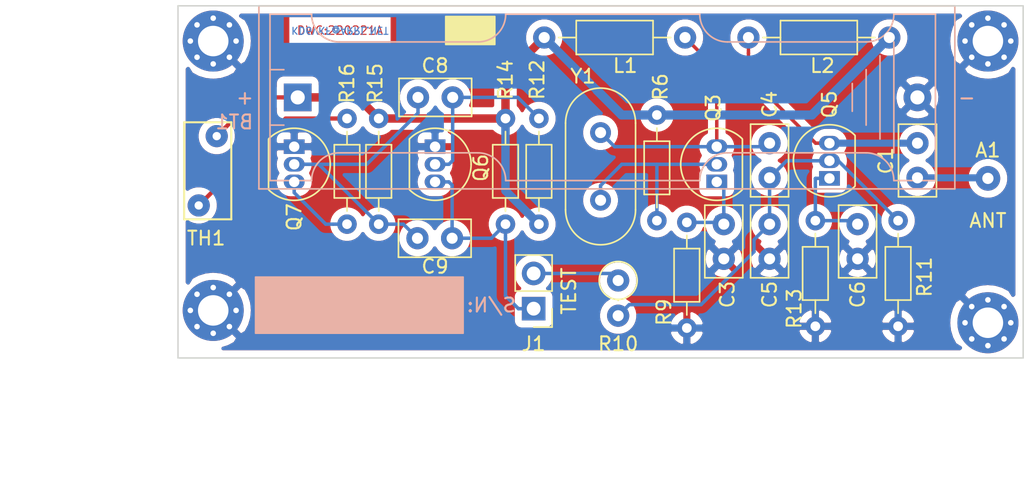
<source format=kicad_pcb>
(kicad_pcb (version 20171130) (host pcbnew "(5.1.5)-3")

  (general
    (thickness 1.6)
    (drawings 15)
    (tracks 88)
    (zones 0)
    (modules 31)
    (nets 16)
  )

  (page A4)
  (layers
    (0 F.Cu signal)
    (31 B.Cu signal)
    (32 B.Adhes user)
    (33 F.Adhes user)
    (34 B.Paste user)
    (35 F.Paste user)
    (36 B.SilkS user)
    (37 F.SilkS user)
    (38 B.Mask user)
    (39 F.Mask user)
    (40 Dwgs.User user)
    (41 Cmts.User user)
    (42 Eco1.User user)
    (43 Eco2.User user)
    (44 Edge.Cuts user)
    (45 Margin user)
    (46 B.CrtYd user)
    (47 F.CrtYd user)
    (48 B.Fab user)
    (49 F.Fab user)
  )

  (setup
    (last_trace_width 0.25)
    (trace_clearance 0.2)
    (zone_clearance 0.127)
    (zone_45_only no)
    (trace_min 0.2)
    (via_size 0.8)
    (via_drill 0.4)
    (via_min_size 0.4)
    (via_min_drill 0.3)
    (uvia_size 0.3)
    (uvia_drill 0.1)
    (uvias_allowed no)
    (uvia_min_size 0.2)
    (uvia_min_drill 0.1)
    (edge_width 0.05)
    (segment_width 0.2)
    (pcb_text_width 0.3)
    (pcb_text_size 1.5 1.5)
    (mod_edge_width 0.12)
    (mod_text_size 1 1)
    (mod_text_width 0.15)
    (pad_size 1.778 1.778)
    (pad_drill 0.8128)
    (pad_to_mask_clearance 0.051)
    (solder_mask_min_width 0.25)
    (aux_axis_origin 0 0)
    (grid_origin 88.9 106.68)
    (visible_elements 7FFFFFFF)
    (pcbplotparams
      (layerselection 0x010fc_ffffffff)
      (usegerberextensions false)
      (usegerberattributes false)
      (usegerberadvancedattributes false)
      (creategerberjobfile false)
      (excludeedgelayer true)
      (linewidth 0.100000)
      (plotframeref false)
      (viasonmask false)
      (mode 1)
      (useauxorigin false)
      (hpglpennumber 1)
      (hpglpenspeed 20)
      (hpglpendiameter 15.000000)
      (psnegative false)
      (psa4output false)
      (plotreference true)
      (plotvalue true)
      (plotinvisibletext false)
      (padsonsilk false)
      (subtractmaskfromsilk false)
      (outputformat 1)
      (mirror false)
      (drillshape 1)
      (scaleselection 1)
      (outputdirectory ""))
  )

  (net 0 "")
  (net 1 GNDREF)
  (net 2 "Net-(C1-Pad1)")
  (net 3 "Net-(C3-Pad1)")
  (net 4 "Net-(C4-Pad1)")
  (net 5 "Net-(Q3-Pad2)")
  (net 6 "Net-(C6-Pad1)")
  (net 7 "Net-(C4-Pad2)")
  (net 8 "Net-(C9-Pad2)")
  (net 9 "Net-(C8-Pad2)")
  (net 10 "Net-(Q7-Pad3)")
  (net 11 "Net-(C8-Pad1)")
  (net 12 +BATT)
  (net 13 "Net-(J1-Pad2)")
  (net 14 "Net-(R16-Pad2)")
  (net 15 "Net-(A1-Pad1)")

  (net_class Default "This is the default net class."
    (clearance 0.2)
    (trace_width 0.25)
    (via_dia 0.8)
    (via_drill 0.4)
    (uvia_dia 0.3)
    (uvia_drill 0.1)
    (add_net +BATT)
    (add_net GNDREF)
    (add_net "Net-(A1-Pad1)")
    (add_net "Net-(C1-Pad1)")
    (add_net "Net-(C3-Pad1)")
    (add_net "Net-(C4-Pad1)")
    (add_net "Net-(C4-Pad2)")
    (add_net "Net-(C6-Pad1)")
    (add_net "Net-(C8-Pad1)")
    (add_net "Net-(C8-Pad2)")
    (add_net "Net-(C9-Pad2)")
    (add_net "Net-(J1-Pad2)")
    (add_net "Net-(Q3-Pad2)")
    (add_net "Net-(Q7-Pad3)")
    (add_net "Net-(R16-Pad2)")
  )

  (module Capacitor_THT:C_Disc_D5.0mm_W2.5mm_P2.50mm (layer F.Cu) (tedit 5AE50EF0) (tstamp 6214CF04)
    (at 142.24 91.186 270)
    (descr "C, Disc series, Radial, pin pitch=2.50mm, , diameter*width=5*2.5mm^2, Capacitor, http://cdn-reichelt.de/documents/datenblatt/B300/DS_KERKO_TC.pdf")
    (tags "C Disc series Radial pin pitch 2.50mm  diameter 5mm width 2.5mm Capacitor")
    (path /6221C8ED)
    (fp_text reference C1 (at 1.27 2.286 90) (layer F.SilkS)
      (effects (font (size 1 1) (thickness 0.15)))
    )
    (fp_text value 103 (at 1.25 2.5 90) (layer F.Fab)
      (effects (font (size 1 1) (thickness 0.15)))
    )
    (fp_text user %R (at 1.25 0 90) (layer F.Fab)
      (effects (font (size 1 1) (thickness 0.15)))
    )
    (fp_line (start 4 -1.5) (end -1.5 -1.5) (layer F.CrtYd) (width 0.05))
    (fp_line (start 4 1.5) (end 4 -1.5) (layer F.CrtYd) (width 0.05))
    (fp_line (start -1.5 1.5) (end 4 1.5) (layer F.CrtYd) (width 0.05))
    (fp_line (start -1.5 -1.5) (end -1.5 1.5) (layer F.CrtYd) (width 0.05))
    (fp_line (start 3.87 -1.37) (end 3.87 1.37) (layer F.SilkS) (width 0.12))
    (fp_line (start -1.37 -1.37) (end -1.37 1.37) (layer F.SilkS) (width 0.12))
    (fp_line (start -1.37 1.37) (end 3.87 1.37) (layer F.SilkS) (width 0.12))
    (fp_line (start -1.37 -1.37) (end 3.87 -1.37) (layer F.SilkS) (width 0.12))
    (fp_line (start 3.75 -1.25) (end -1.25 -1.25) (layer F.Fab) (width 0.1))
    (fp_line (start 3.75 1.25) (end 3.75 -1.25) (layer F.Fab) (width 0.1))
    (fp_line (start -1.25 1.25) (end 3.75 1.25) (layer F.Fab) (width 0.1))
    (fp_line (start -1.25 -1.25) (end -1.25 1.25) (layer F.Fab) (width 0.1))
    (pad 2 thru_hole circle (at 2.5 0 270) (size 1.6 1.6) (drill 0.8) (layers *.Cu *.Mask)
      (net 15 "Net-(A1-Pad1)"))
    (pad 1 thru_hole circle (at 0 0 270) (size 1.6 1.6) (drill 0.8) (layers *.Cu *.Mask)
      (net 2 "Net-(C1-Pad1)"))
    (model ${KISYS3DMOD}/Capacitor_THT.3dshapes/C_Disc_D5.0mm_W2.5mm_P2.50mm.wrl
      (at (xyz 0 0 0))
      (scale (xyz 1 1 1))
      (rotate (xyz 0 0 0))
    )
  )

  (module MountingHole:MountingHole_2.2mm_M2_Pad_Via (layer F.Cu) (tedit 56DDB9C7) (tstamp 621472DB)
    (at 147.32 104.14)
    (descr "Mounting Hole 2.2mm, M2")
    (tags "mounting hole 2.2mm m2")
    (path /621AF8B0)
    (attr virtual)
    (fp_text reference H4 (at 0 -3.2) (layer F.SilkS) hide
      (effects (font (size 1 1) (thickness 0.15)))
    )
    (fp_text value MountingHole_Pad (at 0.150726 3.2) (layer F.Fab) hide
      (effects (font (size 1 1) (thickness 0.15)))
    )
    (fp_circle (center 0 0) (end 2.45 0) (layer F.CrtYd) (width 0.05))
    (fp_circle (center 0 0) (end 2.2 0) (layer Cmts.User) (width 0.15))
    (fp_text user %R (at 0.3 0) (layer F.Fab)
      (effects (font (size 1 1) (thickness 0.15)))
    )
    (pad 1 thru_hole circle (at 1.166726 -1.166726) (size 0.7 0.7) (drill 0.4) (layers *.Cu *.Mask)
      (net 1 GNDREF))
    (pad 1 thru_hole circle (at 0 -1.65) (size 0.7 0.7) (drill 0.4) (layers *.Cu *.Mask)
      (net 1 GNDREF))
    (pad 1 thru_hole circle (at -1.166726 -1.166726) (size 0.7 0.7) (drill 0.4) (layers *.Cu *.Mask)
      (net 1 GNDREF))
    (pad 1 thru_hole circle (at -1.65 0) (size 0.7 0.7) (drill 0.4) (layers *.Cu *.Mask)
      (net 1 GNDREF))
    (pad 1 thru_hole circle (at -1.166726 1.166726) (size 0.7 0.7) (drill 0.4) (layers *.Cu *.Mask)
      (net 1 GNDREF))
    (pad 1 thru_hole circle (at 0 1.65) (size 0.7 0.7) (drill 0.4) (layers *.Cu *.Mask)
      (net 1 GNDREF))
    (pad 1 thru_hole circle (at 1.166726 1.166726) (size 0.7 0.7) (drill 0.4) (layers *.Cu *.Mask)
      (net 1 GNDREF))
    (pad 1 thru_hole circle (at 1.65 0) (size 0.7 0.7) (drill 0.4) (layers *.Cu *.Mask)
      (net 1 GNDREF))
    (pad 1 thru_hole circle (at 0 0) (size 4.4 4.4) (drill 2.2) (layers *.Cu *.Mask)
      (net 1 GNDREF))
  )

  (module MountingHole:MountingHole_2.2mm_M2_Pad_Via (layer F.Cu) (tedit 56DDB9C7) (tstamp 621472CB)
    (at 147.32 83.82)
    (descr "Mounting Hole 2.2mm, M2")
    (tags "mounting hole 2.2mm m2")
    (path /621AF8A6)
    (attr virtual)
    (fp_text reference H3 (at 0 -3.2) (layer F.SilkS) hide
      (effects (font (size 1 1) (thickness 0.15)))
    )
    (fp_text value MountingHole_Pad (at 0 3.2) (layer F.Fab) hide
      (effects (font (size 1 1) (thickness 0.15)))
    )
    (fp_circle (center 0 0) (end 2.45 0) (layer F.CrtYd) (width 0.05))
    (fp_circle (center 0 0) (end 2.2 0) (layer Cmts.User) (width 0.15))
    (fp_text user %R (at 0.3 0) (layer F.Fab)
      (effects (font (size 1 1) (thickness 0.15)))
    )
    (pad 1 thru_hole circle (at 1.166726 -1.166726) (size 0.7 0.7) (drill 0.4) (layers *.Cu *.Mask)
      (net 1 GNDREF))
    (pad 1 thru_hole circle (at 0 -1.65) (size 0.7 0.7) (drill 0.4) (layers *.Cu *.Mask)
      (net 1 GNDREF))
    (pad 1 thru_hole circle (at -1.166726 -1.166726) (size 0.7 0.7) (drill 0.4) (layers *.Cu *.Mask)
      (net 1 GNDREF))
    (pad 1 thru_hole circle (at -1.65 0) (size 0.7 0.7) (drill 0.4) (layers *.Cu *.Mask)
      (net 1 GNDREF))
    (pad 1 thru_hole circle (at -1.166726 1.166726) (size 0.7 0.7) (drill 0.4) (layers *.Cu *.Mask)
      (net 1 GNDREF))
    (pad 1 thru_hole circle (at 0 1.65) (size 0.7 0.7) (drill 0.4) (layers *.Cu *.Mask)
      (net 1 GNDREF))
    (pad 1 thru_hole circle (at 1.166726 1.166726) (size 0.7 0.7) (drill 0.4) (layers *.Cu *.Mask)
      (net 1 GNDREF))
    (pad 1 thru_hole circle (at 1.65 0) (size 0.7 0.7) (drill 0.4) (layers *.Cu *.Mask)
      (net 1 GNDREF))
    (pad 1 thru_hole circle (at 0 0) (size 4.4 4.4) (drill 2.2) (layers *.Cu *.Mask)
      (net 1 GNDREF))
  )

  (module Battery:BatteryHolder_Keystone_2466_1xAAA (layer B.Cu) (tedit 5B254C39) (tstamp 621413A7)
    (at 97.536 87.884)
    (descr "1xAAA Battery Holder, Keystone, Plastic Case, http://www.keyelco.com/product-pdf.cfm?p=1031")
    (tags "AAA battery holder Keystone")
    (path /6217B597)
    (fp_text reference BT1 (at -4.572 1.778 180) (layer B.SilkS)
      (effects (font (size 1 1) (thickness 0.15)) (justify mirror))
    )
    (fp_text value Battery_Cell (at 22 0) (layer B.Fab)
      (effects (font (size 1 1) (thickness 0.15)) (justify mirror))
    )
    (fp_line (start -2.7 -6.5) (end -2.7 0) (layer B.Fab) (width 0.1))
    (fp_line (start 47.3 -6.5) (end -2.7 -6.5) (layer B.Fab) (width 0.1))
    (fp_line (start 47.3 6.5) (end 47.3 -6.5) (layer B.Fab) (width 0.1))
    (fp_line (start -2.7 6.5) (end 47.3 6.5) (layer B.Fab) (width 0.1))
    (fp_line (start -2.7 0) (end -2.7 6.5) (layer B.Fab) (width 0.1))
    (fp_line (start 46 -6) (end 43 -6) (layer B.SilkS) (width 0.12))
    (fp_line (start 46 6) (end 46 -6) (layer B.SilkS) (width 0.12))
    (fp_line (start 46 6) (end 43 6) (layer B.SilkS) (width 0.12))
    (fp_line (start -2 -6) (end 1 -6) (layer B.SilkS) (width 0.12))
    (fp_line (start -2 6) (end -2 -6) (layer B.SilkS) (width 0.12))
    (fp_line (start -2 6) (end 1 6) (layer B.SilkS) (width 0.12))
    (fp_arc (start 3 6) (end 3 4) (angle -90) (layer B.SilkS) (width 0.12))
    (fp_arc (start 41 6) (end 43 6) (angle -90) (layer B.SilkS) (width 0.12))
    (fp_arc (start 41 -6) (end 41 -4) (angle -90) (layer B.SilkS) (width 0.12))
    (fp_line (start 41 -4) (end 31 -4) (layer B.SilkS) (width 0.12))
    (fp_line (start 41 4) (end 31 4) (layer B.SilkS) (width 0.12))
    (fp_arc (start 3 -6) (end 1 -6) (angle -90) (layer B.SilkS) (width 0.12))
    (fp_line (start 3 4) (end 13 4) (layer B.SilkS) (width 0.12))
    (fp_line (start 3 -4) (end 13 -4) (layer B.SilkS) (width 0.12))
    (fp_arc (start 31 -6) (end 29 -6) (angle -90) (layer B.SilkS) (width 0.12))
    (fp_arc (start 13 -6) (end 13 -4) (angle -90) (layer B.SilkS) (width 0.12))
    (fp_arc (start 13 6) (end 15 6) (angle -90) (layer B.SilkS) (width 0.12))
    (fp_arc (start 31 6) (end 31 4) (angle -90) (layer B.SilkS) (width 0.12))
    (fp_line (start 29 6) (end 15 6) (layer B.SilkS) (width 0.12))
    (fp_line (start 15 -6) (end 29 -6) (layer B.SilkS) (width 0.12))
    (fp_line (start -1 -2) (end -2 -2) (layer B.SilkS) (width 0.12))
    (fp_line (start -2 2) (end -1 2) (layer B.SilkS) (width 0.12))
    (fp_line (start 43 4) (end 43 -4) (layer B.SilkS) (width 0.12))
    (fp_line (start 42 -3) (end 42 3) (layer B.SilkS) (width 0.12))
    (fp_line (start 41 2) (end 41 -2) (layer B.SilkS) (width 0.12))
    (fp_line (start 40 1) (end 40 -1) (layer B.SilkS) (width 0.12))
    (fp_line (start 47.4 6.6) (end -2.8 6.6) (layer B.SilkS) (width 0.12))
    (fp_line (start -2.8 6.6) (end -2.8 -6.6) (layer B.SilkS) (width 0.12))
    (fp_line (start -2.8 -6.6) (end 47.4 -6.6) (layer B.SilkS) (width 0.12))
    (fp_line (start 47.4 -6.6) (end 47.4 6.6) (layer B.SilkS) (width 0.12))
    (fp_line (start 47.8 7) (end -3.2 7) (layer B.CrtYd) (width 0.05))
    (fp_line (start -3.2 7) (end -3.2 -7) (layer B.CrtYd) (width 0.05))
    (fp_line (start -3.2 -7) (end 47.8 -7) (layer B.CrtYd) (width 0.05))
    (fp_line (start 47.8 -7) (end 47.8 7) (layer B.CrtYd) (width 0.05))
    (fp_text user %R (at 0 0) (layer B.Fab)
      (effects (font (size 1 1) (thickness 0.15)) (justify mirror))
    )
    (fp_text user + (at -3.81 0) (layer B.SilkS)
      (effects (font (size 1 1) (thickness 0.15)) (justify mirror))
    )
    (fp_text user - (at 48.26 0) (layer B.SilkS)
      (effects (font (size 1 1) (thickness 0.15)) (justify mirror))
    )
    (pad 2 thru_hole circle (at 44.7 0) (size 2 2) (drill 1.02) (layers *.Cu *.Mask)
      (net 1 GNDREF))
    (pad 1 thru_hole rect (at 0 0) (size 2 2) (drill 1.02) (layers *.Cu *.Mask)
      (net 12 +BATT))
    (model ${KISYS3DMOD}/Battery.3dshapes/BatteryHolder_Keystone_2466_1xAAA.wrl
      (at (xyz 0 0 0))
      (scale (xyz 1 1 1))
      (rotate (xyz 0 0 0))
    )
  )

  (module Crystal:Crystal_HC49-U_Vertical (layer F.Cu) (tedit 5A1AD3B8) (tstamp 62071C99)
    (at 119.38 90.424 270)
    (descr "Crystal THT HC-49/U http://5hertz.com/pdfs/04404_D.pdf")
    (tags "THT crystalHC-49/U")
    (path /62030F83)
    (fp_text reference Y1 (at -4.064 1.27) (layer F.SilkS)
      (effects (font (size 1 1) (thickness 0.15)))
    )
    (fp_text value "27.145 3OT" (at 2.54 1.524 90) (layer F.Fab)
      (effects (font (size 1 1) (thickness 0.15)))
    )
    (fp_arc (start 5.565 0) (end 5.565 -2.525) (angle 180) (layer F.SilkS) (width 0.12))
    (fp_arc (start -0.685 0) (end -0.685 -2.525) (angle -180) (layer F.SilkS) (width 0.12))
    (fp_arc (start 5.44 0) (end 5.44 -2) (angle 180) (layer F.Fab) (width 0.1))
    (fp_arc (start -0.56 0) (end -0.56 -2) (angle -180) (layer F.Fab) (width 0.1))
    (fp_arc (start 5.565 0) (end 5.565 -2.325) (angle 180) (layer F.Fab) (width 0.1))
    (fp_arc (start -0.685 0) (end -0.685 -2.325) (angle -180) (layer F.Fab) (width 0.1))
    (fp_line (start 8.4 -2.8) (end -3.5 -2.8) (layer F.CrtYd) (width 0.05))
    (fp_line (start 8.4 2.8) (end 8.4 -2.8) (layer F.CrtYd) (width 0.05))
    (fp_line (start -3.5 2.8) (end 8.4 2.8) (layer F.CrtYd) (width 0.05))
    (fp_line (start -3.5 -2.8) (end -3.5 2.8) (layer F.CrtYd) (width 0.05))
    (fp_line (start -0.685 2.525) (end 5.565 2.525) (layer F.SilkS) (width 0.12))
    (fp_line (start -0.685 -2.525) (end 5.565 -2.525) (layer F.SilkS) (width 0.12))
    (fp_line (start -0.56 2) (end 5.44 2) (layer F.Fab) (width 0.1))
    (fp_line (start -0.56 -2) (end 5.44 -2) (layer F.Fab) (width 0.1))
    (fp_line (start -0.685 2.325) (end 5.565 2.325) (layer F.Fab) (width 0.1))
    (fp_line (start -0.685 -2.325) (end 5.565 -2.325) (layer F.Fab) (width 0.1))
    (fp_text user %R (at 2.44 0 90) (layer F.Fab)
      (effects (font (size 1 1) (thickness 0.15)))
    )
    (pad 2 thru_hole circle (at 4.88 0 270) (size 1.5 1.5) (drill 0.8) (layers *.Cu *.Mask)
      (net 5 "Net-(Q3-Pad2)"))
    (pad 1 thru_hole circle (at 0 0 270) (size 1.5 1.5) (drill 0.8) (layers *.Cu *.Mask)
      (net 4 "Net-(C4-Pad1)"))
    (model ${KISYS3DMOD}/Crystal.3dshapes/Crystal_HC49-U_Vertical.wrl
      (at (xyz 0 0 0))
      (scale (xyz 1 1 1))
      (rotate (xyz 0 0 0))
    )
  )

  (module BALOON_TX_27:Hole_100_75 (layer F.Cu) (tedit 6209EA79) (tstamp 620F474B)
    (at 147.32 93.726)
    (descr "Mounting Hole 2.2mm, M2, DIN965")
    (tags "mounting hole 2.2mm m2 din965")
    (path /6251563E)
    (attr virtual)
    (fp_text reference A1 (at 0 -2.032) (layer F.SilkS)
      (effects (font (size 1 1) (thickness 0.15)))
    )
    (fp_text value ANT (at 0 3.048) (layer F.SilkS)
      (effects (font (size 1 1) (thickness 0.15)))
    )
    (fp_text user %R (at 0.3 0) (layer F.Fab)
      (effects (font (size 1 1) (thickness 0.15)))
    )
    (fp_circle (center 0 0) (end 1.9 0) (layer Cmts.User) (width 0.15))
    (fp_circle (center 0 0) (end 2.15 0) (layer F.CrtYd) (width 0.05))
    (pad 1 thru_hole circle (at 0 0) (size 1.778 1.778) (drill 0.8128) (layers *.Cu *.Mask)
      (net 15 "Net-(A1-Pad1)"))
  )

  (module Connector_PinHeader_2.54mm:PinHeader_1x02_P2.54mm_Vertical (layer F.Cu) (tedit 59FED5CC) (tstamp 620EE950)
    (at 114.554 103.124 180)
    (descr "Through hole straight pin header, 1x02, 2.54mm pitch, single row")
    (tags "Through hole pin header THT 1x02 2.54mm single row")
    (path /6299CF1E)
    (fp_text reference J1 (at 0 -2.54) (layer F.SilkS)
      (effects (font (size 1 1) (thickness 0.15)))
    )
    (fp_text value TEST (at -2.54 1.27 90) (layer F.SilkS)
      (effects (font (size 1 1) (thickness 0.15)))
    )
    (fp_text user %R (at 0 1.27) (layer F.Fab)
      (effects (font (size 1 1) (thickness 0.15)))
    )
    (fp_line (start 1.8 -1.8) (end -1.8 -1.8) (layer F.CrtYd) (width 0.05))
    (fp_line (start 1.8 4.35) (end 1.8 -1.8) (layer F.CrtYd) (width 0.05))
    (fp_line (start -1.8 4.35) (end 1.8 4.35) (layer F.CrtYd) (width 0.05))
    (fp_line (start -1.8 -1.8) (end -1.8 4.35) (layer F.CrtYd) (width 0.05))
    (fp_line (start -1.33 -1.33) (end 0 -1.33) (layer F.SilkS) (width 0.12))
    (fp_line (start -1.33 0) (end -1.33 -1.33) (layer F.SilkS) (width 0.12))
    (fp_line (start -1.33 1.27) (end 1.33 1.27) (layer F.SilkS) (width 0.12))
    (fp_line (start 1.33 1.27) (end 1.33 3.87) (layer F.SilkS) (width 0.12))
    (fp_line (start -1.33 1.27) (end -1.33 3.87) (layer F.SilkS) (width 0.12))
    (fp_line (start -1.33 3.87) (end 1.33 3.87) (layer F.SilkS) (width 0.12))
    (fp_line (start -1.27 -0.635) (end -0.635 -1.27) (layer F.Fab) (width 0.1))
    (fp_line (start -1.27 3.81) (end -1.27 -0.635) (layer F.Fab) (width 0.1))
    (fp_line (start 1.27 3.81) (end -1.27 3.81) (layer F.Fab) (width 0.1))
    (fp_line (start 1.27 -1.27) (end 1.27 3.81) (layer F.Fab) (width 0.1))
    (fp_line (start -0.635 -1.27) (end 1.27 -1.27) (layer F.Fab) (width 0.1))
    (pad 2 thru_hole oval (at 0 2.54 180) (size 1.7 1.7) (drill 1) (layers *.Cu *.Mask)
      (net 13 "Net-(J1-Pad2)"))
    (pad 1 thru_hole rect (at 0 0 180) (size 1.7 1.7) (drill 1) (layers *.Cu *.Mask)
      (net 8 "Net-(C9-Pad2)"))
    (model ${KISYS3DMOD}/Connector_PinHeader_2.54mm.3dshapes/PinHeader_1x02_P2.54mm_Vertical.wrl
      (at (xyz 0 0 0))
      (scale (xyz 1 1 1))
      (rotate (xyz 0 0 0))
    )
  )

  (module MountingHole:MountingHole_2.2mm_M2_Pad_Via (layer F.Cu) (tedit 56DDB9C7) (tstamp 6209983B)
    (at 91.44 103.25)
    (descr "Mounting Hole 2.2mm, M2")
    (tags "mounting hole 2.2mm m2")
    (path /6254D7F2)
    (attr virtual)
    (fp_text reference H2 (at 0 -3.2) (layer F.SilkS) hide
      (effects (font (size 1 1) (thickness 0.15)))
    )
    (fp_text value MountingHole_Pad (at 0 3.2) (layer F.Fab)
      (effects (font (size 1 1) (thickness 0.15)))
    )
    (fp_circle (center 0 0) (end 2.45 0) (layer F.CrtYd) (width 0.05))
    (fp_circle (center 0 0) (end 2.2 0) (layer Cmts.User) (width 0.15))
    (fp_text user %R (at 0.3 0) (layer F.Fab)
      (effects (font (size 1 1) (thickness 0.15)))
    )
    (pad 1 thru_hole circle (at 1.166726 -1.166726) (size 0.7 0.7) (drill 0.4) (layers *.Cu *.Mask)
      (net 1 GNDREF))
    (pad 1 thru_hole circle (at 0 -1.65) (size 0.7 0.7) (drill 0.4) (layers *.Cu *.Mask)
      (net 1 GNDREF))
    (pad 1 thru_hole circle (at -1.166726 -1.166726) (size 0.7 0.7) (drill 0.4) (layers *.Cu *.Mask)
      (net 1 GNDREF))
    (pad 1 thru_hole circle (at -1.65 0) (size 0.7 0.7) (drill 0.4) (layers *.Cu *.Mask)
      (net 1 GNDREF))
    (pad 1 thru_hole circle (at -1.166726 1.166726) (size 0.7 0.7) (drill 0.4) (layers *.Cu *.Mask)
      (net 1 GNDREF))
    (pad 1 thru_hole circle (at 0 1.65) (size 0.7 0.7) (drill 0.4) (layers *.Cu *.Mask)
      (net 1 GNDREF))
    (pad 1 thru_hole circle (at 1.166726 1.166726) (size 0.7 0.7) (drill 0.4) (layers *.Cu *.Mask)
      (net 1 GNDREF))
    (pad 1 thru_hole circle (at 1.65 0) (size 0.7 0.7) (drill 0.4) (layers *.Cu *.Mask)
      (net 1 GNDREF))
    (pad 1 thru_hole circle (at 0 0) (size 4.4 4.4) (drill 2.2) (layers *.Cu *.Mask)
      (net 1 GNDREF))
  )

  (module MountingHole:MountingHole_2.2mm_M2_Pad_Via (layer F.Cu) (tedit 56DDB9C7) (tstamp 6209982B)
    (at 91.44 83.82)
    (descr "Mounting Hole 2.2mm, M2")
    (tags "mounting hole 2.2mm m2")
    (path /6254C003)
    (attr virtual)
    (fp_text reference H1 (at 0 -3.2) (layer F.SilkS) hide
      (effects (font (size 1 1) (thickness 0.15)))
    )
    (fp_text value MountingHole_Pad (at 0 3.2) (layer F.Fab)
      (effects (font (size 1 1) (thickness 0.15)))
    )
    (fp_circle (center 0 0) (end 2.45 0) (layer F.CrtYd) (width 0.05))
    (fp_circle (center 0 0) (end 2.2 0) (layer Cmts.User) (width 0.15))
    (fp_text user %R (at 0.3 0) (layer F.Fab)
      (effects (font (size 1 1) (thickness 0.15)))
    )
    (pad 1 thru_hole circle (at 1.166726 -1.166726) (size 0.7 0.7) (drill 0.4) (layers *.Cu *.Mask)
      (net 1 GNDREF))
    (pad 1 thru_hole circle (at 0 -1.65) (size 0.7 0.7) (drill 0.4) (layers *.Cu *.Mask)
      (net 1 GNDREF))
    (pad 1 thru_hole circle (at -1.166726 -1.166726) (size 0.7 0.7) (drill 0.4) (layers *.Cu *.Mask)
      (net 1 GNDREF))
    (pad 1 thru_hole circle (at -1.65 0) (size 0.7 0.7) (drill 0.4) (layers *.Cu *.Mask)
      (net 1 GNDREF))
    (pad 1 thru_hole circle (at -1.166726 1.166726) (size 0.7 0.7) (drill 0.4) (layers *.Cu *.Mask)
      (net 1 GNDREF))
    (pad 1 thru_hole circle (at 0 1.65) (size 0.7 0.7) (drill 0.4) (layers *.Cu *.Mask)
      (net 1 GNDREF))
    (pad 1 thru_hole circle (at 1.166726 1.166726) (size 0.7 0.7) (drill 0.4) (layers *.Cu *.Mask)
      (net 1 GNDREF))
    (pad 1 thru_hole circle (at 1.65 0) (size 0.7 0.7) (drill 0.4) (layers *.Cu *.Mask)
      (net 1 GNDREF))
    (pad 1 thru_hole circle (at 0 0) (size 4.4 4.4) (drill 2.2) (layers *.Cu *.Mask)
      (net 1 GNDREF))
  )

  (module Package_TO_SOT_THT:TO-92_Inline (layer F.Cu) (tedit 5A1DD157) (tstamp 6206F762)
    (at 135.89 93.726 90)
    (descr "TO-92 leads in-line, narrow, oval pads, drill 0.75mm (see NXP sot054_po.pdf)")
    (tags "to-92 sc-43 sc-43a sot54 PA33 transistor")
    (path /6203B1F6)
    (fp_text reference Q5 (at 5.334 0 90) (layer F.SilkS)
      (effects (font (size 1 1) (thickness 0.15)))
    )
    (fp_text value 2N3904 (at 1.27 2.79 90) (layer F.Fab)
      (effects (font (size 1 1) (thickness 0.15)))
    )
    (fp_arc (start 1.27 0) (end 1.27 -2.6) (angle 135) (layer F.SilkS) (width 0.12))
    (fp_arc (start 1.27 0) (end 1.27 -2.48) (angle -135) (layer F.Fab) (width 0.1))
    (fp_arc (start 1.27 0) (end 1.27 -2.6) (angle -135) (layer F.SilkS) (width 0.12))
    (fp_arc (start 1.27 0) (end 1.27 -2.48) (angle 135) (layer F.Fab) (width 0.1))
    (fp_line (start 4 2.01) (end -1.46 2.01) (layer F.CrtYd) (width 0.05))
    (fp_line (start 4 2.01) (end 4 -2.73) (layer F.CrtYd) (width 0.05))
    (fp_line (start -1.46 -2.73) (end -1.46 2.01) (layer F.CrtYd) (width 0.05))
    (fp_line (start -1.46 -2.73) (end 4 -2.73) (layer F.CrtYd) (width 0.05))
    (fp_line (start -0.5 1.75) (end 3 1.75) (layer F.Fab) (width 0.1))
    (fp_line (start -0.53 1.85) (end 3.07 1.85) (layer F.SilkS) (width 0.12))
    (fp_text user %R (at 5.334 0 90) (layer F.Fab)
      (effects (font (size 1 1) (thickness 0.15)))
    )
    (pad 1 thru_hole rect (at 0 0 90) (size 1.05 1.5) (drill 0.75) (layers *.Cu *.Mask)
      (net 6 "Net-(C6-Pad1)"))
    (pad 3 thru_hole oval (at 2.54 0 90) (size 1.05 1.5) (drill 0.75) (layers *.Cu *.Mask)
      (net 2 "Net-(C1-Pad1)"))
    (pad 2 thru_hole oval (at 1.27 0 90) (size 1.05 1.5) (drill 0.75) (layers *.Cu *.Mask)
      (net 7 "Net-(C4-Pad2)"))
    (model ${KISYS3DMOD}/Package_TO_SOT_THT.3dshapes/TO-92_Inline.wrl
      (at (xyz 0 0 0))
      (scale (xyz 1 1 1))
      (rotate (xyz 0 0 0))
    )
  )

  (module Capacitor_THT:C_Disc_D5.0mm_W2.5mm_P2.50mm (layer F.Cu) (tedit 5AE50EF0) (tstamp 62070450)
    (at 131.572 91.186 270)
    (descr "C, Disc series, Radial, pin pitch=2.50mm, , diameter*width=5*2.5mm^2, Capacitor, http://cdn-reichelt.de/documents/datenblatt/B300/DS_KERKO_TC.pdf")
    (tags "C Disc series Radial pin pitch 2.50mm  diameter 5mm width 2.5mm Capacitor")
    (path /62032FE7)
    (fp_text reference C4 (at -2.794 0 90) (layer F.SilkS)
      (effects (font (size 1 1) (thickness 0.15)))
    )
    (fp_text value 47 (at 1.27 -1.016 90) (layer F.Fab)
      (effects (font (size 1 1) (thickness 0.15)))
    )
    (fp_text user %R (at -2.794 0 90) (layer F.Fab)
      (effects (font (size 1 1) (thickness 0.15)))
    )
    (fp_line (start 4 -1.5) (end -1.5 -1.5) (layer F.CrtYd) (width 0.05))
    (fp_line (start 4 1.5) (end 4 -1.5) (layer F.CrtYd) (width 0.05))
    (fp_line (start -1.5 1.5) (end 4 1.5) (layer F.CrtYd) (width 0.05))
    (fp_line (start -1.5 -1.5) (end -1.5 1.5) (layer F.CrtYd) (width 0.05))
    (fp_line (start 3.87 -1.37) (end 3.87 1.37) (layer F.SilkS) (width 0.12))
    (fp_line (start -1.37 -1.37) (end -1.37 1.37) (layer F.SilkS) (width 0.12))
    (fp_line (start -1.37 1.37) (end 3.87 1.37) (layer F.SilkS) (width 0.12))
    (fp_line (start -1.37 -1.37) (end 3.87 -1.37) (layer F.SilkS) (width 0.12))
    (fp_line (start 3.75 -1.25) (end -1.25 -1.25) (layer F.Fab) (width 0.1))
    (fp_line (start 3.75 1.25) (end 3.75 -1.25) (layer F.Fab) (width 0.1))
    (fp_line (start -1.25 1.25) (end 3.75 1.25) (layer F.Fab) (width 0.1))
    (fp_line (start -1.25 -1.25) (end -1.25 1.25) (layer F.Fab) (width 0.1))
    (pad 2 thru_hole circle (at 2.5 0 270) (size 1.6 1.6) (drill 0.8) (layers *.Cu *.Mask)
      (net 7 "Net-(C4-Pad2)"))
    (pad 1 thru_hole circle (at 0 0 270) (size 1.6 1.6) (drill 0.8) (layers *.Cu *.Mask)
      (net 4 "Net-(C4-Pad1)"))
    (model ${KISYS3DMOD}/Capacitor_THT.3dshapes/C_Disc_D5.0mm_W2.5mm_P2.50mm.wrl
      (at (xyz 0 0 0))
      (scale (xyz 1 1 1))
      (rotate (xyz 0 0 0))
    )
  )

  (module Capacitor_THT:C_Disc_D5.0mm_W2.5mm_P2.50mm (layer F.Cu) (tedit 5AE50EF0) (tstamp 6207043D)
    (at 128.27 97.028 270)
    (descr "C, Disc series, Radial, pin pitch=2.50mm, , diameter*width=5*2.5mm^2, Capacitor, http://cdn-reichelt.de/documents/datenblatt/B300/DS_KERKO_TC.pdf")
    (tags "C Disc series Radial pin pitch 2.50mm  diameter 5mm width 2.5mm Capacitor")
    (path /62040B1D)
    (fp_text reference C3 (at 5.08 -0.254 90) (layer F.SilkS)
      (effects (font (size 1 1) (thickness 0.15)))
    )
    (fp_text value 102 (at 1.25 2.5 90) (layer F.Fab)
      (effects (font (size 1 1) (thickness 0.15)))
    )
    (fp_text user %R (at 1.25 0 90) (layer F.Fab)
      (effects (font (size 1 1) (thickness 0.15)))
    )
    (fp_line (start 4 -1.5) (end -1.5 -1.5) (layer F.CrtYd) (width 0.05))
    (fp_line (start 4 1.5) (end 4 -1.5) (layer F.CrtYd) (width 0.05))
    (fp_line (start -1.5 1.5) (end 4 1.5) (layer F.CrtYd) (width 0.05))
    (fp_line (start -1.5 -1.5) (end -1.5 1.5) (layer F.CrtYd) (width 0.05))
    (fp_line (start 3.87 -1.37) (end 3.87 1.37) (layer F.SilkS) (width 0.12))
    (fp_line (start -1.37 -1.37) (end -1.37 1.37) (layer F.SilkS) (width 0.12))
    (fp_line (start -1.37 1.37) (end 3.87 1.37) (layer F.SilkS) (width 0.12))
    (fp_line (start -1.37 -1.37) (end 3.87 -1.37) (layer F.SilkS) (width 0.12))
    (fp_line (start 3.75 -1.25) (end -1.25 -1.25) (layer F.Fab) (width 0.1))
    (fp_line (start 3.75 1.25) (end 3.75 -1.25) (layer F.Fab) (width 0.1))
    (fp_line (start -1.25 1.25) (end 3.75 1.25) (layer F.Fab) (width 0.1))
    (fp_line (start -1.25 -1.25) (end -1.25 1.25) (layer F.Fab) (width 0.1))
    (pad 2 thru_hole circle (at 2.5 0 270) (size 1.6 1.6) (drill 0.8) (layers *.Cu *.Mask)
      (net 1 GNDREF))
    (pad 1 thru_hole circle (at 0 0 270) (size 1.6 1.6) (drill 0.8) (layers *.Cu *.Mask)
      (net 3 "Net-(C3-Pad1)"))
    (model ${KISYS3DMOD}/Capacitor_THT.3dshapes/C_Disc_D5.0mm_W2.5mm_P2.50mm.wrl
      (at (xyz 0 0 0))
      (scale (xyz 1 1 1))
      (rotate (xyz 0 0 0))
    )
  )

  (module Capacitor_THT:C_Disc_D5.0mm_W2.5mm_P2.50mm (layer F.Cu) (tedit 5AE50EF0) (tstamp 62070463)
    (at 137.922 97.028 270)
    (descr "C, Disc series, Radial, pin pitch=2.50mm, , diameter*width=5*2.5mm^2, Capacitor, http://cdn-reichelt.de/documents/datenblatt/B300/DS_KERKO_TC.pdf")
    (tags "C Disc series Radial pin pitch 2.50mm  diameter 5mm width 2.5mm Capacitor")
    (path /62056D3C)
    (fp_text reference C6 (at 5.08 0 90) (layer F.SilkS)
      (effects (font (size 1 1) (thickness 0.15)))
    )
    (fp_text value 103 (at 1.524 0.762 90) (layer F.Fab)
      (effects (font (size 1 1) (thickness 0.15)))
    )
    (fp_text user %R (at 1.25 0 90) (layer F.Fab)
      (effects (font (size 1 1) (thickness 0.15)))
    )
    (fp_line (start 4 -1.5) (end -1.5 -1.5) (layer F.CrtYd) (width 0.05))
    (fp_line (start 4 1.5) (end 4 -1.5) (layer F.CrtYd) (width 0.05))
    (fp_line (start -1.5 1.5) (end 4 1.5) (layer F.CrtYd) (width 0.05))
    (fp_line (start -1.5 -1.5) (end -1.5 1.5) (layer F.CrtYd) (width 0.05))
    (fp_line (start 3.87 -1.37) (end 3.87 1.37) (layer F.SilkS) (width 0.12))
    (fp_line (start -1.37 -1.37) (end -1.37 1.37) (layer F.SilkS) (width 0.12))
    (fp_line (start -1.37 1.37) (end 3.87 1.37) (layer F.SilkS) (width 0.12))
    (fp_line (start -1.37 -1.37) (end 3.87 -1.37) (layer F.SilkS) (width 0.12))
    (fp_line (start 3.75 -1.25) (end -1.25 -1.25) (layer F.Fab) (width 0.1))
    (fp_line (start 3.75 1.25) (end 3.75 -1.25) (layer F.Fab) (width 0.1))
    (fp_line (start -1.25 1.25) (end 3.75 1.25) (layer F.Fab) (width 0.1))
    (fp_line (start -1.25 -1.25) (end -1.25 1.25) (layer F.Fab) (width 0.1))
    (pad 2 thru_hole circle (at 2.5 0 270) (size 1.6 1.6) (drill 0.8) (layers *.Cu *.Mask)
      (net 1 GNDREF))
    (pad 1 thru_hole circle (at 0 0 270) (size 1.6 1.6) (drill 0.8) (layers *.Cu *.Mask)
      (net 6 "Net-(C6-Pad1)"))
    (model ${KISYS3DMOD}/Capacitor_THT.3dshapes/C_Disc_D5.0mm_W2.5mm_P2.50mm.wrl
      (at (xyz 0 0 0))
      (scale (xyz 1 1 1))
      (rotate (xyz 0 0 0))
    )
  )

  (module Resistor_THT:R_Axial_DIN0204_L3.6mm_D1.6mm_P7.62mm_Horizontal (layer F.Cu) (tedit 5AE5139B) (tstamp 62070758)
    (at 123.444 89.154 270)
    (descr "Resistor, Axial_DIN0204 series, Axial, Horizontal, pin pitch=7.62mm, 0.167W, length*diameter=3.6*1.6mm^2, http://cdn-reichelt.de/documents/datenblatt/B400/1_4W%23YAG.pdf")
    (tags "Resistor Axial_DIN0204 series Axial Horizontal pin pitch 7.62mm 0.167W length 3.6mm diameter 1.6mm")
    (path /62031C4D)
    (fp_text reference R6 (at -2.032 -0.254 90) (layer F.SilkS)
      (effects (font (size 1 1) (thickness 0.15)))
    )
    (fp_text value 330K (at 3.81 1.92 90) (layer F.Fab)
      (effects (font (size 1 1) (thickness 0.15)))
    )
    (fp_text user %R (at -2.286 -0.254 90) (layer F.Fab)
      (effects (font (size 0.72 0.72) (thickness 0.108)))
    )
    (fp_line (start 8.57 -1.05) (end -0.95 -1.05) (layer F.CrtYd) (width 0.05))
    (fp_line (start 8.57 1.05) (end 8.57 -1.05) (layer F.CrtYd) (width 0.05))
    (fp_line (start -0.95 1.05) (end 8.57 1.05) (layer F.CrtYd) (width 0.05))
    (fp_line (start -0.95 -1.05) (end -0.95 1.05) (layer F.CrtYd) (width 0.05))
    (fp_line (start 6.68 0) (end 5.73 0) (layer F.SilkS) (width 0.12))
    (fp_line (start 0.94 0) (end 1.89 0) (layer F.SilkS) (width 0.12))
    (fp_line (start 5.73 -0.92) (end 1.89 -0.92) (layer F.SilkS) (width 0.12))
    (fp_line (start 5.73 0.92) (end 5.73 -0.92) (layer F.SilkS) (width 0.12))
    (fp_line (start 1.89 0.92) (end 5.73 0.92) (layer F.SilkS) (width 0.12))
    (fp_line (start 1.89 -0.92) (end 1.89 0.92) (layer F.SilkS) (width 0.12))
    (fp_line (start 7.62 0) (end 5.61 0) (layer F.Fab) (width 0.1))
    (fp_line (start 0 0) (end 2.01 0) (layer F.Fab) (width 0.1))
    (fp_line (start 5.61 -0.8) (end 2.01 -0.8) (layer F.Fab) (width 0.1))
    (fp_line (start 5.61 0.8) (end 5.61 -0.8) (layer F.Fab) (width 0.1))
    (fp_line (start 2.01 0.8) (end 5.61 0.8) (layer F.Fab) (width 0.1))
    (fp_line (start 2.01 -0.8) (end 2.01 0.8) (layer F.Fab) (width 0.1))
    (pad 2 thru_hole oval (at 7.62 0 270) (size 1.4 1.4) (drill 0.7) (layers *.Cu *.Mask)
      (net 5 "Net-(Q3-Pad2)"))
    (pad 1 thru_hole circle (at 0 0 270) (size 1.4 1.4) (drill 0.7) (layers *.Cu *.Mask)
      (net 12 +BATT))
    (model ${KISYS3DMOD}/Resistor_THT.3dshapes/R_Axial_DIN0204_L3.6mm_D1.6mm_P7.62mm_Horizontal.wrl
      (at (xyz 0 0 0))
      (scale (xyz 1 1 1))
      (rotate (xyz 0 0 0))
    )
  )

  (module Resistor_THT:R_Axial_DIN0204_L3.6mm_D1.6mm_P7.62mm_Horizontal (layer F.Cu) (tedit 5AE5139B) (tstamp 6207079D)
    (at 125.603 96.901 270)
    (descr "Resistor, Axial_DIN0204 series, Axial, Horizontal, pin pitch=7.62mm, 0.167W, length*diameter=3.6*1.6mm^2, http://cdn-reichelt.de/documents/datenblatt/B400/1_4W%23YAG.pdf")
    (tags "Resistor Axial_DIN0204 series Axial Horizontal pin pitch 7.62mm 0.167W length 3.6mm diameter 1.6mm")
    (path /620406B8)
    (fp_text reference R9 (at 6.477 1.651 90) (layer F.SilkS)
      (effects (font (size 1 1) (thickness 0.15)))
    )
    (fp_text value 55 (at 3.81 -0.127 90) (layer F.Fab)
      (effects (font (size 1 1) (thickness 0.15)))
    )
    (fp_text user %R (at 3.683 1.905 90) (layer F.Fab)
      (effects (font (size 0.72 0.72) (thickness 0.108)))
    )
    (fp_line (start 8.57 -1.05) (end -0.95 -1.05) (layer F.CrtYd) (width 0.05))
    (fp_line (start 8.57 1.05) (end 8.57 -1.05) (layer F.CrtYd) (width 0.05))
    (fp_line (start -0.95 1.05) (end 8.57 1.05) (layer F.CrtYd) (width 0.05))
    (fp_line (start -0.95 -1.05) (end -0.95 1.05) (layer F.CrtYd) (width 0.05))
    (fp_line (start 6.68 0) (end 5.73 0) (layer F.SilkS) (width 0.12))
    (fp_line (start 0.94 0) (end 1.89 0) (layer F.SilkS) (width 0.12))
    (fp_line (start 5.73 -0.92) (end 1.89 -0.92) (layer F.SilkS) (width 0.12))
    (fp_line (start 5.73 0.92) (end 5.73 -0.92) (layer F.SilkS) (width 0.12))
    (fp_line (start 1.89 0.92) (end 5.73 0.92) (layer F.SilkS) (width 0.12))
    (fp_line (start 1.89 -0.92) (end 1.89 0.92) (layer F.SilkS) (width 0.12))
    (fp_line (start 7.62 0) (end 5.61 0) (layer F.Fab) (width 0.1))
    (fp_line (start 0 0) (end 2.01 0) (layer F.Fab) (width 0.1))
    (fp_line (start 5.61 -0.8) (end 2.01 -0.8) (layer F.Fab) (width 0.1))
    (fp_line (start 5.61 0.8) (end 5.61 -0.8) (layer F.Fab) (width 0.1))
    (fp_line (start 2.01 0.8) (end 5.61 0.8) (layer F.Fab) (width 0.1))
    (fp_line (start 2.01 -0.8) (end 2.01 0.8) (layer F.Fab) (width 0.1))
    (pad 2 thru_hole oval (at 7.62 0 270) (size 1.4 1.4) (drill 0.7) (layers *.Cu *.Mask)
      (net 1 GNDREF))
    (pad 1 thru_hole circle (at 0 0 270) (size 1.4 1.4) (drill 0.7) (layers *.Cu *.Mask)
      (net 3 "Net-(C3-Pad1)"))
    (model ${KISYS3DMOD}/Resistor_THT.3dshapes/R_Axial_DIN0204_L3.6mm_D1.6mm_P7.62mm_Horizontal.wrl
      (at (xyz 0 0 0))
      (scale (xyz 1 1 1))
      (rotate (xyz 0 0 0))
    )
  )

  (module Resistor_THT:R_Axial_DIN0204_L3.6mm_D1.6mm_P7.62mm_Horizontal (layer F.Cu) (tedit 5AE5139B) (tstamp 620707CB)
    (at 140.843 96.774 270)
    (descr "Resistor, Axial_DIN0204 series, Axial, Horizontal, pin pitch=7.62mm, 0.167W, length*diameter=3.6*1.6mm^2, http://cdn-reichelt.de/documents/datenblatt/B400/1_4W%23YAG.pdf")
    (tags "Resistor Axial_DIN0204 series Axial Horizontal pin pitch 7.62mm 0.167W length 3.6mm diameter 1.6mm")
    (path /6204B503)
    (fp_text reference R11 (at 4.064 -1.905 90) (layer F.SilkS)
      (effects (font (size 1 1) (thickness 0.15)))
    )
    (fp_text value 33k (at 3.556 -0.127 90) (layer F.Fab)
      (effects (font (size 1 1) (thickness 0.15)))
    )
    (fp_text user %R (at 3.81 -1.905 90) (layer F.Fab)
      (effects (font (size 0.72 0.72) (thickness 0.108)))
    )
    (fp_line (start 8.57 -1.05) (end -0.95 -1.05) (layer F.CrtYd) (width 0.05))
    (fp_line (start 8.57 1.05) (end 8.57 -1.05) (layer F.CrtYd) (width 0.05))
    (fp_line (start -0.95 1.05) (end 8.57 1.05) (layer F.CrtYd) (width 0.05))
    (fp_line (start -0.95 -1.05) (end -0.95 1.05) (layer F.CrtYd) (width 0.05))
    (fp_line (start 6.68 0) (end 5.73 0) (layer F.SilkS) (width 0.12))
    (fp_line (start 0.94 0) (end 1.89 0) (layer F.SilkS) (width 0.12))
    (fp_line (start 5.73 -0.92) (end 1.89 -0.92) (layer F.SilkS) (width 0.12))
    (fp_line (start 5.73 0.92) (end 5.73 -0.92) (layer F.SilkS) (width 0.12))
    (fp_line (start 1.89 0.92) (end 5.73 0.92) (layer F.SilkS) (width 0.12))
    (fp_line (start 1.89 -0.92) (end 1.89 0.92) (layer F.SilkS) (width 0.12))
    (fp_line (start 7.62 0) (end 5.61 0) (layer F.Fab) (width 0.1))
    (fp_line (start 0 0) (end 2.01 0) (layer F.Fab) (width 0.1))
    (fp_line (start 5.61 -0.8) (end 2.01 -0.8) (layer F.Fab) (width 0.1))
    (fp_line (start 5.61 0.8) (end 5.61 -0.8) (layer F.Fab) (width 0.1))
    (fp_line (start 2.01 0.8) (end 5.61 0.8) (layer F.Fab) (width 0.1))
    (fp_line (start 2.01 -0.8) (end 2.01 0.8) (layer F.Fab) (width 0.1))
    (pad 2 thru_hole oval (at 7.62 0 270) (size 1.4 1.4) (drill 0.7) (layers *.Cu *.Mask)
      (net 1 GNDREF))
    (pad 1 thru_hole circle (at 0 0 270) (size 1.4 1.4) (drill 0.7) (layers *.Cu *.Mask)
      (net 7 "Net-(C4-Pad2)"))
    (model ${KISYS3DMOD}/Resistor_THT.3dshapes/R_Axial_DIN0204_L3.6mm_D1.6mm_P7.62mm_Horizontal.wrl
      (at (xyz 0 0 0))
      (scale (xyz 1 1 1))
      (rotate (xyz 0 0 0))
    )
  )

  (module Package_TO_SOT_THT:TO-92_Inline (layer F.Cu) (tedit 5A1DD157) (tstamp 6206F73E)
    (at 127.762 93.98 90)
    (descr "TO-92 leads in-line, narrow, oval pads, drill 0.75mm (see NXP sot054_po.pdf)")
    (tags "to-92 sc-43 sc-43a sot54 PA33 transistor")
    (path /62030ADF)
    (fp_text reference Q3 (at 5.334 -0.254 90) (layer F.SilkS)
      (effects (font (size 1 1) (thickness 0.15)))
    )
    (fp_text value 2N5088 (at 1.27 1.524 90) (layer F.Fab)
      (effects (font (size 1 1) (thickness 0.15)))
    )
    (fp_arc (start 1.27 0) (end 1.27 -2.6) (angle 135) (layer F.SilkS) (width 0.12))
    (fp_arc (start 1.27 0) (end 1.27 -2.48) (angle -135) (layer F.Fab) (width 0.1))
    (fp_arc (start 1.27 0) (end 1.27 -2.6) (angle -135) (layer F.SilkS) (width 0.12))
    (fp_arc (start 1.27 0) (end 1.27 -2.48) (angle 135) (layer F.Fab) (width 0.1))
    (fp_line (start 4 2.01) (end -1.46 2.01) (layer F.CrtYd) (width 0.05))
    (fp_line (start 4 2.01) (end 4 -2.73) (layer F.CrtYd) (width 0.05))
    (fp_line (start -1.46 -2.73) (end -1.46 2.01) (layer F.CrtYd) (width 0.05))
    (fp_line (start -1.46 -2.73) (end 4 -2.73) (layer F.CrtYd) (width 0.05))
    (fp_line (start -0.5 1.75) (end 3 1.75) (layer F.Fab) (width 0.1))
    (fp_line (start -0.53 1.85) (end 3.07 1.85) (layer F.SilkS) (width 0.12))
    (fp_text user %R (at 5.334 -0.254 90) (layer F.Fab)
      (effects (font (size 1 1) (thickness 0.15)))
    )
    (pad 1 thru_hole rect (at 0 0 90) (size 1.05 1.5) (drill 0.75) (layers *.Cu *.Mask)
      (net 3 "Net-(C3-Pad1)"))
    (pad 3 thru_hole oval (at 2.54 0 90) (size 1.05 1.5) (drill 0.75) (layers *.Cu *.Mask)
      (net 4 "Net-(C4-Pad1)"))
    (pad 2 thru_hole oval (at 1.27 0 90) (size 1.05 1.5) (drill 0.75) (layers *.Cu *.Mask)
      (net 5 "Net-(Q3-Pad2)"))
    (model ${KISYS3DMOD}/Package_TO_SOT_THT.3dshapes/TO-92_Inline.wrl
      (at (xyz 0 0 0))
      (scale (xyz 1 1 1))
      (rotate (xyz 0 0 0))
    )
  )

  (module Capacitor_THT:C_Disc_D5.0mm_W2.5mm_P2.50mm (layer F.Cu) (tedit 5AE50EF0) (tstamp 62075471)
    (at 131.572 97.028 270)
    (descr "C, Disc series, Radial, pin pitch=2.50mm, , diameter*width=5*2.5mm^2, Capacitor, http://cdn-reichelt.de/documents/datenblatt/B300/DS_KERKO_TC.pdf")
    (tags "C Disc series Radial pin pitch 2.50mm  diameter 5mm width 2.5mm Capacitor")
    (path /62048955)
    (fp_text reference C5 (at 5.08 0 90) (layer F.SilkS)
      (effects (font (size 1 1) (thickness 0.15)))
    )
    (fp_text value 4p7 (at 1.25 2.5 90) (layer F.Fab)
      (effects (font (size 1 1) (thickness 0.15)))
    )
    (fp_text user %R (at 1.25 0 90) (layer F.Fab)
      (effects (font (size 1 1) (thickness 0.15)))
    )
    (fp_line (start 4 -1.5) (end -1.5 -1.5) (layer F.CrtYd) (width 0.05))
    (fp_line (start 4 1.5) (end 4 -1.5) (layer F.CrtYd) (width 0.05))
    (fp_line (start -1.5 1.5) (end 4 1.5) (layer F.CrtYd) (width 0.05))
    (fp_line (start -1.5 -1.5) (end -1.5 1.5) (layer F.CrtYd) (width 0.05))
    (fp_line (start 3.87 -1.37) (end 3.87 1.37) (layer F.SilkS) (width 0.12))
    (fp_line (start -1.37 -1.37) (end -1.37 1.37) (layer F.SilkS) (width 0.12))
    (fp_line (start -1.37 1.37) (end 3.87 1.37) (layer F.SilkS) (width 0.12))
    (fp_line (start -1.37 -1.37) (end 3.87 -1.37) (layer F.SilkS) (width 0.12))
    (fp_line (start 3.75 -1.25) (end -1.25 -1.25) (layer F.Fab) (width 0.1))
    (fp_line (start 3.75 1.25) (end 3.75 -1.25) (layer F.Fab) (width 0.1))
    (fp_line (start -1.25 1.25) (end 3.75 1.25) (layer F.Fab) (width 0.1))
    (fp_line (start -1.25 -1.25) (end -1.25 1.25) (layer F.Fab) (width 0.1))
    (pad 2 thru_hole circle (at 2.5 0 270) (size 1.6 1.6) (drill 0.8) (layers *.Cu *.Mask)
      (net 1 GNDREF))
    (pad 1 thru_hole circle (at 0 0 270) (size 1.6 1.6) (drill 0.8) (layers *.Cu *.Mask)
      (net 7 "Net-(C4-Pad2)"))
    (model ${KISYS3DMOD}/Capacitor_THT.3dshapes/C_Disc_D5.0mm_W2.5mm_P2.50mm.wrl
      (at (xyz 0 0 0))
      (scale (xyz 1 1 1))
      (rotate (xyz 0 0 0))
    )
  )

  (module Resistor_THT:R_Axial_DIN0204_L3.6mm_D1.6mm_P7.62mm_Horizontal (layer F.Cu) (tedit 5AE5139B) (tstamp 62076437)
    (at 134.874 96.774 270)
    (descr "Resistor, Axial_DIN0204 series, Axial, Horizontal, pin pitch=7.62mm, 0.167W, length*diameter=3.6*1.6mm^2, http://cdn-reichelt.de/documents/datenblatt/B400/1_4W%23YAG.pdf")
    (tags "Resistor Axial_DIN0204 series Axial Horizontal pin pitch 7.62mm 0.167W length 3.6mm diameter 1.6mm")
    (path /62056D46)
    (fp_text reference R13 (at 6.35 1.524 90) (layer F.SilkS)
      (effects (font (size 1 1) (thickness 0.15)))
    )
    (fp_text value 10 (at 3.302 -0.254 90) (layer F.Fab)
      (effects (font (size 1 1) (thickness 0.15)))
    )
    (fp_text user %R (at 3.81 0.127 90) (layer F.Fab)
      (effects (font (size 0.72 0.72) (thickness 0.108)))
    )
    (fp_line (start 8.57 -1.05) (end -0.95 -1.05) (layer F.CrtYd) (width 0.05))
    (fp_line (start 8.57 1.05) (end 8.57 -1.05) (layer F.CrtYd) (width 0.05))
    (fp_line (start -0.95 1.05) (end 8.57 1.05) (layer F.CrtYd) (width 0.05))
    (fp_line (start -0.95 -1.05) (end -0.95 1.05) (layer F.CrtYd) (width 0.05))
    (fp_line (start 6.68 0) (end 5.73 0) (layer F.SilkS) (width 0.12))
    (fp_line (start 0.94 0) (end 1.89 0) (layer F.SilkS) (width 0.12))
    (fp_line (start 5.73 -0.92) (end 1.89 -0.92) (layer F.SilkS) (width 0.12))
    (fp_line (start 5.73 0.92) (end 5.73 -0.92) (layer F.SilkS) (width 0.12))
    (fp_line (start 1.89 0.92) (end 5.73 0.92) (layer F.SilkS) (width 0.12))
    (fp_line (start 1.89 -0.92) (end 1.89 0.92) (layer F.SilkS) (width 0.12))
    (fp_line (start 7.62 0) (end 5.61 0) (layer F.Fab) (width 0.1))
    (fp_line (start 0 0) (end 2.01 0) (layer F.Fab) (width 0.1))
    (fp_line (start 5.61 -0.8) (end 2.01 -0.8) (layer F.Fab) (width 0.1))
    (fp_line (start 5.61 0.8) (end 5.61 -0.8) (layer F.Fab) (width 0.1))
    (fp_line (start 2.01 0.8) (end 5.61 0.8) (layer F.Fab) (width 0.1))
    (fp_line (start 2.01 -0.8) (end 2.01 0.8) (layer F.Fab) (width 0.1))
    (pad 2 thru_hole oval (at 7.62 0 270) (size 1.4 1.4) (drill 0.7) (layers *.Cu *.Mask)
      (net 1 GNDREF))
    (pad 1 thru_hole circle (at 0 0 270) (size 1.4 1.4) (drill 0.7) (layers *.Cu *.Mask)
      (net 6 "Net-(C6-Pad1)"))
    (model ${KISYS3DMOD}/Resistor_THT.3dshapes/R_Axial_DIN0204_L3.6mm_D1.6mm_P7.62mm_Horizontal.wrl
      (at (xyz 0 0 0))
      (scale (xyz 1 1 1))
      (rotate (xyz 0 0 0))
    )
  )

  (module Inductor_THT:L_Axial_L5.3mm_D2.2mm_P10.16mm_Horizontal_Vishay_IM-1 (layer F.Cu) (tedit 5AE59B05) (tstamp 62076089)
    (at 140.208 83.566 180)
    (descr "Inductor, Axial series, Axial, Horizontal, pin pitch=10.16mm, , length*diameter=5.3*2.2mm^2, Vishay, IM-1, http://www.vishay.com/docs/34030/im.pdf")
    (tags "Inductor Axial series Axial Horizontal pin pitch 10.16mm  length 5.3mm diameter 2.2mm Vishay IM-1")
    (path /62051869)
    (fp_text reference L2 (at 4.826 -2.032) (layer F.SilkS)
      (effects (font (size 1 1) (thickness 0.15)))
    )
    (fp_text value L (at 5.08 0) (layer F.Fab)
      (effects (font (size 1 1) (thickness 0.15)))
    )
    (fp_text user %R (at 4.826 -2.032) (layer F.Fab)
      (effects (font (size 1 1) (thickness 0.15)))
    )
    (fp_line (start 11.21 -1.35) (end -1.05 -1.35) (layer F.CrtYd) (width 0.05))
    (fp_line (start 11.21 1.35) (end 11.21 -1.35) (layer F.CrtYd) (width 0.05))
    (fp_line (start -1.05 1.35) (end 11.21 1.35) (layer F.CrtYd) (width 0.05))
    (fp_line (start -1.05 -1.35) (end -1.05 1.35) (layer F.CrtYd) (width 0.05))
    (fp_line (start 9.12 0) (end 7.85 0) (layer F.SilkS) (width 0.12))
    (fp_line (start 1.04 0) (end 2.31 0) (layer F.SilkS) (width 0.12))
    (fp_line (start 7.85 -1.22) (end 2.31 -1.22) (layer F.SilkS) (width 0.12))
    (fp_line (start 7.85 1.22) (end 7.85 -1.22) (layer F.SilkS) (width 0.12))
    (fp_line (start 2.31 1.22) (end 7.85 1.22) (layer F.SilkS) (width 0.12))
    (fp_line (start 2.31 -1.22) (end 2.31 1.22) (layer F.SilkS) (width 0.12))
    (fp_line (start 10.16 0) (end 7.73 0) (layer F.Fab) (width 0.1))
    (fp_line (start 0 0) (end 2.43 0) (layer F.Fab) (width 0.1))
    (fp_line (start 7.73 -1.1) (end 2.43 -1.1) (layer F.Fab) (width 0.1))
    (fp_line (start 7.73 1.1) (end 7.73 -1.1) (layer F.Fab) (width 0.1))
    (fp_line (start 2.43 1.1) (end 7.73 1.1) (layer F.Fab) (width 0.1))
    (fp_line (start 2.43 -1.1) (end 2.43 1.1) (layer F.Fab) (width 0.1))
    (pad 2 thru_hole oval (at 10.16 0 180) (size 1.6 1.6) (drill 0.8) (layers *.Cu *.Mask)
      (net 2 "Net-(C1-Pad1)"))
    (pad 1 thru_hole circle (at 0 0 180) (size 1.6 1.6) (drill 0.8) (layers *.Cu *.Mask)
      (net 12 +BATT))
    (model ${KISYS3DMOD}/Inductor_THT.3dshapes/L_Axial_L5.3mm_D2.2mm_P10.16mm_Horizontal_Vishay_IM-1.wrl
      (at (xyz 0 0 0))
      (scale (xyz 1 1 1))
      (rotate (xyz 0 0 0))
    )
  )

  (module Inductor_THT:L_Axial_L5.3mm_D2.2mm_P10.16mm_Horizontal_Vishay_IM-1 (layer F.Cu) (tedit 5AE59B05) (tstamp 620705A1)
    (at 115.316 83.566)
    (descr "Inductor, Axial series, Axial, Horizontal, pin pitch=10.16mm, , length*diameter=5.3*2.2mm^2, Vishay, IM-1, http://www.vishay.com/docs/34030/im.pdf")
    (tags "Inductor Axial series Axial Horizontal pin pitch 10.16mm  length 5.3mm diameter 2.2mm Vishay IM-1")
    (path /62034BFA)
    (fp_text reference L1 (at 5.842 2.032) (layer F.SilkS)
      (effects (font (size 1 1) (thickness 0.15)))
    )
    (fp_text value L (at 4.826 0) (layer F.Fab)
      (effects (font (size 1 1) (thickness 0.15)))
    )
    (fp_text user %R (at 5.334 0) (layer F.Fab)
      (effects (font (size 1 1) (thickness 0.15)))
    )
    (fp_line (start 11.21 -1.35) (end -1.05 -1.35) (layer F.CrtYd) (width 0.05))
    (fp_line (start 11.21 1.35) (end 11.21 -1.35) (layer F.CrtYd) (width 0.05))
    (fp_line (start -1.05 1.35) (end 11.21 1.35) (layer F.CrtYd) (width 0.05))
    (fp_line (start -1.05 -1.35) (end -1.05 1.35) (layer F.CrtYd) (width 0.05))
    (fp_line (start 9.12 0) (end 7.85 0) (layer F.SilkS) (width 0.12))
    (fp_line (start 1.04 0) (end 2.31 0) (layer F.SilkS) (width 0.12))
    (fp_line (start 7.85 -1.22) (end 2.31 -1.22) (layer F.SilkS) (width 0.12))
    (fp_line (start 7.85 1.22) (end 7.85 -1.22) (layer F.SilkS) (width 0.12))
    (fp_line (start 2.31 1.22) (end 7.85 1.22) (layer F.SilkS) (width 0.12))
    (fp_line (start 2.31 -1.22) (end 2.31 1.22) (layer F.SilkS) (width 0.12))
    (fp_line (start 10.16 0) (end 7.73 0) (layer F.Fab) (width 0.1))
    (fp_line (start 0 0) (end 2.43 0) (layer F.Fab) (width 0.1))
    (fp_line (start 7.73 -1.1) (end 2.43 -1.1) (layer F.Fab) (width 0.1))
    (fp_line (start 7.73 1.1) (end 7.73 -1.1) (layer F.Fab) (width 0.1))
    (fp_line (start 2.43 1.1) (end 7.73 1.1) (layer F.Fab) (width 0.1))
    (fp_line (start 2.43 -1.1) (end 2.43 1.1) (layer F.Fab) (width 0.1))
    (pad 2 thru_hole oval (at 10.16 0) (size 1.6 1.6) (drill 0.8) (layers *.Cu *.Mask)
      (net 4 "Net-(C4-Pad1)"))
    (pad 1 thru_hole circle (at 0 0) (size 1.6 1.6) (drill 0.8) (layers *.Cu *.Mask)
      (net 12 +BATT))
    (model ${KISYS3DMOD}/Inductor_THT.3dshapes/L_Axial_L5.3mm_D2.2mm_P10.16mm_Horizontal_Vishay_IM-1.wrl
      (at (xyz 0 0 0))
      (scale (xyz 1 1 1))
      (rotate (xyz 0 0 0))
    )
  )

  (module Resistor_THT:R_Axial_DIN0207_L6.3mm_D2.5mm_P2.54mm_Vertical (layer F.Cu) (tedit 5AE5139B) (tstamp 620B4A4D)
    (at 120.65 101.092 270)
    (descr "Resistor, Axial_DIN0207 series, Axial, Vertical, pin pitch=2.54mm, 0.25W = 1/4W, length*diameter=6.3*2.5mm^2, http://cdn-reichelt.de/documents/datenblatt/B400/1_4W%23YAG.pdf")
    (tags "Resistor Axial_DIN0207 series Axial Vertical pin pitch 2.54mm 0.25W = 1/4W length 6.3mm diameter 2.5mm")
    (path /62061DA0)
    (fp_text reference R10 (at 4.572 0) (layer F.SilkS)
      (effects (font (size 1 1) (thickness 0.15)))
    )
    (fp_text value 10k (at 1.27 1.27 90) (layer F.Fab)
      (effects (font (size 1 1) (thickness 0.15)))
    )
    (fp_text user %R (at -2.032 0) (layer F.Fab)
      (effects (font (size 1 1) (thickness 0.15)))
    )
    (fp_line (start 3.59 -1.5) (end -1.5 -1.5) (layer F.CrtYd) (width 0.05))
    (fp_line (start 3.59 1.5) (end 3.59 -1.5) (layer F.CrtYd) (width 0.05))
    (fp_line (start -1.5 1.5) (end 3.59 1.5) (layer F.CrtYd) (width 0.05))
    (fp_line (start -1.5 -1.5) (end -1.5 1.5) (layer F.CrtYd) (width 0.05))
    (fp_line (start 1.37 0) (end 1.44 0) (layer F.SilkS) (width 0.12))
    (fp_line (start 0 0) (end 2.54 0) (layer F.Fab) (width 0.1))
    (fp_circle (center 0 0) (end 1.37 0) (layer F.SilkS) (width 0.12))
    (fp_circle (center 0 0) (end 1.25 0) (layer F.Fab) (width 0.1))
    (pad 2 thru_hole oval (at 2.54 0 270) (size 1.6 1.6) (drill 0.8) (layers *.Cu *.Mask)
      (net 7 "Net-(C4-Pad2)"))
    (pad 1 thru_hole circle (at 0 0 270) (size 1.6 1.6) (drill 0.8) (layers *.Cu *.Mask)
      (net 13 "Net-(J1-Pad2)"))
    (model ${KISYS3DMOD}/Resistor_THT.3dshapes/R_Axial_DIN0207_L6.3mm_D2.5mm_P2.54mm_Vertical.wrl
      (at (xyz 0 0 0))
      (scale (xyz 1 1 1))
      (rotate (xyz 0 0 0))
    )
  )

  (module Varistor:RV_Disc_D7mm_W3.4mm_P5mm (layer F.Cu) (tedit 5A0F68DF) (tstamp 62072E3F)
    (at 91.694 90.678 270)
    (descr "Varistor, diameter 7mm, width 3.4mm, pitch 5mm")
    (tags "varistor SIOV")
    (path /62032270)
    (fp_text reference TH1 (at 7.366 0.762) (layer F.SilkS)
      (effects (font (size 1 1) (thickness 0.15)))
    )
    (fp_text value "10K PTC" (at 2.54 0.254 90) (layer F.Fab)
      (effects (font (size 1 1) (thickness 0.15)))
    )
    (fp_line (start -1 -1.05) (end -1 2.35) (layer F.Fab) (width 0.1))
    (fp_line (start 6 -1.05) (end 6 2.35) (layer F.Fab) (width 0.1))
    (fp_line (start -1 -1.05) (end 6 -1.05) (layer F.Fab) (width 0.1))
    (fp_line (start -1 2.35) (end 6 2.35) (layer F.Fab) (width 0.1))
    (fp_line (start -1 -1.05) (end -1 2.35) (layer F.SilkS) (width 0.15))
    (fp_line (start 6 -1.05) (end 6 2.35) (layer F.SilkS) (width 0.15))
    (fp_line (start -1 -1.05) (end 6 -1.05) (layer F.SilkS) (width 0.15))
    (fp_line (start -1 2.35) (end 6 2.35) (layer F.SilkS) (width 0.15))
    (fp_line (start -1.25 -1.3) (end -1.25 2.6) (layer F.CrtYd) (width 0.05))
    (fp_line (start 6.25 -1.3) (end 6.25 2.6) (layer F.CrtYd) (width 0.05))
    (fp_line (start -1.25 -1.3) (end 6.25 -1.3) (layer F.CrtYd) (width 0.05))
    (fp_line (start -1.25 2.6) (end 6.25 2.6) (layer F.CrtYd) (width 0.05))
    (fp_text user %R (at 2.5 0.65 90) (layer F.Fab)
      (effects (font (size 1 1) (thickness 0.15)))
    )
    (pad 2 thru_hole circle (at 5 1.3 270) (size 1.6 1.6) (drill 0.6) (layers *.Cu *.Mask)
      (net 14 "Net-(R16-Pad2)"))
    (pad 1 thru_hole circle (at 0 0 270) (size 1.6 1.6) (drill 0.6) (layers *.Cu *.Mask)
      (net 12 +BATT))
    (model ${KISYS3DMOD}/Varistor.3dshapes/RV_Disc_D7mm_W3.4mm_P5mm.wrl
      (at (xyz 0 0 0))
      (scale (xyz 1 1 1))
      (rotate (xyz 0 0 0))
    )
  )

  (module Resistor_THT:R_Axial_DIN0204_L3.6mm_D1.6mm_P7.62mm_Horizontal (layer F.Cu) (tedit 5AE5139B) (tstamp 62070827)
    (at 101.092 97.028 90)
    (descr "Resistor, Axial_DIN0204 series, Axial, Horizontal, pin pitch=7.62mm, 0.167W, length*diameter=3.6*1.6mm^2, http://cdn-reichelt.de/documents/datenblatt/B400/1_4W%23YAG.pdf")
    (tags "Resistor Axial_DIN0204 series Axial Horizontal pin pitch 7.62mm 0.167W length 3.6mm diameter 1.6mm")
    (path /620D5A0A)
    (fp_text reference R16 (at 10.16 0 90) (layer F.SilkS)
      (effects (font (size 1 1) (thickness 0.15)))
    )
    (fp_text value 470 (at 3.81 0 90) (layer F.Fab)
      (effects (font (size 1 1) (thickness 0.15)))
    )
    (fp_text user %R (at 9.906 0 90) (layer F.Fab)
      (effects (font (size 0.72 0.72) (thickness 0.108)))
    )
    (fp_line (start 8.57 -1.05) (end -0.95 -1.05) (layer F.CrtYd) (width 0.05))
    (fp_line (start 8.57 1.05) (end 8.57 -1.05) (layer F.CrtYd) (width 0.05))
    (fp_line (start -0.95 1.05) (end 8.57 1.05) (layer F.CrtYd) (width 0.05))
    (fp_line (start -0.95 -1.05) (end -0.95 1.05) (layer F.CrtYd) (width 0.05))
    (fp_line (start 6.68 0) (end 5.73 0) (layer F.SilkS) (width 0.12))
    (fp_line (start 0.94 0) (end 1.89 0) (layer F.SilkS) (width 0.12))
    (fp_line (start 5.73 -0.92) (end 1.89 -0.92) (layer F.SilkS) (width 0.12))
    (fp_line (start 5.73 0.92) (end 5.73 -0.92) (layer F.SilkS) (width 0.12))
    (fp_line (start 1.89 0.92) (end 5.73 0.92) (layer F.SilkS) (width 0.12))
    (fp_line (start 1.89 -0.92) (end 1.89 0.92) (layer F.SilkS) (width 0.12))
    (fp_line (start 7.62 0) (end 5.61 0) (layer F.Fab) (width 0.1))
    (fp_line (start 0 0) (end 2.01 0) (layer F.Fab) (width 0.1))
    (fp_line (start 5.61 -0.8) (end 2.01 -0.8) (layer F.Fab) (width 0.1))
    (fp_line (start 5.61 0.8) (end 5.61 -0.8) (layer F.Fab) (width 0.1))
    (fp_line (start 2.01 0.8) (end 5.61 0.8) (layer F.Fab) (width 0.1))
    (fp_line (start 2.01 -0.8) (end 2.01 0.8) (layer F.Fab) (width 0.1))
    (pad 2 thru_hole oval (at 7.62 0 90) (size 1.4 1.4) (drill 0.7) (layers *.Cu *.Mask)
      (net 14 "Net-(R16-Pad2)"))
    (pad 1 thru_hole circle (at 0 0 90) (size 1.4 1.4) (drill 0.7) (layers *.Cu *.Mask)
      (net 10 "Net-(Q7-Pad3)"))
    (model ${KISYS3DMOD}/Resistor_THT.3dshapes/R_Axial_DIN0204_L3.6mm_D1.6mm_P7.62mm_Horizontal.wrl
      (at (xyz 0 0 0))
      (scale (xyz 1 1 1))
      (rotate (xyz 0 0 0))
    )
  )

  (module Resistor_THT:R_Axial_DIN0204_L3.6mm_D1.6mm_P7.62mm_Horizontal (layer F.Cu) (tedit 5AE5139B) (tstamp 62070810)
    (at 103.378 89.408 270)
    (descr "Resistor, Axial_DIN0204 series, Axial, Horizontal, pin pitch=7.62mm, 0.167W, length*diameter=3.6*1.6mm^2, http://cdn-reichelt.de/documents/datenblatt/B400/1_4W%23YAG.pdf")
    (tags "Resistor Axial_DIN0204 series Axial Horizontal pin pitch 7.62mm 0.167W length 3.6mm diameter 1.6mm")
    (path /620D59AE)
    (fp_text reference R15 (at -2.54 0.254 90) (layer F.SilkS)
      (effects (font (size 1 1) (thickness 0.15)))
    )
    (fp_text value 2k7 (at 3.556 0.254 90) (layer F.Fab)
      (effects (font (size 1 1) (thickness 0.15)))
    )
    (fp_text user %R (at -2.286 0.254 90) (layer F.Fab)
      (effects (font (size 0.72 0.72) (thickness 0.108)))
    )
    (fp_line (start 8.57 -1.05) (end -0.95 -1.05) (layer F.CrtYd) (width 0.05))
    (fp_line (start 8.57 1.05) (end 8.57 -1.05) (layer F.CrtYd) (width 0.05))
    (fp_line (start -0.95 1.05) (end 8.57 1.05) (layer F.CrtYd) (width 0.05))
    (fp_line (start -0.95 -1.05) (end -0.95 1.05) (layer F.CrtYd) (width 0.05))
    (fp_line (start 6.68 0) (end 5.73 0) (layer F.SilkS) (width 0.12))
    (fp_line (start 0.94 0) (end 1.89 0) (layer F.SilkS) (width 0.12))
    (fp_line (start 5.73 -0.92) (end 1.89 -0.92) (layer F.SilkS) (width 0.12))
    (fp_line (start 5.73 0.92) (end 5.73 -0.92) (layer F.SilkS) (width 0.12))
    (fp_line (start 1.89 0.92) (end 5.73 0.92) (layer F.SilkS) (width 0.12))
    (fp_line (start 1.89 -0.92) (end 1.89 0.92) (layer F.SilkS) (width 0.12))
    (fp_line (start 7.62 0) (end 5.61 0) (layer F.Fab) (width 0.1))
    (fp_line (start 0 0) (end 2.01 0) (layer F.Fab) (width 0.1))
    (fp_line (start 5.61 -0.8) (end 2.01 -0.8) (layer F.Fab) (width 0.1))
    (fp_line (start 5.61 0.8) (end 5.61 -0.8) (layer F.Fab) (width 0.1))
    (fp_line (start 2.01 0.8) (end 5.61 0.8) (layer F.Fab) (width 0.1))
    (fp_line (start 2.01 -0.8) (end 2.01 0.8) (layer F.Fab) (width 0.1))
    (pad 2 thru_hole oval (at 7.62 0 270) (size 1.4 1.4) (drill 0.7) (layers *.Cu *.Mask)
      (net 11 "Net-(C8-Pad1)"))
    (pad 1 thru_hole circle (at 0 0 270) (size 1.4 1.4) (drill 0.7) (layers *.Cu *.Mask)
      (net 12 +BATT))
    (model ${KISYS3DMOD}/Resistor_THT.3dshapes/R_Axial_DIN0204_L3.6mm_D1.6mm_P7.62mm_Horizontal.wrl
      (at (xyz 0 0 0))
      (scale (xyz 1 1 1))
      (rotate (xyz 0 0 0))
    )
  )

  (module Resistor_THT:R_Axial_DIN0204_L3.6mm_D1.6mm_P7.62mm_Horizontal (layer F.Cu) (tedit 5AE5139B) (tstamp 620707F9)
    (at 112.522 97.028 90)
    (descr "Resistor, Axial_DIN0204 series, Axial, Horizontal, pin pitch=7.62mm, 0.167W, length*diameter=3.6*1.6mm^2, http://cdn-reichelt.de/documents/datenblatt/B400/1_4W%23YAG.pdf")
    (tags "Resistor Axial_DIN0204 series Axial Horizontal pin pitch 7.62mm 0.167W length 3.6mm diameter 1.6mm")
    (path /620D59B8)
    (fp_text reference R14 (at 10.414 0 90) (layer F.SilkS)
      (effects (font (size 1 1) (thickness 0.15)))
    )
    (fp_text value 10k (at 3.81 0 90) (layer F.Fab)
      (effects (font (size 1 1) (thickness 0.15)))
    )
    (fp_text user %R (at 10.16 0 90) (layer F.Fab)
      (effects (font (size 0.72 0.72) (thickness 0.108)))
    )
    (fp_line (start 8.57 -1.05) (end -0.95 -1.05) (layer F.CrtYd) (width 0.05))
    (fp_line (start 8.57 1.05) (end 8.57 -1.05) (layer F.CrtYd) (width 0.05))
    (fp_line (start -0.95 1.05) (end 8.57 1.05) (layer F.CrtYd) (width 0.05))
    (fp_line (start -0.95 -1.05) (end -0.95 1.05) (layer F.CrtYd) (width 0.05))
    (fp_line (start 6.68 0) (end 5.73 0) (layer F.SilkS) (width 0.12))
    (fp_line (start 0.94 0) (end 1.89 0) (layer F.SilkS) (width 0.12))
    (fp_line (start 5.73 -0.92) (end 1.89 -0.92) (layer F.SilkS) (width 0.12))
    (fp_line (start 5.73 0.92) (end 5.73 -0.92) (layer F.SilkS) (width 0.12))
    (fp_line (start 1.89 0.92) (end 5.73 0.92) (layer F.SilkS) (width 0.12))
    (fp_line (start 1.89 -0.92) (end 1.89 0.92) (layer F.SilkS) (width 0.12))
    (fp_line (start 7.62 0) (end 5.61 0) (layer F.Fab) (width 0.1))
    (fp_line (start 0 0) (end 2.01 0) (layer F.Fab) (width 0.1))
    (fp_line (start 5.61 -0.8) (end 2.01 -0.8) (layer F.Fab) (width 0.1))
    (fp_line (start 5.61 0.8) (end 5.61 -0.8) (layer F.Fab) (width 0.1))
    (fp_line (start 2.01 0.8) (end 5.61 0.8) (layer F.Fab) (width 0.1))
    (fp_line (start 2.01 -0.8) (end 2.01 0.8) (layer F.Fab) (width 0.1))
    (pad 2 thru_hole oval (at 7.62 0 90) (size 1.4 1.4) (drill 0.7) (layers *.Cu *.Mask)
      (net 12 +BATT))
    (pad 1 thru_hole circle (at 0 0 90) (size 1.4 1.4) (drill 0.7) (layers *.Cu *.Mask)
      (net 8 "Net-(C9-Pad2)"))
    (model ${KISYS3DMOD}/Resistor_THT.3dshapes/R_Axial_DIN0204_L3.6mm_D1.6mm_P7.62mm_Horizontal.wrl
      (at (xyz 0 0 0))
      (scale (xyz 1 1 1))
      (rotate (xyz 0 0 0))
    )
  )

  (module Resistor_THT:R_Axial_DIN0204_L3.6mm_D1.6mm_P7.62mm_Horizontal (layer F.Cu) (tedit 5AE5139B) (tstamp 620707E2)
    (at 114.935 97.028 90)
    (descr "Resistor, Axial_DIN0204 series, Axial, Horizontal, pin pitch=7.62mm, 0.167W, length*diameter=3.6*1.6mm^2, http://cdn-reichelt.de/documents/datenblatt/B400/1_4W%23YAG.pdf")
    (tags "Resistor Axial_DIN0204 series Axial Horizontal pin pitch 7.62mm 0.167W length 3.6mm diameter 1.6mm")
    (path /620D5990)
    (fp_text reference R12 (at 10.414 -0.127 90) (layer F.SilkS)
      (effects (font (size 1 1) (thickness 0.15)))
    )
    (fp_text value 2k7 (at 3.556 -0.127 90) (layer F.Fab)
      (effects (font (size 1 1) (thickness 0.15)))
    )
    (fp_text user %R (at 10.16 0.127 90) (layer F.Fab)
      (effects (font (size 0.72 0.72) (thickness 0.108)))
    )
    (fp_line (start 8.57 -1.05) (end -0.95 -1.05) (layer F.CrtYd) (width 0.05))
    (fp_line (start 8.57 1.05) (end 8.57 -1.05) (layer F.CrtYd) (width 0.05))
    (fp_line (start -0.95 1.05) (end 8.57 1.05) (layer F.CrtYd) (width 0.05))
    (fp_line (start -0.95 -1.05) (end -0.95 1.05) (layer F.CrtYd) (width 0.05))
    (fp_line (start 6.68 0) (end 5.73 0) (layer F.SilkS) (width 0.12))
    (fp_line (start 0.94 0) (end 1.89 0) (layer F.SilkS) (width 0.12))
    (fp_line (start 5.73 -0.92) (end 1.89 -0.92) (layer F.SilkS) (width 0.12))
    (fp_line (start 5.73 0.92) (end 5.73 -0.92) (layer F.SilkS) (width 0.12))
    (fp_line (start 1.89 0.92) (end 5.73 0.92) (layer F.SilkS) (width 0.12))
    (fp_line (start 1.89 -0.92) (end 1.89 0.92) (layer F.SilkS) (width 0.12))
    (fp_line (start 7.62 0) (end 5.61 0) (layer F.Fab) (width 0.1))
    (fp_line (start 0 0) (end 2.01 0) (layer F.Fab) (width 0.1))
    (fp_line (start 5.61 -0.8) (end 2.01 -0.8) (layer F.Fab) (width 0.1))
    (fp_line (start 5.61 0.8) (end 5.61 -0.8) (layer F.Fab) (width 0.1))
    (fp_line (start 2.01 0.8) (end 5.61 0.8) (layer F.Fab) (width 0.1))
    (fp_line (start 2.01 -0.8) (end 2.01 0.8) (layer F.Fab) (width 0.1))
    (pad 2 thru_hole oval (at 7.62 0 90) (size 1.4 1.4) (drill 0.7) (layers *.Cu *.Mask)
      (net 9 "Net-(C8-Pad2)"))
    (pad 1 thru_hole circle (at 0 0 90) (size 1.4 1.4) (drill 0.7) (layers *.Cu *.Mask)
      (net 12 +BATT))
    (model ${KISYS3DMOD}/Resistor_THT.3dshapes/R_Axial_DIN0204_L3.6mm_D1.6mm_P7.62mm_Horizontal.wrl
      (at (xyz 0 0 0))
      (scale (xyz 1 1 1))
      (rotate (xyz 0 0 0))
    )
  )

  (module Capacitor_THT:C_Disc_D5.0mm_W2.5mm_P2.50mm (layer F.Cu) (tedit 5AE50EF0) (tstamp 6207049C)
    (at 106.172 98.044)
    (descr "C, Disc series, Radial, pin pitch=2.50mm, , diameter*width=5*2.5mm^2, Capacitor, http://cdn-reichelt.de/documents/datenblatt/B300/DS_KERKO_TC.pdf")
    (tags "C Disc series Radial pin pitch 2.50mm  diameter 5mm width 2.5mm Capacitor")
    (path /620E06D4)
    (fp_text reference C9 (at 1.27 2.032) (layer F.SilkS)
      (effects (font (size 1 1) (thickness 0.15)))
    )
    (fp_text value 103 (at 1.25 -0.762) (layer F.Fab)
      (effects (font (size 1 1) (thickness 0.15)))
    )
    (fp_line (start -1.25 -1.25) (end -1.25 1.25) (layer F.Fab) (width 0.1))
    (fp_line (start -1.25 1.25) (end 3.75 1.25) (layer F.Fab) (width 0.1))
    (fp_line (start 3.75 1.25) (end 3.75 -1.25) (layer F.Fab) (width 0.1))
    (fp_line (start 3.75 -1.25) (end -1.25 -1.25) (layer F.Fab) (width 0.1))
    (fp_line (start -1.37 -1.37) (end 3.87 -1.37) (layer F.SilkS) (width 0.12))
    (fp_line (start -1.37 1.37) (end 3.87 1.37) (layer F.SilkS) (width 0.12))
    (fp_line (start -1.37 -1.37) (end -1.37 1.37) (layer F.SilkS) (width 0.12))
    (fp_line (start 3.87 -1.37) (end 3.87 1.37) (layer F.SilkS) (width 0.12))
    (fp_line (start -1.5 -1.5) (end -1.5 1.5) (layer F.CrtYd) (width 0.05))
    (fp_line (start -1.5 1.5) (end 4 1.5) (layer F.CrtYd) (width 0.05))
    (fp_line (start 4 1.5) (end 4 -1.5) (layer F.CrtYd) (width 0.05))
    (fp_line (start 4 -1.5) (end -1.5 -1.5) (layer F.CrtYd) (width 0.05))
    (fp_text user %R (at 1.27 2.032) (layer F.Fab)
      (effects (font (size 1 1) (thickness 0.15)))
    )
    (pad 1 thru_hole circle (at 0 0) (size 1.6 1.6) (drill 0.8) (layers *.Cu *.Mask)
      (net 11 "Net-(C8-Pad1)"))
    (pad 2 thru_hole circle (at 2.5 0) (size 1.6 1.6) (drill 0.8) (layers *.Cu *.Mask)
      (net 8 "Net-(C9-Pad2)"))
    (model ${KISYS3DMOD}/Capacitor_THT.3dshapes/C_Disc_D5.0mm_W2.5mm_P2.50mm.wrl
      (at (xyz 0 0 0))
      (scale (xyz 1 1 1))
      (rotate (xyz 0 0 0))
    )
  )

  (module Capacitor_THT:C_Disc_D5.0mm_W2.5mm_P2.50mm (layer F.Cu) (tedit 5AE50EF0) (tstamp 62070489)
    (at 106.212 87.884)
    (descr "C, Disc series, Radial, pin pitch=2.50mm, , diameter*width=5*2.5mm^2, Capacitor, http://cdn-reichelt.de/documents/datenblatt/B300/DS_KERKO_TC.pdf")
    (tags "C Disc series Radial pin pitch 2.50mm  diameter 5mm width 2.5mm Capacitor")
    (path /620E4119)
    (fp_text reference C8 (at 1.23 -2.286) (layer F.SilkS)
      (effects (font (size 1 1) (thickness 0.15)))
    )
    (fp_text value 103 (at 1.23 0) (layer F.Fab)
      (effects (font (size 1 1) (thickness 0.15)))
    )
    (fp_text user %R (at 1.23 -2.286) (layer F.Fab)
      (effects (font (size 1 1) (thickness 0.15)))
    )
    (fp_line (start 4 -1.5) (end -1.5 -1.5) (layer F.CrtYd) (width 0.05))
    (fp_line (start 4 1.5) (end 4 -1.5) (layer F.CrtYd) (width 0.05))
    (fp_line (start -1.5 1.5) (end 4 1.5) (layer F.CrtYd) (width 0.05))
    (fp_line (start -1.5 -1.5) (end -1.5 1.5) (layer F.CrtYd) (width 0.05))
    (fp_line (start 3.87 -1.37) (end 3.87 1.37) (layer F.SilkS) (width 0.12))
    (fp_line (start -1.37 -1.37) (end -1.37 1.37) (layer F.SilkS) (width 0.12))
    (fp_line (start -1.37 1.37) (end 3.87 1.37) (layer F.SilkS) (width 0.12))
    (fp_line (start -1.37 -1.37) (end 3.87 -1.37) (layer F.SilkS) (width 0.12))
    (fp_line (start 3.75 -1.25) (end -1.25 -1.25) (layer F.Fab) (width 0.1))
    (fp_line (start 3.75 1.25) (end 3.75 -1.25) (layer F.Fab) (width 0.1))
    (fp_line (start -1.25 1.25) (end 3.75 1.25) (layer F.Fab) (width 0.1))
    (fp_line (start -1.25 -1.25) (end -1.25 1.25) (layer F.Fab) (width 0.1))
    (pad 2 thru_hole circle (at 2.5 0) (size 1.6 1.6) (drill 0.8) (layers *.Cu *.Mask)
      (net 9 "Net-(C8-Pad2)"))
    (pad 1 thru_hole circle (at 0 0) (size 1.6 1.6) (drill 0.8) (layers *.Cu *.Mask)
      (net 11 "Net-(C8-Pad1)"))
    (model ${KISYS3DMOD}/Capacitor_THT.3dshapes/C_Disc_D5.0mm_W2.5mm_P2.50mm.wrl
      (at (xyz 0 0 0))
      (scale (xyz 1 1 1))
      (rotate (xyz 0 0 0))
    )
  )

  (module Package_TO_SOT_THT:TO-92_Inline (layer F.Cu) (tedit 5A1DD157) (tstamp 6206F786)
    (at 97.282 91.44 270)
    (descr "TO-92 leads in-line, narrow, oval pads, drill 0.75mm (see NXP sot054_po.pdf)")
    (tags "to-92 sc-43 sc-43a sot54 PA33 transistor")
    (path /620D59A4)
    (fp_text reference Q7 (at 5.08 0 90) (layer F.SilkS)
      (effects (font (size 1 1) (thickness 0.15)))
    )
    (fp_text value 2N3904 (at 1.27 2.79 90) (layer F.Fab)
      (effects (font (size 1 1) (thickness 0.15)))
    )
    (fp_arc (start 1.27 0) (end 1.27 -2.6) (angle 135) (layer F.SilkS) (width 0.12))
    (fp_arc (start 1.27 0) (end 1.27 -2.48) (angle -135) (layer F.Fab) (width 0.1))
    (fp_arc (start 1.27 0) (end 1.27 -2.6) (angle -135) (layer F.SilkS) (width 0.12))
    (fp_arc (start 1.27 0) (end 1.27 -2.48) (angle 135) (layer F.Fab) (width 0.1))
    (fp_line (start 4 2.01) (end -1.46 2.01) (layer F.CrtYd) (width 0.05))
    (fp_line (start 4 2.01) (end 4 -2.73) (layer F.CrtYd) (width 0.05))
    (fp_line (start -1.46 -2.73) (end -1.46 2.01) (layer F.CrtYd) (width 0.05))
    (fp_line (start -1.46 -2.73) (end 4 -2.73) (layer F.CrtYd) (width 0.05))
    (fp_line (start -0.5 1.75) (end 3 1.75) (layer F.Fab) (width 0.1))
    (fp_line (start -0.53 1.85) (end 3.07 1.85) (layer F.SilkS) (width 0.12))
    (fp_text user %R (at 5.08 0 90) (layer F.Fab)
      (effects (font (size 1 1) (thickness 0.15)))
    )
    (pad 1 thru_hole rect (at 0 0 270) (size 1.05 1.5) (drill 0.75) (layers *.Cu *.Mask)
      (net 1 GNDREF))
    (pad 3 thru_hole oval (at 2.54 0 270) (size 1.05 1.5) (drill 0.75) (layers *.Cu *.Mask)
      (net 10 "Net-(Q7-Pad3)"))
    (pad 2 thru_hole oval (at 1.27 0 270) (size 1.05 1.5) (drill 0.75) (layers *.Cu *.Mask)
      (net 11 "Net-(C8-Pad1)"))
    (model ${KISYS3DMOD}/Package_TO_SOT_THT.3dshapes/TO-92_Inline.wrl
      (at (xyz 0 0 0))
      (scale (xyz 1 1 1))
      (rotate (xyz 0 0 0))
    )
  )

  (module Package_TO_SOT_THT:TO-92_Inline (layer F.Cu) (tedit 5A1DD157) (tstamp 6206F774)
    (at 107.442 91.44 270)
    (descr "TO-92 leads in-line, narrow, oval pads, drill 0.75mm (see NXP sot054_po.pdf)")
    (tags "to-92 sc-43 sc-43a sot54 PA33 transistor")
    (path /620D599A)
    (fp_text reference Q6 (at 1.524 -3.302 90) (layer F.SilkS)
      (effects (font (size 1 1) (thickness 0.15)))
    )
    (fp_text value 2N3904 (at 1.27 1.27 90) (layer F.Fab)
      (effects (font (size 1 1) (thickness 0.15)))
    )
    (fp_arc (start 1.27 0) (end 1.27 -2.6) (angle 135) (layer F.SilkS) (width 0.12))
    (fp_arc (start 1.27 0) (end 1.27 -2.48) (angle -135) (layer F.Fab) (width 0.1))
    (fp_arc (start 1.27 0) (end 1.27 -2.6) (angle -135) (layer F.SilkS) (width 0.12))
    (fp_arc (start 1.27 0) (end 1.27 -2.48) (angle 135) (layer F.Fab) (width 0.1))
    (fp_line (start 4 2.01) (end -1.46 2.01) (layer F.CrtYd) (width 0.05))
    (fp_line (start 4 2.01) (end 4 -2.73) (layer F.CrtYd) (width 0.05))
    (fp_line (start -1.46 -2.73) (end -1.46 2.01) (layer F.CrtYd) (width 0.05))
    (fp_line (start -1.46 -2.73) (end 4 -2.73) (layer F.CrtYd) (width 0.05))
    (fp_line (start -0.5 1.75) (end 3 1.75) (layer F.Fab) (width 0.1))
    (fp_line (start -0.53 1.85) (end 3.07 1.85) (layer F.SilkS) (width 0.12))
    (fp_text user %R (at 1.524 -3.302 90) (layer F.Fab)
      (effects (font (size 1 1) (thickness 0.15)))
    )
    (pad 1 thru_hole rect (at 0 0 270) (size 1.05 1.5) (drill 0.75) (layers *.Cu *.Mask)
      (net 1 GNDREF))
    (pad 3 thru_hole oval (at 2.54 0 270) (size 1.05 1.5) (drill 0.75) (layers *.Cu *.Mask)
      (net 8 "Net-(C9-Pad2)"))
    (pad 2 thru_hole oval (at 1.27 0 270) (size 1.05 1.5) (drill 0.75) (layers *.Cu *.Mask)
      (net 9 "Net-(C8-Pad2)"))
    (model ${KISYS3DMOD}/Package_TO_SOT_THT.3dshapes/TO-92_Inline.wrl
      (at (xyz 0 0 0))
      (scale (xyz 1 1 1))
      (rotate (xyz 0 0 0))
    )
  )

  (gr_poly (pts (xy 111.76 84.074) (xy 108.204 84.074) (xy 108.204 82.042) (xy 111.76 82.042)) (layer F.SilkS) (width 0.1))
  (gr_text ASY: (at 106.172 83.058) (layer F.Mask) (tstamp 6214D8E2)
    (effects (font (size 0.6096 0.6096) (thickness 0.0762)))
  )
  (gr_text ASY: (at 106.172 83.058) (layer F.Cu) (tstamp 6214D8DD)
    (effects (font (size 0.6096 0.6096) (thickness 0.0762)))
  )
  (gr_text DWG:220221A (at 100.584 83.058) (layer F.Mask) (tstamp 6214A4FF)
    (effects (font (size 0.6096 0.6096) (thickness 0.0762)))
  )
  (gr_text KD6VKF@ARRL.NET (at 100.584 83.058 180) (layer B.Cu)
    (effects (font (size 0.508 0.508) (thickness 0.0762)) (justify mirror))
  )
  (gr_text S/N: (at 111.506 102.87) (layer B.SilkS)
    (effects (font (size 1 1) (thickness 0.15)) (justify mirror))
  )
  (gr_poly (pts (xy 109.474 104.902) (xy 94.488 104.902) (xy 94.488 100.838) (xy 109.474 100.838)) (layer B.SilkS) (width 0.1))
  (gr_text DWG:220221A (at 100.584 83.058) (layer F.Cu)
    (effects (font (size 0.6096 0.6096) (thickness 0.0762)))
  )
  (gr_text "PROJECT 27 \nMk 2 FLIGHT HARDWARE\n(c)1964, 2022 tk, sb\nSAN DIEGO, CA.  USA" (at 100.838 102.87) (layer F.SilkS)
    (effects (font (size 0.6096 0.6096) (thickness 0.127)))
  )
  (dimension 25.4 (width 0.15) (layer Dwgs.User)
    (gr_text "1.0000 in" (at 79.726 93.98 270) (layer Dwgs.User)
      (effects (font (size 1 1) (thickness 0.15)))
    )
    (feature1 (pts (xy 88.9 106.68) (xy 80.439579 106.68)))
    (feature2 (pts (xy 88.9 81.28) (xy 80.439579 81.28)))
    (crossbar (pts (xy 81.026 81.28) (xy 81.026 106.68)))
    (arrow1a (pts (xy 81.026 106.68) (xy 80.439579 105.553496)))
    (arrow1b (pts (xy 81.026 106.68) (xy 81.612421 105.553496)))
    (arrow2a (pts (xy 81.026 81.28) (xy 80.439579 82.406504)))
    (arrow2b (pts (xy 81.026 81.28) (xy 81.612421 82.406504)))
  )
  (dimension 60.96 (width 0.15) (layer Dwgs.User)
    (gr_text "2.4000 in" (at 119.38 117.378) (layer Dwgs.User) (tstamp 6214AAF0)
      (effects (font (size 1 1) (thickness 0.15)))
    )
    (feature1 (pts (xy 149.86 106.68) (xy 149.86 116.664421)))
    (feature2 (pts (xy 88.9 106.68) (xy 88.9 116.664421)))
    (crossbar (pts (xy 88.9 116.078) (xy 149.86 116.078)))
    (arrow1a (pts (xy 149.86 116.078) (xy 148.733496 116.664421)))
    (arrow1b (pts (xy 149.86 116.078) (xy 148.733496 115.491579)))
    (arrow2a (pts (xy 88.9 116.078) (xy 90.026504 116.664421)))
    (arrow2b (pts (xy 88.9 116.078) (xy 90.026504 115.491579)))
  )
  (gr_line (start 149.86 81.28) (end 149.86 106.68) (layer Edge.Cuts) (width 0.1))
  (gr_line (start 88.9 81.28) (end 149.86 81.28) (layer Edge.Cuts) (width 0.1))
  (gr_line (start 88.9 106.68) (end 88.9 81.28) (layer Edge.Cuts) (width 0.1))
  (gr_line (start 149.86 106.68) (end 88.9 106.68) (layer Edge.Cuts) (width 0.1))

  (segment (start 128.143 96.901) (end 128.27 97.028) (width 0.25) (layer B.Cu) (net 3))
  (segment (start 127.762 96.52) (end 128.27 97.028) (width 0.25) (layer B.Cu) (net 3))
  (segment (start 127.762 91.186) (end 127.762 86.373) (width 0.25) (layer F.Cu) (net 4))
  (segment (start 131.318 91.44) (end 131.572 91.186) (width 0.25) (layer B.Cu) (net 4))
  (segment (start 127.762 91.44) (end 131.318 91.44) (width 0.25) (layer B.Cu) (net 4))
  (segment (start 127.762 85.852) (end 127.762 86.373) (width 0.25) (layer F.Cu) (net 4))
  (segment (start 125.476 83.566) (end 127.762 85.852) (width 0.25) (layer F.Cu) (net 4))
  (segment (start 134.89 93.726) (end 135.89 93.726) (width 0.25) (layer B.Cu) (net 6))
  (segment (start 134.874 93.742) (end 134.89 93.726) (width 0.25) (layer B.Cu) (net 6))
  (segment (start 134.874 96.774) (end 134.874 93.742) (width 0.25) (layer B.Cu) (net 6))
  (segment (start 137.668 96.774) (end 137.922 97.028) (width 0.25) (layer B.Cu) (net 6))
  (segment (start 134.874 96.774) (end 137.668 96.774) (width 0.25) (layer B.Cu) (net 6))
  (segment (start 130.048 86.344) (end 130.048 84.69737) (width 0.25) (layer F.Cu) (net 2))
  (segment (start 134.89 91.186) (end 130.048 86.344) (width 0.25) (layer F.Cu) (net 2))
  (segment (start 130.048 84.69737) (end 130.048 83.566) (width 0.25) (layer F.Cu) (net 2))
  (segment (start 135.89 91.186) (end 134.89 91.186) (width 0.25) (layer F.Cu) (net 2))
  (segment (start 142.24 91.186) (end 135.89 91.186) (width 0.508) (layer B.Cu) (net 2))
  (segment (start 140.843 96.409) (end 140.843 96.774) (width 0.25) (layer B.Cu) (net 7))
  (segment (start 131.572 97.028) (end 131.572 93.686) (width 0.25) (layer B.Cu) (net 7))
  (segment (start 132.802 92.456) (end 135.89 92.456) (width 0.25) (layer B.Cu) (net 7))
  (segment (start 131.572 93.686) (end 132.802 92.456) (width 0.25) (layer B.Cu) (net 7))
  (segment (start 136.525 92.456) (end 135.89 92.456) (width 0.25) (layer B.Cu) (net 7))
  (segment (start 140.843 96.774) (end 136.525 92.456) (width 0.25) (layer B.Cu) (net 7))
  (segment (start 108.672 94.21) (end 108.442 93.98) (width 0.25) (layer B.Cu) (net 8))
  (segment (start 108.442 93.98) (end 107.442 93.98) (width 0.25) (layer B.Cu) (net 8))
  (segment (start 108.672 98.044) (end 108.672 94.21) (width 0.25) (layer B.Cu) (net 8))
  (segment (start 111.506 98.044) (end 112.522 97.028) (width 0.25) (layer B.Cu) (net 8))
  (segment (start 108.672 98.044) (end 111.506 98.044) (width 0.25) (layer B.Cu) (net 8))
  (segment (start 113.411 87.884) (end 114.935 89.408) (width 0.25) (layer B.Cu) (net 9))
  (segment (start 108.712 87.884) (end 113.411 87.884) (width 0.25) (layer B.Cu) (net 9))
  (segment (start 108.712 92.44) (end 108.442 92.71) (width 0.25) (layer B.Cu) (net 9))
  (segment (start 108.442 92.71) (end 107.442 92.71) (width 0.25) (layer B.Cu) (net 9))
  (segment (start 108.712 87.884) (end 108.712 92.44) (width 0.25) (layer B.Cu) (net 9))
  (segment (start 100.102051 97.028) (end 101.092 97.028) (width 0.25) (layer B.Cu) (net 10))
  (segment (start 99.555 97.028) (end 100.102051 97.028) (width 0.25) (layer B.Cu) (net 10))
  (segment (start 97.282 94.755) (end 99.555 97.028) (width 0.25) (layer B.Cu) (net 10))
  (segment (start 97.282 93.98) (end 97.282 94.755) (width 0.25) (layer B.Cu) (net 10))
  (segment (start 99.06 92.71) (end 103.378 97.028) (width 0.25) (layer B.Cu) (net 11))
  (segment (start 97.282 92.71) (end 99.06 92.71) (width 0.25) (layer B.Cu) (net 11))
  (segment (start 102.51737 92.71) (end 98.282 92.71) (width 0.25) (layer B.Cu) (net 11))
  (segment (start 106.212 89.01537) (end 102.51737 92.71) (width 0.25) (layer B.Cu) (net 11))
  (segment (start 98.282 92.71) (end 97.282 92.71) (width 0.25) (layer B.Cu) (net 11))
  (segment (start 106.212 87.884) (end 106.212 89.01537) (width 0.25) (layer B.Cu) (net 11))
  (segment (start 105.156 97.028) (end 106.172 98.044) (width 0.25) (layer B.Cu) (net 11))
  (segment (start 103.378 97.028) (end 105.156 97.028) (width 0.25) (layer B.Cu) (net 11))
  (segment (start 112.522 94.615) (end 114.935 97.028) (width 0.6096) (layer B.Cu) (net 12))
  (segment (start 112.522 89.408) (end 112.522 94.615) (width 0.6096) (layer B.Cu) (net 12))
  (segment (start 119.126 87.376) (end 115.316 83.566) (width 0.6096) (layer B.Cu) (net 12))
  (segment (start 120.904 89.154) (end 119.126 87.376) (width 0.6604) (layer B.Cu) (net 12))
  (segment (start 123.444 89.154) (end 120.904 89.154) (width 0.6604) (layer B.Cu) (net 12))
  (segment (start 134.62 89.154) (end 140.208 83.566) (width 0.6604) (layer B.Cu) (net 12))
  (segment (start 123.444 89.154) (end 134.62 89.154) (width 0.6604) (layer B.Cu) (net 12))
  (segment (start 108.853002 89.408) (end 112.522 89.408) (width 0.6096) (layer F.Cu) (net 12))
  (segment (start 103.378 89.408) (end 108.853002 89.408) (width 0.6096) (layer F.Cu) (net 12))
  (segment (start 125.73 97.028) (end 125.603 96.901) (width 0.25) (layer B.Cu) (net 3))
  (segment (start 125.603 96.901) (end 127.762 96.901) (width 0.25) (layer B.Cu) (net 3))
  (segment (start 128.27 94.488) (end 127.762 93.98) (width 0.25) (layer B.Cu) (net 3))
  (segment (start 128.27 97.028) (end 128.27 94.488) (width 0.25) (layer B.Cu) (net 3))
  (segment (start 120.396 91.44) (end 127.762 91.44) (width 0.25) (layer B.Cu) (net 4))
  (segment (start 119.38 90.424) (end 120.396 91.44) (width 0.25) (layer B.Cu) (net 4))
  (segment (start 126.762 92.71) (end 127.762 92.71) (width 0.25) (layer B.Cu) (net 5))
  (segment (start 119.38 94.24334) (end 120.91334 92.71) (width 0.25) (layer B.Cu) (net 5))
  (segment (start 119.38 95.304) (end 119.38 94.24334) (width 0.25) (layer B.Cu) (net 5))
  (segment (start 123.444 96.774) (end 123.444 92.71) (width 0.25) (layer B.Cu) (net 5))
  (segment (start 120.91334 92.71) (end 123.444 92.71) (width 0.25) (layer B.Cu) (net 5))
  (segment (start 123.444 92.71) (end 126.762 92.71) (width 0.25) (layer B.Cu) (net 5))
  (segment (start 130.446999 99.016003) (end 126.631001 102.832001) (width 0.25) (layer B.Cu) (net 7))
  (segment (start 126.631001 102.832001) (end 121.449999 102.832001) (width 0.25) (layer B.Cu) (net 7))
  (segment (start 130.446999 98.153001) (end 130.446999 99.016003) (width 0.25) (layer B.Cu) (net 7))
  (segment (start 121.449999 102.832001) (end 120.65 103.632) (width 0.25) (layer B.Cu) (net 7))
  (segment (start 131.572 97.028) (end 130.446999 98.153001) (width 0.25) (layer B.Cu) (net 7))
  (segment (start 112.522 102.192) (end 112.522 98.017949) (width 0.25) (layer B.Cu) (net 8))
  (segment (start 113.454 103.124) (end 112.522 102.192) (width 0.25) (layer B.Cu) (net 8))
  (segment (start 112.522 98.017949) (end 112.522 97.028) (width 0.25) (layer B.Cu) (net 8))
  (segment (start 114.554 103.124) (end 113.454 103.124) (width 0.25) (layer B.Cu) (net 8))
  (segment (start 112.522 86.36) (end 115.316 83.566) (width 0.6096) (layer F.Cu) (net 12))
  (segment (start 112.522 89.408) (end 112.522 86.36) (width 0.6096) (layer F.Cu) (net 12))
  (segment (start 101.854 87.884) (end 103.378 89.408) (width 0.6096) (layer F.Cu) (net 12))
  (segment (start 97.536 87.884) (end 101.854 87.884) (width 0.6096) (layer F.Cu) (net 12))
  (segment (start 94.488 87.884) (end 97.536 87.884) (width 0.3048) (layer F.Cu) (net 12))
  (segment (start 91.694 90.678) (end 94.488 87.884) (width 0.3048) (layer F.Cu) (net 12))
  (segment (start 120.142 100.584) (end 120.65 101.092) (width 0.25) (layer B.Cu) (net 13))
  (segment (start 114.554 100.584) (end 120.142 100.584) (width 0.25) (layer B.Cu) (net 13))
  (segment (start 96.664 89.408) (end 90.394 95.678) (width 0.3048) (layer F.Cu) (net 14))
  (segment (start 101.092 89.408) (end 96.664 89.408) (width 0.3048) (layer F.Cu) (net 14))
  (segment (start 147.828 93.726) (end 147.32 93.726) (width 0.508) (layer B.Cu) (net 15))
  (segment (start 147.28 93.686) (end 142.24 93.686) (width 0.508) (layer B.Cu) (net 15))
  (segment (start 147.32 93.726) (end 147.28 93.686) (width 0.508) (layer B.Cu) (net 15))

  (zone (net 1) (net_name GNDREF) (layer F.Cu) (tstamp 6214A98E) (hatch edge 0.508)
    (connect_pads (clearance 0.508))
    (min_thickness 0.254)
    (fill yes (arc_segments 32) (thermal_gap 0.508) (thermal_bridge_width 0.508))
    (polygon
      (pts
        (xy 149.86 106.68) (xy 88.9 106.68) (xy 88.9 81.28) (xy 149.86 81.28)
      )
    )
    (filled_polygon
      (pts
        (xy 145.330223 82.009831) (xy 144.942982 82.249976) (xy 144.682359 82.743877) (xy 144.523099 83.279133) (xy 144.471322 83.835174)
        (xy 144.529019 84.390632) (xy 144.693972 84.924161) (xy 144.942982 85.390024) (xy 145.330225 85.63017) (xy 147.140395 83.82)
        (xy 147.126253 83.805858) (xy 147.305858 83.626253) (xy 147.32 83.640395) (xy 147.334143 83.626253) (xy 147.513748 83.805858)
        (xy 147.499605 83.82) (xy 147.513748 83.834143) (xy 147.334143 84.013748) (xy 147.32 83.999605) (xy 145.50983 85.809775)
        (xy 145.749976 86.197018) (xy 146.243877 86.457641) (xy 146.779133 86.616901) (xy 147.335174 86.668678) (xy 147.890632 86.610981)
        (xy 148.424161 86.446028) (xy 148.890024 86.197018) (xy 149.130169 85.809777) (xy 149.175 85.854608) (xy 149.175001 102.105391)
        (xy 149.130169 102.150223) (xy 148.890024 101.762982) (xy 148.396123 101.502359) (xy 147.860867 101.343099) (xy 147.304826 101.291322)
        (xy 146.749368 101.349019) (xy 146.215839 101.513972) (xy 145.749976 101.762982) (xy 145.50983 102.150225) (xy 147.32 103.960395)
        (xy 147.334143 103.946253) (xy 147.513748 104.125858) (xy 147.499605 104.14) (xy 147.513748 104.154143) (xy 147.334143 104.333748)
        (xy 147.32 104.319605) (xy 147.305858 104.333748) (xy 147.126253 104.154143) (xy 147.140395 104.14) (xy 145.330225 102.32983)
        (xy 144.942982 102.569976) (xy 144.682359 103.063877) (xy 144.523099 103.599133) (xy 144.471322 104.155174) (xy 144.529019 104.710632)
        (xy 144.693972 105.244161) (xy 144.942982 105.710024) (xy 145.330223 105.950169) (xy 145.285392 105.995) (xy 92.159354 105.995)
        (xy 92.544161 105.876028) (xy 93.010024 105.627018) (xy 93.25017 105.239775) (xy 91.44 103.429605) (xy 91.425858 103.443748)
        (xy 91.246253 103.264143) (xy 91.260395 103.25) (xy 91.619605 103.25) (xy 93.429775 105.06017) (xy 93.817018 104.820024)
        (xy 94.077641 104.326123) (xy 94.236901 103.790867) (xy 94.288678 103.234826) (xy 94.230981 102.679368) (xy 94.105652 102.274)
        (xy 113.065928 102.274) (xy 113.065928 103.974) (xy 113.078188 104.098482) (xy 113.114498 104.21818) (xy 113.173463 104.328494)
        (xy 113.252815 104.425185) (xy 113.349506 104.504537) (xy 113.45982 104.563502) (xy 113.579518 104.599812) (xy 113.704 104.612072)
        (xy 115.404 104.612072) (xy 115.528482 104.599812) (xy 115.64818 104.563502) (xy 115.758494 104.504537) (xy 115.855185 104.425185)
        (xy 115.934537 104.328494) (xy 115.993502 104.21818) (xy 116.029812 104.098482) (xy 116.042072 103.974) (xy 116.042072 102.274)
        (xy 116.029812 102.149518) (xy 115.993502 102.02982) (xy 115.934537 101.919506) (xy 115.855185 101.822815) (xy 115.758494 101.743463)
        (xy 115.64818 101.684498) (xy 115.57562 101.662487) (xy 115.707475 101.530632) (xy 115.86999 101.287411) (xy 115.981932 101.017158)
        (xy 115.995158 100.950665) (xy 119.215 100.950665) (xy 119.215 101.233335) (xy 119.270147 101.510574) (xy 119.37832 101.771727)
        (xy 119.535363 102.006759) (xy 119.735241 102.206637) (xy 119.967759 102.362) (xy 119.735241 102.517363) (xy 119.535363 102.717241)
        (xy 119.37832 102.952273) (xy 119.270147 103.213426) (xy 119.215 103.490665) (xy 119.215 103.773335) (xy 119.270147 104.050574)
        (xy 119.37832 104.311727) (xy 119.535363 104.546759) (xy 119.735241 104.746637) (xy 119.970273 104.90368) (xy 120.231426 105.011853)
        (xy 120.508665 105.067) (xy 120.791335 105.067) (xy 121.068574 105.011853) (xy 121.329727 104.90368) (xy 121.403584 104.85433)
        (xy 124.310278 104.85433) (xy 124.400147 105.100123) (xy 124.536241 105.32366) (xy 124.71333 105.516351) (xy 124.924608 105.670792)
        (xy 125.161956 105.781047) (xy 125.269671 105.813716) (xy 125.476 105.690374) (xy 125.476 104.648) (xy 125.73 104.648)
        (xy 125.73 105.690374) (xy 125.936329 105.813716) (xy 126.044044 105.781047) (xy 126.281392 105.670792) (xy 126.49267 105.516351)
        (xy 126.669759 105.32366) (xy 126.805853 105.100123) (xy 126.895722 104.85433) (xy 126.820309 104.72733) (xy 133.581278 104.72733)
        (xy 133.671147 104.973123) (xy 133.807241 105.19666) (xy 133.98433 105.389351) (xy 134.195608 105.543792) (xy 134.432956 105.654047)
        (xy 134.540671 105.686716) (xy 134.747 105.563374) (xy 134.747 104.521) (xy 135.001 104.521) (xy 135.001 105.563374)
        (xy 135.207329 105.686716) (xy 135.315044 105.654047) (xy 135.552392 105.543792) (xy 135.76367 105.389351) (xy 135.940759 105.19666)
        (xy 136.076853 104.973123) (xy 136.166722 104.72733) (xy 139.550278 104.72733) (xy 139.640147 104.973123) (xy 139.776241 105.19666)
        (xy 139.95333 105.389351) (xy 140.164608 105.543792) (xy 140.401956 105.654047) (xy 140.509671 105.686716) (xy 140.716 105.563374)
        (xy 140.716 104.521) (xy 140.97 104.521) (xy 140.97 105.563374) (xy 141.176329 105.686716) (xy 141.284044 105.654047)
        (xy 141.521392 105.543792) (xy 141.73267 105.389351) (xy 141.909759 105.19666) (xy 142.045853 104.973123) (xy 142.135722 104.72733)
        (xy 142.013201 104.521) (xy 140.97 104.521) (xy 140.716 104.521) (xy 139.672799 104.521) (xy 139.550278 104.72733)
        (xy 136.166722 104.72733) (xy 136.044201 104.521) (xy 135.001 104.521) (xy 134.747 104.521) (xy 133.703799 104.521)
        (xy 133.581278 104.72733) (xy 126.820309 104.72733) (xy 126.773201 104.648) (xy 125.73 104.648) (xy 125.476 104.648)
        (xy 124.432799 104.648) (xy 124.310278 104.85433) (xy 121.403584 104.85433) (xy 121.564759 104.746637) (xy 121.764637 104.546759)
        (xy 121.92168 104.311727) (xy 121.973066 104.18767) (xy 124.310278 104.18767) (xy 124.432799 104.394) (xy 125.476 104.394)
        (xy 125.476 103.351626) (xy 125.73 103.351626) (xy 125.73 104.394) (xy 126.773201 104.394) (xy 126.895722 104.18767)
        (xy 126.849288 104.06067) (xy 133.581278 104.06067) (xy 133.703799 104.267) (xy 134.747 104.267) (xy 134.747 103.224626)
        (xy 135.001 103.224626) (xy 135.001 104.267) (xy 136.044201 104.267) (xy 136.166722 104.06067) (xy 139.550278 104.06067)
        (xy 139.672799 104.267) (xy 140.716 104.267) (xy 140.716 103.224626) (xy 140.97 103.224626) (xy 140.97 104.267)
        (xy 142.013201 104.267) (xy 142.135722 104.06067) (xy 142.045853 103.814877) (xy 141.909759 103.59134) (xy 141.73267 103.398649)
        (xy 141.521392 103.244208) (xy 141.284044 103.133953) (xy 141.176329 103.101284) (xy 140.97 103.224626) (xy 140.716 103.224626)
        (xy 140.509671 103.101284) (xy 140.401956 103.133953) (xy 140.164608 103.244208) (xy 139.95333 103.398649) (xy 139.776241 103.59134)
        (xy 139.640147 103.814877) (xy 139.550278 104.06067) (xy 136.166722 104.06067) (xy 136.076853 103.814877) (xy 135.940759 103.59134)
        (xy 135.76367 103.398649) (xy 135.552392 103.244208) (xy 135.315044 103.133953) (xy 135.207329 103.101284) (xy 135.001 103.224626)
        (xy 134.747 103.224626) (xy 134.540671 103.101284) (xy 134.432956 103.133953) (xy 134.195608 103.244208) (xy 133.98433 103.398649)
        (xy 133.807241 103.59134) (xy 133.671147 103.814877) (xy 133.581278 104.06067) (xy 126.849288 104.06067) (xy 126.805853 103.941877)
        (xy 126.669759 103.71834) (xy 126.49267 103.525649) (xy 126.281392 103.371208) (xy 126.044044 103.260953) (xy 125.936329 103.228284)
        (xy 125.73 103.351626) (xy 125.476 103.351626) (xy 125.269671 103.228284) (xy 125.161956 103.260953) (xy 124.924608 103.371208)
        (xy 124.71333 103.525649) (xy 124.536241 103.71834) (xy 124.400147 103.941877) (xy 124.310278 104.18767) (xy 121.973066 104.18767)
        (xy 122.029853 104.050574) (xy 122.085 103.773335) (xy 122.085 103.490665) (xy 122.029853 103.213426) (xy 121.92168 102.952273)
        (xy 121.764637 102.717241) (xy 121.564759 102.517363) (xy 121.332241 102.362) (xy 121.564759 102.206637) (xy 121.764637 102.006759)
        (xy 121.92168 101.771727) (xy 122.029853 101.510574) (xy 122.085 101.233335) (xy 122.085 100.950665) (xy 122.029853 100.673426)
        (xy 121.966593 100.520702) (xy 127.456903 100.520702) (xy 127.528486 100.764671) (xy 127.783996 100.885571) (xy 128.058184 100.9543)
        (xy 128.340512 100.968217) (xy 128.62013 100.926787) (xy 128.886292 100.831603) (xy 129.011514 100.764671) (xy 129.083097 100.520702)
        (xy 130.758903 100.520702) (xy 130.830486 100.764671) (xy 131.085996 100.885571) (xy 131.360184 100.9543) (xy 131.642512 100.968217)
        (xy 131.92213 100.926787) (xy 132.188292 100.831603) (xy 132.313514 100.764671) (xy 132.385097 100.520702) (xy 137.108903 100.520702)
        (xy 137.180486 100.764671) (xy 137.435996 100.885571) (xy 137.710184 100.9543) (xy 137.992512 100.968217) (xy 138.27213 100.926787)
        (xy 138.538292 100.831603) (xy 138.663514 100.764671) (xy 138.735097 100.520702) (xy 137.922 99.707605) (xy 137.108903 100.520702)
        (xy 132.385097 100.520702) (xy 131.572 99.707605) (xy 130.758903 100.520702) (xy 129.083097 100.520702) (xy 128.27 99.707605)
        (xy 127.456903 100.520702) (xy 121.966593 100.520702) (xy 121.92168 100.412273) (xy 121.764637 100.177241) (xy 121.564759 99.977363)
        (xy 121.329727 99.82032) (xy 121.068574 99.712147) (xy 120.791335 99.657) (xy 120.508665 99.657) (xy 120.231426 99.712147)
        (xy 119.970273 99.82032) (xy 119.735241 99.977363) (xy 119.535363 100.177241) (xy 119.37832 100.412273) (xy 119.270147 100.673426)
        (xy 119.215 100.950665) (xy 115.995158 100.950665) (xy 116.039 100.73026) (xy 116.039 100.43774) (xy 115.981932 100.150842)
        (xy 115.86999 99.880589) (xy 115.707475 99.637368) (xy 115.668619 99.598512) (xy 126.829783 99.598512) (xy 126.871213 99.87813)
        (xy 126.966397 100.144292) (xy 127.033329 100.269514) (xy 127.277298 100.341097) (xy 128.090395 99.528) (xy 128.449605 99.528)
        (xy 129.262702 100.341097) (xy 129.506671 100.269514) (xy 129.627571 100.014004) (xy 129.6963 99.739816) (xy 129.703265 99.598512)
        (xy 130.131783 99.598512) (xy 130.173213 99.87813) (xy 130.268397 100.144292) (xy 130.335329 100.269514) (xy 130.579298 100.341097)
        (xy 131.392395 99.528) (xy 131.751605 99.528) (xy 132.564702 100.341097) (xy 132.808671 100.269514) (xy 132.929571 100.014004)
        (xy 132.9983 99.739816) (xy 133.005265 99.598512) (xy 136.481783 99.598512) (xy 136.523213 99.87813) (xy 136.618397 100.144292)
        (xy 136.685329 100.269514) (xy 136.929298 100.341097) (xy 137.742395 99.528) (xy 138.101605 99.528) (xy 138.914702 100.341097)
        (xy 139.158671 100.269514) (xy 139.279571 100.014004) (xy 139.3483 99.739816) (xy 139.362217 99.457488) (xy 139.320787 99.17787)
        (xy 139.225603 98.911708) (xy 139.158671 98.786486) (xy 138.914702 98.714903) (xy 138.101605 99.528) (xy 137.742395 99.528)
        (xy 136.929298 98.714903) (xy 136.685329 98.786486) (xy 136.564429 99.041996) (xy 136.4957 99.316184) (xy 136.481783 99.598512)
        (xy 133.005265 99.598512) (xy 133.012217 99.457488) (xy 132.970787 99.17787) (xy 132.875603 98.911708) (xy 132.808671 98.786486)
        (xy 132.564702 98.714903) (xy 131.751605 99.528) (xy 131.392395 99.528) (xy 130.579298 98.714903) (xy 130.335329 98.786486)
        (xy 130.214429 99.041996) (xy 130.1457 99.316184) (xy 130.131783 99.598512) (xy 129.703265 99.598512) (xy 129.710217 99.457488)
        (xy 129.668787 99.17787) (xy 129.573603 98.911708) (xy 129.506671 98.786486) (xy 129.262702 98.714903) (xy 128.449605 99.528)
        (xy 128.090395 99.528) (xy 127.277298 98.714903) (xy 127.033329 98.786486) (xy 126.912429 99.041996) (xy 126.8437 99.316184)
        (xy 126.829783 99.598512) (xy 115.668619 99.598512) (xy 115.500632 99.430525) (xy 115.257411 99.26801) (xy 114.987158 99.156068)
        (xy 114.70026 99.099) (xy 114.40774 99.099) (xy 114.120842 99.156068) (xy 113.850589 99.26801) (xy 113.607368 99.430525)
        (xy 113.400525 99.637368) (xy 113.23801 99.880589) (xy 113.126068 100.150842) (xy 113.069 100.43774) (xy 113.069 100.73026)
        (xy 113.126068 101.017158) (xy 113.23801 101.287411) (xy 113.400525 101.530632) (xy 113.53238 101.662487) (xy 113.45982 101.684498)
        (xy 113.349506 101.743463) (xy 113.252815 101.822815) (xy 113.173463 101.919506) (xy 113.114498 102.02982) (xy 113.078188 102.149518)
        (xy 113.065928 102.274) (xy 94.105652 102.274) (xy 94.066028 102.145839) (xy 93.817018 101.679976) (xy 93.429775 101.43983)
        (xy 91.619605 103.25) (xy 91.260395 103.25) (xy 91.246253 103.235858) (xy 91.425858 103.056253) (xy 91.44 103.070395)
        (xy 93.25017 101.260225) (xy 93.010024 100.872982) (xy 92.516123 100.612359) (xy 91.980867 100.453099) (xy 91.424826 100.401322)
        (xy 90.869368 100.459019) (xy 90.335839 100.623972) (xy 89.869976 100.872982) (xy 89.629831 101.260223) (xy 89.585 101.215392)
        (xy 89.585 96.863303) (xy 89.714273 96.94968) (xy 89.975426 97.057853) (xy 90.252665 97.113) (xy 90.535335 97.113)
        (xy 90.812574 97.057853) (xy 91.073727 96.94968) (xy 91.153295 96.896514) (xy 99.757 96.896514) (xy 99.757 97.159486)
        (xy 99.808304 97.417405) (xy 99.908939 97.660359) (xy 100.055038 97.879013) (xy 100.240987 98.064962) (xy 100.459641 98.211061)
        (xy 100.702595 98.311696) (xy 100.960514 98.363) (xy 101.223486 98.363) (xy 101.481405 98.311696) (xy 101.724359 98.211061)
        (xy 101.943013 98.064962) (xy 102.128962 97.879013) (xy 102.235 97.720315) (xy 102.341038 97.879013) (xy 102.526987 98.064962)
        (xy 102.745641 98.211061) (xy 102.988595 98.311696) (xy 103.246514 98.363) (xy 103.509486 98.363) (xy 103.767405 98.311696)
        (xy 104.010359 98.211061) (xy 104.229013 98.064962) (xy 104.39131 97.902665) (xy 104.737 97.902665) (xy 104.737 98.185335)
        (xy 104.792147 98.462574) (xy 104.90032 98.723727) (xy 105.057363 98.958759) (xy 105.257241 99.158637) (xy 105.492273 99.31568)
        (xy 105.753426 99.423853) (xy 106.030665 99.479) (xy 106.313335 99.479) (xy 106.590574 99.423853) (xy 106.851727 99.31568)
        (xy 107.086759 99.158637) (xy 107.286637 98.958759) (xy 107.422 98.756173) (xy 107.557363 98.958759) (xy 107.757241 99.158637)
        (xy 107.992273 99.31568) (xy 108.253426 99.423853) (xy 108.530665 99.479) (xy 108.813335 99.479) (xy 109.090574 99.423853)
        (xy 109.351727 99.31568) (xy 109.586759 99.158637) (xy 109.786637 98.958759) (xy 109.94368 98.723727) (xy 110.051853 98.462574)
        (xy 110.107 98.185335) (xy 110.107 97.902665) (xy 110.051853 97.625426) (xy 109.94368 97.364273) (xy 109.786637 97.129241)
        (xy 109.586759 96.929363) (xy 109.537597 96.896514) (xy 111.187 96.896514) (xy 111.187 97.159486) (xy 111.238304 97.417405)
        (xy 111.338939 97.660359) (xy 111.485038 97.879013) (xy 111.670987 98.064962) (xy 111.889641 98.211061) (xy 112.132595 98.311696)
        (xy 112.390514 98.363) (xy 112.653486 98.363) (xy 112.911405 98.311696) (xy 113.154359 98.211061) (xy 113.373013 98.064962)
        (xy 113.558962 97.879013) (xy 113.705061 97.660359) (xy 113.7285 97.603772) (xy 113.751939 97.660359) (xy 113.898038 97.879013)
        (xy 114.083987 98.064962) (xy 114.302641 98.211061) (xy 114.545595 98.311696) (xy 114.803514 98.363) (xy 115.066486 98.363)
        (xy 115.324405 98.311696) (xy 115.567359 98.211061) (xy 115.786013 98.064962) (xy 115.971962 97.879013) (xy 116.118061 97.660359)
        (xy 116.218696 97.417405) (xy 116.27 97.159486) (xy 116.27 96.896514) (xy 116.218696 96.638595) (xy 116.118061 96.395641)
        (xy 115.971962 96.176987) (xy 115.786013 95.991038) (xy 115.567359 95.844939) (xy 115.324405 95.744304) (xy 115.066486 95.693)
        (xy 114.803514 95.693) (xy 114.545595 95.744304) (xy 114.302641 95.844939) (xy 114.083987 95.991038) (xy 113.898038 96.176987)
        (xy 113.751939 96.395641) (xy 113.7285 96.452228) (xy 113.705061 96.395641) (xy 113.558962 96.176987) (xy 113.373013 95.991038)
        (xy 113.154359 95.844939) (xy 112.911405 95.744304) (xy 112.653486 95.693) (xy 112.390514 95.693) (xy 112.132595 95.744304)
        (xy 111.889641 95.844939) (xy 111.670987 95.991038) (xy 111.485038 96.176987) (xy 111.338939 96.395641) (xy 111.238304 96.638595)
        (xy 111.187 96.896514) (xy 109.537597 96.896514) (xy 109.351727 96.77232) (xy 109.090574 96.664147) (xy 108.813335 96.609)
        (xy 108.530665 96.609) (xy 108.253426 96.664147) (xy 107.992273 96.77232) (xy 107.757241 96.929363) (xy 107.557363 97.129241)
        (xy 107.422 97.331827) (xy 107.286637 97.129241) (xy 107.086759 96.929363) (xy 106.851727 96.77232) (xy 106.590574 96.664147)
        (xy 106.313335 96.609) (xy 106.030665 96.609) (xy 105.753426 96.664147) (xy 105.492273 96.77232) (xy 105.257241 96.929363)
        (xy 105.057363 97.129241) (xy 104.90032 97.364273) (xy 104.792147 97.625426) (xy 104.737 97.902665) (xy 104.39131 97.902665)
        (xy 104.414962 97.879013) (xy 104.561061 97.660359) (xy 104.661696 97.417405) (xy 104.713 97.159486) (xy 104.713 96.896514)
        (xy 104.661696 96.638595) (xy 104.561061 96.395641) (xy 104.414962 96.176987) (xy 104.229013 95.991038) (xy 104.010359 95.844939)
        (xy 103.767405 95.744304) (xy 103.509486 95.693) (xy 103.246514 95.693) (xy 102.988595 95.744304) (xy 102.745641 95.844939)
        (xy 102.526987 95.991038) (xy 102.341038 96.176987) (xy 102.235 96.335685) (xy 102.128962 96.176987) (xy 101.943013 95.991038)
        (xy 101.724359 95.844939) (xy 101.481405 95.744304) (xy 101.223486 95.693) (xy 100.960514 95.693) (xy 100.702595 95.744304)
        (xy 100.459641 95.844939) (xy 100.240987 95.991038) (xy 100.055038 96.176987) (xy 99.908939 96.395641) (xy 99.808304 96.638595)
        (xy 99.757 96.896514) (xy 91.153295 96.896514) (xy 91.308759 96.792637) (xy 91.508637 96.592759) (xy 91.66568 96.357727)
        (xy 91.773853 96.096574) (xy 91.829 95.819335) (xy 91.829 95.536665) (xy 91.799117 95.386433) (xy 92.017961 95.167589)
        (xy 117.995 95.167589) (xy 117.995 95.440411) (xy 118.048225 95.707989) (xy 118.152629 95.960043) (xy 118.304201 96.186886)
        (xy 118.497114 96.379799) (xy 118.723957 96.531371) (xy 118.976011 96.635775) (xy 119.243589 96.689) (xy 119.516411 96.689)
        (xy 119.75011 96.642514) (xy 122.109 96.642514) (xy 122.109 96.905486) (xy 122.160304 97.163405) (xy 122.260939 97.406359)
        (xy 122.407038 97.625013) (xy 122.592987 97.810962) (xy 122.811641 97.957061) (xy 123.054595 98.057696) (xy 123.312514 98.109)
        (xy 123.575486 98.109) (xy 123.833405 98.057696) (xy 124.076359 97.957061) (xy 124.295013 97.810962) (xy 124.480962 97.625013)
        (xy 124.481071 97.62485) (xy 124.566038 97.752013) (xy 124.751987 97.937962) (xy 124.970641 98.084061) (xy 125.213595 98.184696)
        (xy 125.471514 98.236) (xy 125.734486 98.236) (xy 125.992405 98.184696) (xy 126.235359 98.084061) (xy 126.454013 97.937962)
        (xy 126.639962 97.752013) (xy 126.786061 97.533359) (xy 126.868041 97.335442) (xy 126.890147 97.446574) (xy 126.99832 97.707727)
        (xy 127.155363 97.942759) (xy 127.355241 98.142637) (xy 127.555869 98.276692) (xy 127.528486 98.291329) (xy 127.456903 98.535298)
        (xy 128.27 99.348395) (xy 129.083097 98.535298) (xy 129.011514 98.291329) (xy 128.982659 98.277676) (xy 129.184759 98.142637)
        (xy 129.384637 97.942759) (xy 129.54168 97.707727) (xy 129.649853 97.446574) (xy 129.705 97.169335) (xy 129.705 96.886665)
        (xy 130.137 96.886665) (xy 130.137 97.169335) (xy 130.192147 97.446574) (xy 130.30032 97.707727) (xy 130.457363 97.942759)
        (xy 130.657241 98.142637) (xy 130.857869 98.276692) (xy 130.830486 98.291329) (xy 130.758903 98.535298) (xy 131.572 99.348395)
        (xy 132.385097 98.535298) (xy 132.313514 98.291329) (xy 132.284659 98.277676) (xy 132.486759 98.142637) (xy 132.686637 97.942759)
        (xy 132.84368 97.707727) (xy 132.951853 97.446574) (xy 133.007 97.169335) (xy 133.007 96.886665) (xy 132.958435 96.642514)
        (xy 133.539 96.642514) (xy 133.539 96.905486) (xy 133.590304 97.163405) (xy 133.690939 97.406359) (xy 133.837038 97.625013)
        (xy 134.022987 97.810962) (xy 134.241641 97.957061) (xy 134.484595 98.057696) (xy 134.742514 98.109) (xy 135.005486 98.109)
        (xy 135.263405 98.057696) (xy 135.506359 97.957061) (xy 135.725013 97.810962) (xy 135.910962 97.625013) (xy 136.057061 97.406359)
        (xy 136.157696 97.163405) (xy 136.209 96.905486) (xy 136.209 96.886665) (xy 136.487 96.886665) (xy 136.487 97.169335)
        (xy 136.542147 97.446574) (xy 136.65032 97.707727) (xy 136.807363 97.942759) (xy 137.007241 98.142637) (xy 137.207869 98.276692)
        (xy 137.180486 98.291329) (xy 137.108903 98.535298) (xy 137.922 99.348395) (xy 138.735097 98.535298) (xy 138.663514 98.291329)
        (xy 138.634659 98.277676) (xy 138.836759 98.142637) (xy 139.036637 97.942759) (xy 139.19368 97.707727) (xy 139.301853 97.446574)
        (xy 139.357 97.169335) (xy 139.357 96.886665) (xy 139.308435 96.642514) (xy 139.508 96.642514) (xy 139.508 96.905486)
        (xy 139.559304 97.163405) (xy 139.659939 97.406359) (xy 139.806038 97.625013) (xy 139.991987 97.810962) (xy 140.210641 97.957061)
        (xy 140.453595 98.057696) (xy 140.711514 98.109) (xy 140.974486 98.109) (xy 141.232405 98.057696) (xy 141.475359 97.957061)
        (xy 141.694013 97.810962) (xy 141.879962 97.625013) (xy 142.026061 97.406359) (xy 142.126696 97.163405) (xy 142.178 96.905486)
        (xy 142.178 96.642514) (xy 142.126696 96.384595) (xy 142.026061 96.141641) (xy 141.879962 95.922987) (xy 141.694013 95.737038)
        (xy 141.475359 95.590939) (xy 141.232405 95.490304) (xy 140.974486 95.439) (xy 140.711514 95.439) (xy 140.453595 95.490304)
        (xy 140.210641 95.590939) (xy 139.991987 95.737038) (xy 139.806038 95.922987) (xy 139.659939 96.141641) (xy 139.559304 96.384595)
        (xy 139.508 96.642514) (xy 139.308435 96.642514) (xy 139.301853 96.609426) (xy 139.19368 96.348273) (xy 139.036637 96.113241)
        (xy 138.836759 95.913363) (xy 138.601727 95.75632) (xy 138.340574 95.648147) (xy 138.063335 95.593) (xy 137.780665 95.593)
        (xy 137.503426 95.648147) (xy 137.242273 95.75632) (xy 137.007241 95.913363) (xy 136.807363 96.113241) (xy 136.65032 96.348273)
        (xy 136.542147 96.609426) (xy 136.487 96.886665) (xy 136.209 96.886665) (xy 136.209 96.642514) (xy 136.157696 96.384595)
        (xy 136.057061 96.141641) (xy 135.910962 95.922987) (xy 135.725013 95.737038) (xy 135.506359 95.590939) (xy 135.263405 95.490304)
        (xy 135.005486 95.439) (xy 134.742514 95.439) (xy 134.484595 95.490304) (xy 134.241641 95.590939) (xy 134.022987 95.737038)
        (xy 133.837038 95.922987) (xy 133.690939 96.141641) (xy 133.590304 96.384595) (xy 133.539 96.642514) (xy 132.958435 96.642514)
        (xy 132.951853 96.609426) (xy 132.84368 96.348273) (xy 132.686637 96.113241) (xy 132.486759 95.913363) (xy 132.251727 95.75632)
        (xy 131.990574 95.648147) (xy 131.713335 95.593) (xy 131.430665 95.593) (xy 131.153426 95.648147) (xy 130.892273 95.75632)
        (xy 130.657241 95.913363) (xy 130.457363 96.113241) (xy 130.30032 96.348273) (xy 130.192147 96.609426) (xy 130.137 96.886665)
        (xy 129.705 96.886665) (xy 129.649853 96.609426) (xy 129.54168 96.348273) (xy 129.384637 96.113241) (xy 129.184759 95.913363)
        (xy 128.949727 95.75632) (xy 128.688574 95.648147) (xy 128.411335 95.593) (xy 128.128665 95.593) (xy 127.851426 95.648147)
        (xy 127.590273 95.75632) (xy 127.355241 95.913363) (xy 127.155363 96.113241) (xy 126.99832 96.348273) (xy 126.900962 96.583316)
        (xy 126.886696 96.511595) (xy 126.786061 96.268641) (xy 126.639962 96.049987) (xy 126.454013 95.864038) (xy 126.235359 95.717939)
        (xy 125.992405 95.617304) (xy 125.734486 95.566) (xy 125.471514 95.566) (xy 125.213595 95.617304) (xy 124.970641 95.717939)
        (xy 124.751987 95.864038) (xy 124.566038 96.049987) (xy 124.565929 96.05015) (xy 124.480962 95.922987) (xy 124.295013 95.737038)
        (xy 124.076359 95.590939) (xy 123.833405 95.490304) (xy 123.575486 95.439) (xy 123.312514 95.439) (xy 123.054595 95.490304)
        (xy 122.811641 95.590939) (xy 122.592987 95.737038) (xy 122.407038 95.922987) (xy 122.260939 96.141641) (xy 122.160304 96.384595)
        (xy 122.109 96.642514) (xy 119.75011 96.642514) (xy 119.783989 96.635775) (xy 120.036043 96.531371) (xy 120.262886 96.379799)
        (xy 120.455799 96.186886) (xy 120.607371 95.960043) (xy 120.711775 95.707989) (xy 120.765 95.440411) (xy 120.765 95.167589)
        (xy 120.711775 94.900011) (xy 120.607371 94.647957) (xy 120.455799 94.421114) (xy 120.262886 94.228201) (xy 120.036043 94.076629)
        (xy 119.783989 93.972225) (xy 119.516411 93.919) (xy 119.243589 93.919) (xy 118.976011 93.972225) (xy 118.723957 94.076629)
        (xy 118.497114 94.228201) (xy 118.304201 94.421114) (xy 118.152629 94.647957) (xy 118.048225 94.900011) (xy 117.995 95.167589)
        (xy 92.017961 95.167589) (xy 94.47555 92.71) (xy 95.891388 92.71) (xy 95.913785 92.9374) (xy 95.980115 93.15606)
        (xy 96.081105 93.345) (xy 95.980115 93.53394) (xy 95.913785 93.7526) (xy 95.891388 93.98) (xy 95.913785 94.2074)
        (xy 95.980115 94.42606) (xy 96.087829 94.627579) (xy 96.232788 94.804212) (xy 96.409421 94.949171) (xy 96.61094 95.056885)
        (xy 96.8296 95.123215) (xy 97.000021 95.14) (xy 97.563979 95.14) (xy 97.7344 95.123215) (xy 97.95306 95.056885)
        (xy 98.154579 94.949171) (xy 98.331212 94.804212) (xy 98.476171 94.627579) (xy 98.583885 94.42606) (xy 98.650215 94.2074)
        (xy 98.672612 93.98) (xy 98.650215 93.7526) (xy 98.583885 93.53394) (xy 98.482895 93.345) (xy 98.583885 93.15606)
        (xy 98.650215 92.9374) (xy 98.672612 92.71) (xy 106.051388 92.71) (xy 106.073785 92.9374) (xy 106.140115 93.15606)
        (xy 106.241105 93.345) (xy 106.140115 93.53394) (xy 106.073785 93.7526) (xy 106.051388 93.98) (xy 106.073785 94.2074)
        (xy 106.140115 94.42606) (xy 106.247829 94.627579) (xy 106.392788 94.804212) (xy 106.569421 94.949171) (xy 106.77094 95.056885)
        (xy 106.9896 95.123215) (xy 107.160021 95.14) (xy 107.723979 95.14) (xy 107.8944 95.123215) (xy 108.11306 95.056885)
        (xy 108.314579 94.949171) (xy 108.491212 94.804212) (xy 108.636171 94.627579) (xy 108.743885 94.42606) (xy 108.810215 94.2074)
        (xy 108.832612 93.98) (xy 108.810215 93.7526) (xy 108.743885 93.53394) (xy 108.642895 93.345) (xy 108.743885 93.15606)
        (xy 108.810215 92.9374) (xy 108.832612 92.71) (xy 108.810215 92.4826) (xy 108.746907 92.273902) (xy 108.781502 92.20918)
        (xy 108.817812 92.089482) (xy 108.830072 91.965) (xy 108.827 91.72575) (xy 108.66825 91.567) (xy 107.895109 91.567)
        (xy 107.8944 91.566785) (xy 107.723979 91.55) (xy 107.160021 91.55) (xy 106.9896 91.566785) (xy 106.988891 91.567)
        (xy 106.21575 91.567) (xy 106.057 91.72575) (xy 106.053928 91.965) (xy 106.066188 92.089482) (xy 106.102498 92.20918)
        (xy 106.137093 92.273902) (xy 106.073785 92.4826) (xy 106.051388 92.71) (xy 98.672612 92.71) (xy 98.650215 92.4826)
        (xy 98.586907 92.273902) (xy 98.621502 92.20918) (xy 98.657812 92.089482) (xy 98.670072 91.965) (xy 98.667 91.72575)
        (xy 98.50825 91.567) (xy 97.735109 91.567) (xy 97.7344 91.566785) (xy 97.563979 91.55) (xy 97.000021 91.55)
        (xy 96.8296 91.566785) (xy 96.828891 91.567) (xy 96.05575 91.567) (xy 95.897 91.72575) (xy 95.893928 91.965)
        (xy 95.906188 92.089482) (xy 95.942498 92.20918) (xy 95.977093 92.273902) (xy 95.913785 92.4826) (xy 95.891388 92.71)
        (xy 94.47555 92.71) (xy 95.96415 91.2214) (xy 96.05575 91.313) (xy 97.155 91.313) (xy 97.155 90.43875)
        (xy 97.409 90.43875) (xy 97.409 91.313) (xy 98.50825 91.313) (xy 98.667 91.15425) (xy 98.670072 90.915)
        (xy 98.657812 90.790518) (xy 98.621502 90.67082) (xy 98.562537 90.560506) (xy 98.483185 90.463815) (xy 98.386494 90.384463)
        (xy 98.27618 90.325498) (xy 98.156482 90.289188) (xy 98.032 90.276928) (xy 97.56775 90.28) (xy 97.409 90.43875)
        (xy 97.155 90.43875) (xy 96.99625 90.28) (xy 96.906147 90.279404) (xy 96.990151 90.1954) (xy 100.012533 90.1954)
        (xy 100.055038 90.259013) (xy 100.240987 90.444962) (xy 100.459641 90.591061) (xy 100.702595 90.691696) (xy 100.960514 90.743)
        (xy 101.223486 90.743) (xy 101.481405 90.691696) (xy 101.724359 90.591061) (xy 101.943013 90.444962) (xy 102.128962 90.259013)
        (xy 102.235 90.100315) (xy 102.341038 90.259013) (xy 102.526987 90.444962) (xy 102.745641 90.591061) (xy 102.988595 90.691696)
        (xy 103.246514 90.743) (xy 103.509486 90.743) (xy 103.767405 90.691696) (xy 104.010359 90.591061) (xy 104.229013 90.444962)
        (xy 104.326175 90.3478) (xy 106.406097 90.3478) (xy 106.337506 90.384463) (xy 106.240815 90.463815) (xy 106.161463 90.560506)
        (xy 106.102498 90.67082) (xy 106.066188 90.790518) (xy 106.053928 90.915) (xy 106.057 91.15425) (xy 106.21575 91.313)
        (xy 107.315 91.313) (xy 107.315 91.293) (xy 107.569 91.293) (xy 107.569 91.313) (xy 108.66825 91.313)
        (xy 108.827 91.15425) (xy 108.830072 90.915) (xy 108.817812 90.790518) (xy 108.781502 90.67082) (xy 108.722537 90.560506)
        (xy 108.643185 90.463815) (xy 108.546494 90.384463) (xy 108.477903 90.3478) (xy 111.573825 90.3478) (xy 111.670987 90.444962)
        (xy 111.889641 90.591061) (xy 112.132595 90.691696) (xy 112.390514 90.743) (xy 112.653486 90.743) (xy 112.911405 90.691696)
        (xy 113.154359 90.591061) (xy 113.373013 90.444962) (xy 113.558962 90.259013) (xy 113.705061 90.040359) (xy 113.7285 89.983772)
        (xy 113.751939 90.040359) (xy 113.898038 90.259013) (xy 114.083987 90.444962) (xy 114.302641 90.591061) (xy 114.545595 90.691696)
        (xy 114.803514 90.743) (xy 115.066486 90.743) (xy 115.324405 90.691696) (xy 115.567359 90.591061) (xy 115.786013 90.444962)
        (xy 115.943386 90.287589) (xy 117.995 90.287589) (xy 117.995 90.560411) (xy 118.048225 90.827989) (xy 118.152629 91.080043)
        (xy 118.304201 91.306886) (xy 118.497114 91.499799) (xy 118.723957 91.651371) (xy 118.976011 91.755775) (xy 119.243589 91.809)
        (xy 119.516411 91.809) (xy 119.783989 91.755775) (xy 120.036043 91.651371) (xy 120.262886 91.499799) (xy 120.455799 91.306886)
        (xy 120.607371 91.080043) (xy 120.711775 90.827989) (xy 120.765 90.560411) (xy 120.765 90.287589) (xy 120.711775 90.020011)
        (xy 120.607371 89.767957) (xy 120.455799 89.541114) (xy 120.262886 89.348201) (xy 120.036043 89.196629) (xy 119.783989 89.092225)
        (xy 119.516411 89.039) (xy 119.243589 89.039) (xy 118.976011 89.092225) (xy 118.723957 89.196629) (xy 118.497114 89.348201)
        (xy 118.304201 89.541114) (xy 118.152629 89.767957) (xy 118.048225 90.020011) (xy 117.995 90.287589) (xy 115.943386 90.287589)
        (xy 115.971962 90.259013) (xy 116.118061 90.040359) (xy 116.218696 89.797405) (xy 116.27 89.539486) (xy 116.27 89.276514)
        (xy 116.219476 89.022514) (xy 122.109 89.022514) (xy 122.109 89.285486) (xy 122.160304 89.543405) (xy 122.260939 89.786359)
        (xy 122.407038 90.005013) (xy 122.592987 90.190962) (xy 122.811641 90.337061) (xy 123.054595 90.437696) (xy 123.312514 90.489)
        (xy 123.575486 90.489) (xy 123.833405 90.437696) (xy 124.076359 90.337061) (xy 124.295013 90.190962) (xy 124.480962 90.005013)
        (xy 124.627061 89.786359) (xy 124.727696 89.543405) (xy 124.779 89.285486) (xy 124.779 89.022514) (xy 124.727696 88.764595)
        (xy 124.627061 88.521641) (xy 124.480962 88.302987) (xy 124.295013 88.117038) (xy 124.076359 87.970939) (xy 123.833405 87.870304)
        (xy 123.575486 87.819) (xy 123.312514 87.819) (xy 123.054595 87.870304) (xy 122.811641 87.970939) (xy 122.592987 88.117038)
        (xy 122.407038 88.302987) (xy 122.260939 88.521641) (xy 122.160304 88.764595) (xy 122.109 89.022514) (xy 116.219476 89.022514)
        (xy 116.218696 89.018595) (xy 116.118061 88.775641) (xy 115.971962 88.556987) (xy 115.786013 88.371038) (xy 115.567359 88.224939)
        (xy 115.324405 88.124304) (xy 115.066486 88.073) (xy 114.803514 88.073) (xy 114.545595 88.124304) (xy 114.302641 88.224939)
        (xy 114.083987 88.371038) (xy 113.898038 88.556987) (xy 113.751939 88.775641) (xy 113.7285 88.832228) (xy 113.705061 88.775641)
        (xy 113.558962 88.556987) (xy 113.4618 88.459825) (xy 113.4618 86.749276) (xy 115.210077 85.001) (xy 115.457335 85.001)
        (xy 115.734574 84.945853) (xy 115.995727 84.83768) (xy 116.230759 84.680637) (xy 116.430637 84.480759) (xy 116.58768 84.245727)
        (xy 116.695853 83.984574) (xy 116.751 83.707335) (xy 116.751 83.424665) (xy 124.041 83.424665) (xy 124.041 83.707335)
        (xy 124.096147 83.984574) (xy 124.20432 84.245727) (xy 124.361363 84.480759) (xy 124.561241 84.680637) (xy 124.796273 84.83768)
        (xy 125.057426 84.945853) (xy 125.334665 85.001) (xy 125.617335 85.001) (xy 125.799886 84.964688) (xy 127.002 86.166802)
        (xy 127.002 86.410333) (xy 127.002001 86.410343) (xy 127.002 90.410654) (xy 126.889421 90.470829) (xy 126.712788 90.615788)
        (xy 126.567829 90.792421) (xy 126.460115 90.99394) (xy 126.393785 91.2126) (xy 126.371388 91.44) (xy 126.393785 91.6674)
        (xy 126.460115 91.88606) (xy 126.561105 92.075) (xy 126.460115 92.26394) (xy 126.393785 92.4826) (xy 126.371388 92.71)
        (xy 126.393785 92.9374) (xy 126.457093 93.146098) (xy 126.422498 93.21082) (xy 126.386188 93.330518) (xy 126.373928 93.455)
        (xy 126.373928 94.505) (xy 126.386188 94.629482) (xy 126.422498 94.74918) (xy 126.481463 94.859494) (xy 126.560815 94.956185)
        (xy 126.657506 95.035537) (xy 126.76782 95.094502) (xy 126.887518 95.130812) (xy 127.012 95.143072) (xy 128.512 95.143072)
        (xy 128.636482 95.130812) (xy 128.75618 95.094502) (xy 128.866494 95.035537) (xy 128.963185 94.956185) (xy 129.042537 94.859494)
        (xy 129.101502 94.74918) (xy 129.137812 94.629482) (xy 129.150072 94.505) (xy 129.150072 93.455) (xy 129.137812 93.330518)
        (xy 129.101502 93.21082) (xy 129.066907 93.146098) (xy 129.130215 92.9374) (xy 129.152612 92.71) (xy 129.130215 92.4826)
        (xy 129.063885 92.26394) (xy 128.962895 92.075) (xy 129.063885 91.88606) (xy 129.130215 91.6674) (xy 129.152612 91.44)
        (xy 129.130215 91.2126) (xy 129.079273 91.044665) (xy 130.137 91.044665) (xy 130.137 91.327335) (xy 130.192147 91.604574)
        (xy 130.30032 91.865727) (xy 130.457363 92.100759) (xy 130.657241 92.300637) (xy 130.859827 92.436) (xy 130.657241 92.571363)
        (xy 130.457363 92.771241) (xy 130.30032 93.006273) (xy 130.192147 93.267426) (xy 130.137 93.544665) (xy 130.137 93.827335)
        (xy 130.192147 94.104574) (xy 130.30032 94.365727) (xy 130.457363 94.600759) (xy 130.657241 94.800637) (xy 130.892273 94.95768)
        (xy 131.153426 95.065853) (xy 131.430665 95.121) (xy 131.713335 95.121) (xy 131.990574 95.065853) (xy 132.251727 94.95768)
        (xy 132.486759 94.800637) (xy 132.686637 94.600759) (xy 132.84368 94.365727) (xy 132.951853 94.104574) (xy 133.007 93.827335)
        (xy 133.007 93.544665) (xy 132.951853 93.267426) (xy 132.84368 93.006273) (xy 132.686637 92.771241) (xy 132.486759 92.571363)
        (xy 132.284173 92.436) (xy 132.486759 92.300637) (xy 132.686637 92.100759) (xy 132.84368 91.865727) (xy 132.951853 91.604574)
        (xy 133.007 91.327335) (xy 133.007 91.044665) (xy 132.951853 90.767426) (xy 132.84368 90.506273) (xy 132.686637 90.271241)
        (xy 132.486759 90.071363) (xy 132.251727 89.91432) (xy 131.990574 89.806147) (xy 131.713335 89.751) (xy 131.430665 89.751)
        (xy 131.153426 89.806147) (xy 130.892273 89.91432) (xy 130.657241 90.071363) (xy 130.457363 90.271241) (xy 130.30032 90.506273)
        (xy 130.192147 90.767426) (xy 130.137 91.044665) (xy 129.079273 91.044665) (xy 129.063885 90.99394) (xy 128.956171 90.792421)
        (xy 128.811212 90.615788) (xy 128.634579 90.470829) (xy 128.522 90.410654) (xy 128.522 85.889322) (xy 128.525676 85.851999)
        (xy 128.522 85.814676) (xy 128.522 85.814667) (xy 128.511003 85.703014) (xy 128.467546 85.559753) (xy 128.396974 85.427724)
        (xy 128.302001 85.311999) (xy 128.273004 85.288202) (xy 126.874688 83.889886) (xy 126.911 83.707335) (xy 126.911 83.424665)
        (xy 128.613 83.424665) (xy 128.613 83.707335) (xy 128.668147 83.984574) (xy 128.77632 84.245727) (xy 128.933363 84.480759)
        (xy 129.133241 84.680637) (xy 129.288001 84.784044) (xy 129.288 86.306677) (xy 129.284324 86.344) (xy 129.288 86.381322)
        (xy 129.288 86.381332) (xy 129.298997 86.492985) (xy 129.331763 86.601002) (xy 129.342454 86.636246) (xy 129.413026 86.768276)
        (xy 129.436826 86.797276) (xy 129.507999 86.884001) (xy 129.537003 86.907804) (xy 134.326201 91.697003) (xy 134.349999 91.726001)
        (xy 134.378997 91.749799) (xy 134.465723 91.820974) (xy 134.597753 91.891546) (xy 134.643913 91.905548) (xy 134.588115 92.00994)
        (xy 134.521785 92.2286) (xy 134.499388 92.456) (xy 134.521785 92.6834) (xy 134.585093 92.892098) (xy 134.550498 92.95682)
        (xy 134.514188 93.076518) (xy 134.501928 93.201) (xy 134.501928 94.251) (xy 134.514188 94.375482) (xy 134.550498 94.49518)
        (xy 134.609463 94.605494) (xy 134.688815 94.702185) (xy 134.785506 94.781537) (xy 134.89582 94.840502) (xy 135.015518 94.876812)
        (xy 135.14 94.889072) (xy 136.64 94.889072) (xy 136.764482 94.876812) (xy 136.88418 94.840502) (xy 136.994494 94.781537)
        (xy 137.091185 94.702185) (xy 137.170537 94.605494) (xy 137.229502 94.49518) (xy 137.265812 94.375482) (xy 137.278072 94.251)
        (xy 137.278072 93.201) (xy 137.265812 93.076518) (xy 137.229502 92.95682) (xy 137.194907 92.892098) (xy 137.258215 92.6834)
        (xy 137.280612 92.456) (xy 137.258215 92.2286) (xy 137.191885 92.00994) (xy 137.090895 91.821) (xy 137.191885 91.63206)
        (xy 137.258215 91.4134) (xy 137.280612 91.186) (xy 137.266692 91.044665) (xy 140.805 91.044665) (xy 140.805 91.327335)
        (xy 140.860147 91.604574) (xy 140.96832 91.865727) (xy 141.125363 92.100759) (xy 141.325241 92.300637) (xy 141.527827 92.436)
        (xy 141.325241 92.571363) (xy 141.125363 92.771241) (xy 140.96832 93.006273) (xy 140.860147 93.267426) (xy 140.805 93.544665)
        (xy 140.805 93.827335) (xy 140.860147 94.104574) (xy 140.96832 94.365727) (xy 141.125363 94.600759) (xy 141.325241 94.800637)
        (xy 141.560273 94.95768) (xy 141.821426 95.065853) (xy 142.098665 95.121) (xy 142.381335 95.121) (xy 142.658574 95.065853)
        (xy 142.919727 94.95768) (xy 143.154759 94.800637) (xy 143.354637 94.600759) (xy 143.51168 94.365727) (xy 143.619853 94.104574)
        (xy 143.675 93.827335) (xy 143.675 93.575899) (xy 145.796 93.575899) (xy 145.796 93.876101) (xy 145.854566 94.170534)
        (xy 145.969449 94.447885) (xy 146.136232 94.697493) (xy 146.348507 94.909768) (xy 146.598115 95.076551) (xy 146.875466 95.191434)
        (xy 147.169899 95.25) (xy 147.470101 95.25) (xy 147.764534 95.191434) (xy 148.041885 95.076551) (xy 148.291493 94.909768)
        (xy 148.503768 94.697493) (xy 148.670551 94.447885) (xy 148.785434 94.170534) (xy 148.844 93.876101) (xy 148.844 93.575899)
        (xy 148.785434 93.281466) (xy 148.670551 93.004115) (xy 148.503768 92.754507) (xy 148.291493 92.542232) (xy 148.041885 92.375449)
        (xy 147.764534 92.260566) (xy 147.470101 92.202) (xy 147.169899 92.202) (xy 146.875466 92.260566) (xy 146.598115 92.375449)
        (xy 146.348507 92.542232) (xy 146.136232 92.754507) (xy 145.969449 93.004115) (xy 145.854566 93.281466) (xy 145.796 93.575899)
        (xy 143.675 93.575899) (xy 143.675 93.544665) (xy 143.619853 93.267426) (xy 143.51168 93.006273) (xy 143.354637 92.771241)
        (xy 143.154759 92.571363) (xy 142.952173 92.436) (xy 143.154759 92.300637) (xy 143.354637 92.100759) (xy 143.51168 91.865727)
        (xy 143.619853 91.604574) (xy 143.675 91.327335) (xy 143.675 91.044665) (xy 143.619853 90.767426) (xy 143.51168 90.506273)
        (xy 143.354637 90.271241) (xy 143.154759 90.071363) (xy 142.919727 89.91432) (xy 142.658574 89.806147) (xy 142.381335 89.751)
        (xy 142.098665 89.751) (xy 141.821426 89.806147) (xy 141.560273 89.91432) (xy 141.325241 90.071363) (xy 141.125363 90.271241)
        (xy 140.96832 90.506273) (xy 140.860147 90.767426) (xy 140.805 91.044665) (xy 137.266692 91.044665) (xy 137.258215 90.9586)
        (xy 137.191885 90.73994) (xy 137.084171 90.538421) (xy 136.939212 90.361788) (xy 136.762579 90.216829) (xy 136.56106 90.109115)
        (xy 136.3424 90.042785) (xy 136.171979 90.026) (xy 135.608021 90.026) (xy 135.4376 90.042785) (xy 135.21894 90.109115)
        (xy 135.017421 90.216829) (xy 135.005453 90.226651) (xy 133.798215 89.019413) (xy 141.280192 89.019413) (xy 141.375956 89.283814)
        (xy 141.665571 89.424704) (xy 141.977108 89.506384) (xy 142.298595 89.525718) (xy 142.617675 89.481961) (xy 142.922088 89.376795)
        (xy 143.096044 89.283814) (xy 143.191808 89.019413) (xy 142.236 88.063605) (xy 141.280192 89.019413) (xy 133.798215 89.019413)
        (xy 132.725397 87.946595) (xy 140.594282 87.946595) (xy 140.638039 88.265675) (xy 140.743205 88.570088) (xy 140.836186 88.744044)
        (xy 141.100587 88.839808) (xy 142.056395 87.884) (xy 142.415605 87.884) (xy 143.371413 88.839808) (xy 143.635814 88.744044)
        (xy 143.776704 88.454429) (xy 143.858384 88.142892) (xy 143.877718 87.821405) (xy 143.833961 87.502325) (xy 143.728795 87.197912)
        (xy 143.635814 87.023956) (xy 143.371413 86.928192) (xy 142.415605 87.884) (xy 142.056395 87.884) (xy 141.100587 86.928192)
        (xy 140.836186 87.023956) (xy 140.695296 87.313571) (xy 140.613616 87.625108) (xy 140.594282 87.946595) (xy 132.725397 87.946595)
        (xy 131.527389 86.748587) (xy 141.280192 86.748587) (xy 142.236 87.704395) (xy 143.191808 86.748587) (xy 143.096044 86.484186)
        (xy 142.806429 86.343296) (xy 142.494892 86.261616) (xy 142.173405 86.242282) (xy 141.854325 86.286039) (xy 141.549912 86.391205)
        (xy 141.375956 86.484186) (xy 141.280192 86.748587) (xy 131.527389 86.748587) (xy 130.808 86.029199) (xy 130.808 84.784043)
        (xy 130.962759 84.680637) (xy 131.162637 84.480759) (xy 131.31968 84.245727) (xy 131.427853 83.984574) (xy 131.483 83.707335)
        (xy 131.483 83.424665) (xy 138.773 83.424665) (xy 138.773 83.707335) (xy 138.828147 83.984574) (xy 138.93632 84.245727)
        (xy 139.093363 84.480759) (xy 139.293241 84.680637) (xy 139.528273 84.83768) (xy 139.789426 84.945853) (xy 140.066665 85.001)
        (xy 140.349335 85.001) (xy 140.626574 84.945853) (xy 140.887727 84.83768) (xy 141.122759 84.680637) (xy 141.322637 84.480759)
        (xy 141.47968 84.245727) (xy 141.587853 83.984574) (xy 141.643 83.707335) (xy 141.643 83.424665) (xy 141.587853 83.147426)
        (xy 141.47968 82.886273) (xy 141.322637 82.651241) (xy 141.122759 82.451363) (xy 140.887727 82.29432) (xy 140.626574 82.186147)
        (xy 140.349335 82.131) (xy 140.066665 82.131) (xy 139.789426 82.186147) (xy 139.528273 82.29432) (xy 139.293241 82.451363)
        (xy 139.093363 82.651241) (xy 138.93632 82.886273) (xy 138.828147 83.147426) (xy 138.773 83.424665) (xy 131.483 83.424665)
        (xy 131.427853 83.147426) (xy 131.31968 82.886273) (xy 131.162637 82.651241) (xy 130.962759 82.451363) (xy 130.727727 82.29432)
        (xy 130.466574 82.186147) (xy 130.189335 82.131) (xy 129.906665 82.131) (xy 129.629426 82.186147) (xy 129.368273 82.29432)
        (xy 129.133241 82.451363) (xy 128.933363 82.651241) (xy 128.77632 82.886273) (xy 128.668147 83.147426) (xy 128.613 83.424665)
        (xy 126.911 83.424665) (xy 126.855853 83.147426) (xy 126.74768 82.886273) (xy 126.590637 82.651241) (xy 126.390759 82.451363)
        (xy 126.155727 82.29432) (xy 125.894574 82.186147) (xy 125.617335 82.131) (xy 125.334665 82.131) (xy 125.057426 82.186147)
        (xy 124.796273 82.29432) (xy 124.561241 82.451363) (xy 124.361363 82.651241) (xy 124.20432 82.886273) (xy 124.096147 83.147426)
        (xy 124.041 83.424665) (xy 116.751 83.424665) (xy 116.695853 83.147426) (xy 116.58768 82.886273) (xy 116.430637 82.651241)
        (xy 116.230759 82.451363) (xy 115.995727 82.29432) (xy 115.734574 82.186147) (xy 115.457335 82.131) (xy 115.174665 82.131)
        (xy 114.897426 82.186147) (xy 114.636273 82.29432) (xy 114.401241 82.451363) (xy 114.201363 82.651241) (xy 114.04432 82.886273)
        (xy 113.936147 83.147426) (xy 113.881 83.424665) (xy 113.881 83.671923) (xy 111.89011 85.662814) (xy 111.854247 85.692246)
        (xy 111.807679 85.748989) (xy 111.736804 85.835349) (xy 111.649538 85.998614) (xy 111.595799 86.175767) (xy 111.577654 86.36)
        (xy 111.582201 86.406167) (xy 111.5822 88.459825) (xy 111.573825 88.4682) (xy 110.023249 88.4682) (xy 110.091853 88.302574)
        (xy 110.147 88.025335) (xy 110.147 87.742665) (xy 110.091853 87.465426) (xy 109.98368 87.204273) (xy 109.826637 86.969241)
        (xy 109.626759 86.769363) (xy 109.391727 86.61232) (xy 109.130574 86.504147) (xy 108.853335 86.449) (xy 108.570665 86.449)
        (xy 108.293426 86.504147) (xy 108.032273 86.61232) (xy 107.797241 86.769363) (xy 107.597363 86.969241) (xy 107.462 87.171827)
        (xy 107.326637 86.969241) (xy 107.126759 86.769363) (xy 106.891727 86.61232) (xy 106.630574 86.504147) (xy 106.353335 86.449)
        (xy 106.070665 86.449) (xy 105.793426 86.504147) (xy 105.532273 86.61232) (xy 105.297241 86.769363) (xy 105.097363 86.969241)
        (xy 104.94032 87.204273) (xy 104.832147 87.465426) (xy 104.777 87.742665) (xy 104.777 88.025335) (xy 104.832147 88.302574)
        (xy 104.900751 88.4682) (xy 104.326175 88.4682) (xy 104.229013 88.371038) (xy 104.010359 88.224939) (xy 103.767405 88.124304)
        (xy 103.509486 88.073) (xy 103.372077 88.073) (xy 102.551191 87.252115) (xy 102.521754 87.216246) (xy 102.378651 87.098804)
        (xy 102.215386 87.011537) (xy 102.038233 86.957798) (xy 101.900167 86.9442) (xy 101.900157 86.9442) (xy 101.854 86.939654)
        (xy 101.807843 86.9442) (xy 99.174072 86.9442) (xy 99.174072 86.884) (xy 99.161812 86.759518) (xy 99.125502 86.63982)
        (xy 99.066537 86.529506) (xy 98.987185 86.432815) (xy 98.890494 86.353463) (xy 98.78018 86.294498) (xy 98.660482 86.258188)
        (xy 98.536 86.245928) (xy 96.536 86.245928) (xy 96.411518 86.258188) (xy 96.29182 86.294498) (xy 96.181506 86.353463)
        (xy 96.084815 86.432815) (xy 96.005463 86.529506) (xy 95.946498 86.63982) (xy 95.910188 86.759518) (xy 95.897928 86.884)
        (xy 95.897928 87.0966) (xy 94.526665 87.0966) (xy 94.488 87.092792) (xy 94.449335 87.0966) (xy 94.449327 87.0966)
        (xy 94.336862 87.107677) (xy 94.333643 87.107994) (xy 94.185217 87.153018) (xy 94.048427 87.226134) (xy 93.95857 87.299878)
        (xy 93.958567 87.299881) (xy 93.928531 87.324531) (xy 93.903881 87.354567) (xy 91.985566 89.272883) (xy 91.835335 89.243)
        (xy 91.552665 89.243) (xy 91.275426 89.298147) (xy 91.014273 89.40632) (xy 90.779241 89.563363) (xy 90.579363 89.763241)
        (xy 90.42232 89.998273) (xy 90.314147 90.259426) (xy 90.259 90.536665) (xy 90.259 90.819335) (xy 90.314147 91.096574)
        (xy 90.42232 91.357727) (xy 90.579363 91.592759) (xy 90.779241 91.792637) (xy 91.014273 91.94968) (xy 91.275426 92.057853)
        (xy 91.552665 92.113) (xy 91.835335 92.113) (xy 92.112574 92.057853) (xy 92.373727 91.94968) (xy 92.608759 91.792637)
        (xy 92.808637 91.592759) (xy 92.96568 91.357727) (xy 93.073853 91.096574) (xy 93.129 90.819335) (xy 93.129 90.536665)
        (xy 93.099117 90.386434) (xy 94.814152 88.6714) (xy 95.897928 88.6714) (xy 95.897928 88.884) (xy 95.910188 89.008482)
        (xy 95.919446 89.039003) (xy 90.685567 94.272883) (xy 90.535335 94.243) (xy 90.252665 94.243) (xy 89.975426 94.298147)
        (xy 89.714273 94.40632) (xy 89.585 94.492697) (xy 89.585 85.854608) (xy 89.629831 85.809777) (xy 89.869976 86.197018)
        (xy 90.363877 86.457641) (xy 90.899133 86.616901) (xy 91.455174 86.668678) (xy 92.010632 86.610981) (xy 92.544161 86.446028)
        (xy 93.010024 86.197018) (xy 93.25017 85.809775) (xy 91.44 83.999605) (xy 91.425858 84.013748) (xy 91.246253 83.834143)
        (xy 91.260395 83.82) (xy 91.246253 83.805858) (xy 91.425858 83.626253) (xy 91.44 83.640395) (xy 91.454143 83.626253)
        (xy 91.633748 83.805858) (xy 91.619605 83.82) (xy 93.429775 85.63017) (xy 93.817018 85.390024) (xy 94.077641 84.896123)
        (xy 94.236901 84.360867) (xy 94.288678 83.804826) (xy 94.230981 83.249368) (xy 94.066028 82.715839) (xy 93.817018 82.249976)
        (xy 93.429777 82.009831) (xy 93.47457 81.965038) (xy 96.804843 81.965038) (xy 96.804843 84.225638) (xy 104.363157 84.225638)
        (xy 104.363157 81.965038) (xy 104.540957 81.965038) (xy 104.540957 84.225638) (xy 107.803043 84.225638) (xy 107.803043 81.965038)
        (xy 104.540957 81.965038) (xy 104.363157 81.965038) (xy 96.804843 81.965038) (xy 93.47457 81.965038) (xy 93.474608 81.965)
        (xy 145.285392 81.965)
      )
    )
  )
  (zone (net 1) (net_name GNDREF) (layer B.Cu) (tstamp 6214A98B) (hatch edge 0.508)
    (connect_pads (clearance 0.508))
    (min_thickness 0.254)
    (fill yes (arc_segments 32) (thermal_gap 0.508) (thermal_bridge_width 0.508))
    (polygon
      (pts
        (xy 149.86 106.68) (xy 88.9 106.68) (xy 88.9 81.28) (xy 149.86 81.28)
      )
    )
    (filled_polygon
      (pts
        (xy 145.330223 82.009831) (xy 144.942982 82.249976) (xy 144.682359 82.743877) (xy 144.523099 83.279133) (xy 144.471322 83.835174)
        (xy 144.529019 84.390632) (xy 144.693972 84.924161) (xy 144.942982 85.390024) (xy 145.330225 85.63017) (xy 147.140395 83.82)
        (xy 147.126253 83.805858) (xy 147.305858 83.626253) (xy 147.32 83.640395) (xy 147.334143 83.626253) (xy 147.513748 83.805858)
        (xy 147.499605 83.82) (xy 147.513748 83.834143) (xy 147.334143 84.013748) (xy 147.32 83.999605) (xy 145.50983 85.809775)
        (xy 145.749976 86.197018) (xy 146.243877 86.457641) (xy 146.779133 86.616901) (xy 147.335174 86.668678) (xy 147.890632 86.610981)
        (xy 148.424161 86.446028) (xy 148.890024 86.197018) (xy 149.130169 85.809777) (xy 149.175 85.854608) (xy 149.175001 102.105391)
        (xy 149.130169 102.150223) (xy 148.890024 101.762982) (xy 148.396123 101.502359) (xy 147.860867 101.343099) (xy 147.304826 101.291322)
        (xy 146.749368 101.349019) (xy 146.215839 101.513972) (xy 145.749976 101.762982) (xy 145.50983 102.150225) (xy 147.32 103.960395)
        (xy 147.334143 103.946253) (xy 147.513748 104.125858) (xy 147.499605 104.14) (xy 147.513748 104.154143) (xy 147.334143 104.333748)
        (xy 147.32 104.319605) (xy 147.305858 104.333748) (xy 147.126253 104.154143) (xy 147.140395 104.14) (xy 145.330225 102.32983)
        (xy 144.942982 102.569976) (xy 144.682359 103.063877) (xy 144.523099 103.599133) (xy 144.471322 104.155174) (xy 144.529019 104.710632)
        (xy 144.693972 105.244161) (xy 144.942982 105.710024) (xy 145.330223 105.950169) (xy 145.285392 105.995) (xy 92.159354 105.995)
        (xy 92.544161 105.876028) (xy 93.010024 105.627018) (xy 93.25017 105.239775) (xy 91.44 103.429605) (xy 91.425858 103.443748)
        (xy 91.246253 103.264143) (xy 91.260395 103.25) (xy 91.619605 103.25) (xy 93.429775 105.06017) (xy 93.817018 104.820024)
        (xy 94.077641 104.326123) (xy 94.236901 103.790867) (xy 94.288678 103.234826) (xy 94.230981 102.679368) (xy 94.066028 102.145839)
        (xy 93.817018 101.679976) (xy 93.429775 101.43983) (xy 91.619605 103.25) (xy 91.260395 103.25) (xy 91.246253 103.235858)
        (xy 91.425858 103.056253) (xy 91.44 103.070395) (xy 93.25017 101.260225) (xy 93.010024 100.872982) (xy 92.516123 100.612359)
        (xy 91.980867 100.453099) (xy 91.424826 100.401322) (xy 90.869368 100.459019) (xy 90.335839 100.623972) (xy 89.869976 100.872982)
        (xy 89.629831 101.260223) (xy 89.585 101.215392) (xy 89.585 96.863303) (xy 89.714273 96.94968) (xy 89.975426 97.057853)
        (xy 90.252665 97.113) (xy 90.535335 97.113) (xy 90.812574 97.057853) (xy 91.073727 96.94968) (xy 91.308759 96.792637)
        (xy 91.508637 96.592759) (xy 91.66568 96.357727) (xy 91.773853 96.096574) (xy 91.829 95.819335) (xy 91.829 95.536665)
        (xy 91.773853 95.259426) (xy 91.66568 94.998273) (xy 91.508637 94.763241) (xy 91.308759 94.563363) (xy 91.073727 94.40632)
        (xy 90.812574 94.298147) (xy 90.535335 94.243) (xy 90.252665 94.243) (xy 89.975426 94.298147) (xy 89.714273 94.40632)
        (xy 89.585 94.492697) (xy 89.585 92.71) (xy 95.891388 92.71) (xy 95.913785 92.9374) (xy 95.980115 93.15606)
        (xy 96.081105 93.345) (xy 95.980115 93.53394) (xy 95.913785 93.7526) (xy 95.891388 93.98) (xy 95.913785 94.2074)
        (xy 95.980115 94.42606) (xy 96.087829 94.627579) (xy 96.232788 94.804212) (xy 96.409421 94.949171) (xy 96.57327 95.03675)
        (xy 96.576454 95.047246) (xy 96.647026 95.179276) (xy 96.706444 95.251676) (xy 96.742 95.295001) (xy 96.770998 95.318799)
        (xy 98.991205 97.539008) (xy 99.014999 97.568001) (xy 99.043992 97.591795) (xy 99.043996 97.591799) (xy 99.105166 97.641999)
        (xy 99.130724 97.662974) (xy 99.262753 97.733546) (xy 99.406014 97.777003) (xy 99.517667 97.788) (xy 99.517676 97.788)
        (xy 99.554999 97.791676) (xy 99.592322 97.788) (xy 99.994225 97.788) (xy 100.055038 97.879013) (xy 100.240987 98.064962)
        (xy 100.459641 98.211061) (xy 100.702595 98.311696) (xy 100.960514 98.363) (xy 101.223486 98.363) (xy 101.481405 98.311696)
        (xy 101.724359 98.211061) (xy 101.943013 98.064962) (xy 102.128962 97.879013) (xy 102.235 97.720315) (xy 102.341038 97.879013)
        (xy 102.526987 98.064962) (xy 102.745641 98.211061) (xy 102.988595 98.311696) (xy 103.246514 98.363) (xy 103.509486 98.363)
        (xy 103.767405 98.311696) (xy 104.010359 98.211061) (xy 104.229013 98.064962) (xy 104.414962 97.879013) (xy 104.475775 97.788)
        (xy 104.759809 97.788) (xy 104.737 97.902665) (xy 104.737 98.185335) (xy 104.792147 98.462574) (xy 104.90032 98.723727)
        (xy 105.057363 98.958759) (xy 105.257241 99.158637) (xy 105.492273 99.31568) (xy 105.753426 99.423853) (xy 106.030665 99.479)
        (xy 106.313335 99.479) (xy 106.590574 99.423853) (xy 106.851727 99.31568) (xy 107.086759 99.158637) (xy 107.286637 98.958759)
        (xy 107.422 98.756173) (xy 107.557363 98.958759) (xy 107.757241 99.158637) (xy 107.992273 99.31568) (xy 108.253426 99.423853)
        (xy 108.530665 99.479) (xy 108.813335 99.479) (xy 109.090574 99.423853) (xy 109.351727 99.31568) (xy 109.586759 99.158637)
        (xy 109.786637 98.958759) (xy 109.890043 98.804) (xy 111.468678 98.804) (xy 111.506 98.807676) (xy 111.543322 98.804)
        (xy 111.543333 98.804) (xy 111.654986 98.793003) (xy 111.762001 98.760541) (xy 111.762 102.154677) (xy 111.758324 102.192)
        (xy 111.762 102.229322) (xy 111.762 102.229332) (xy 111.772997 102.340985) (xy 111.796497 102.418454) (xy 111.816454 102.484246)
        (xy 111.887026 102.616276) (xy 111.926871 102.664826) (xy 111.981999 102.732001) (xy 112.011002 102.755804) (xy 112.890201 103.635003)
        (xy 112.913999 103.664001) (xy 112.942997 103.687799) (xy 113.029723 103.758974) (xy 113.065928 103.778326) (xy 113.065928 103.974)
        (xy 113.078188 104.098482) (xy 113.114498 104.21818) (xy 113.173463 104.328494) (xy 113.252815 104.425185) (xy 113.349506 104.504537)
        (xy 113.45982 104.563502) (xy 113.579518 104.599812) (xy 113.704 104.612072) (xy 115.404 104.612072) (xy 115.528482 104.599812)
        (xy 115.64818 104.563502) (xy 115.758494 104.504537) (xy 115.855185 104.425185) (xy 115.934537 104.328494) (xy 115.993502 104.21818)
        (xy 116.029812 104.098482) (xy 116.042072 103.974) (xy 116.042072 102.274) (xy 116.029812 102.149518) (xy 115.993502 102.02982)
        (xy 115.934537 101.919506) (xy 115.855185 101.822815) (xy 115.758494 101.743463) (xy 115.64818 101.684498) (xy 115.57562 101.662487)
        (xy 115.707475 101.530632) (xy 115.832178 101.344) (xy 119.237013 101.344) (xy 119.270147 101.510574) (xy 119.37832 101.771727)
        (xy 119.535363 102.006759) (xy 119.735241 102.206637) (xy 119.967759 102.362) (xy 119.735241 102.517363) (xy 119.535363 102.717241)
        (xy 119.37832 102.952273) (xy 119.270147 103.213426) (xy 119.215 103.490665) (xy 119.215 103.773335) (xy 119.270147 104.050574)
        (xy 119.37832 104.311727) (xy 119.535363 104.546759) (xy 119.735241 104.746637) (xy 119.970273 104.90368) (xy 120.231426 105.011853)
        (xy 120.508665 105.067) (xy 120.791335 105.067) (xy 121.068574 105.011853) (xy 121.329727 104.90368) (xy 121.403584 104.85433)
        (xy 124.310278 104.85433) (xy 124.400147 105.100123) (xy 124.536241 105.32366) (xy 124.71333 105.516351) (xy 124.924608 105.670792)
        (xy 125.161956 105.781047) (xy 125.269671 105.813716) (xy 125.476 105.690374) (xy 125.476 104.648) (xy 125.73 104.648)
        (xy 125.73 105.690374) (xy 125.936329 105.813716) (xy 126.044044 105.781047) (xy 126.281392 105.670792) (xy 126.49267 105.516351)
        (xy 126.669759 105.32366) (xy 126.805853 105.100123) (xy 126.895722 104.85433) (xy 126.820309 104.72733) (xy 133.581278 104.72733)
        (xy 133.671147 104.973123) (xy 133.807241 105.19666) (xy 133.98433 105.389351) (xy 134.195608 105.543792) (xy 134.432956 105.654047)
        (xy 134.540671 105.686716) (xy 134.747 105.563374) (xy 134.747 104.521) (xy 135.001 104.521) (xy 135.001 105.563374)
        (xy 135.207329 105.686716) (xy 135.315044 105.654047) (xy 135.552392 105.543792) (xy 135.76367 105.389351) (xy 135.940759 105.19666)
        (xy 136.076853 104.973123) (xy 136.166722 104.72733) (xy 139.550278 104.72733) (xy 139.640147 104.973123) (xy 139.776241 105.19666)
        (xy 139.95333 105.389351) (xy 140.164608 105.543792) (xy 140.401956 105.654047) (xy 140.509671 105.686716) (xy 140.716 105.563374)
        (xy 140.716 104.521) (xy 140.97 104.521) (xy 140.97 105.563374) (xy 141.176329 105.686716) (xy 141.284044 105.654047)
        (xy 141.521392 105.543792) (xy 141.73267 105.389351) (xy 141.909759 105.19666) (xy 142.045853 104.973123) (xy 142.135722 104.72733)
        (xy 142.013201 104.521) (xy 140.97 104.521) (xy 140.716 104.521) (xy 139.672799 104.521) (xy 139.550278 104.72733)
        (xy 136.166722 104.72733) (xy 136.044201 104.521) (xy 135.001 104.521) (xy 134.747 104.521) (xy 133.703799 104.521)
        (xy 133.581278 104.72733) (xy 126.820309 104.72733) (xy 126.773201 104.648) (xy 125.73 104.648) (xy 125.476 104.648)
        (xy 124.432799 104.648) (xy 124.310278 104.85433) (xy 121.403584 104.85433) (xy 121.564759 104.746637) (xy 121.764637 104.546759)
        (xy 121.92168 104.311727) (xy 122.029853 104.050574) (xy 122.085 103.773335) (xy 122.085 103.592001) (xy 124.65235 103.592001)
        (xy 124.536241 103.71834) (xy 124.400147 103.941877) (xy 124.310278 104.18767) (xy 124.432799 104.394) (xy 125.476 104.394)
        (xy 125.476 104.374) (xy 125.73 104.374) (xy 125.73 104.394) (xy 126.773201 104.394) (xy 126.895722 104.18767)
        (xy 126.849288 104.06067) (xy 133.581278 104.06067) (xy 133.703799 104.267) (xy 134.747 104.267) (xy 134.747 103.224626)
        (xy 135.001 103.224626) (xy 135.001 104.267) (xy 136.044201 104.267) (xy 136.166722 104.06067) (xy 139.550278 104.06067)
        (xy 139.672799 104.267) (xy 140.716 104.267) (xy 140.716 103.224626) (xy 140.97 103.224626) (xy 140.97 104.267)
        (xy 142.013201 104.267) (xy 142.135722 104.06067) (xy 142.045853 103.814877) (xy 141.909759 103.59134) (xy 141.73267 103.398649)
        (xy 141.521392 103.244208) (xy 141.284044 103.133953) (xy 141.176329 103.101284) (xy 140.97 103.224626) (xy 140.716 103.224626)
        (xy 140.509671 103.101284) (xy 140.401956 103.133953) (xy 140.164608 103.244208) (xy 139.95333 103.398649) (xy 139.776241 103.59134)
        (xy 139.640147 103.814877) (xy 139.550278 104.06067) (xy 136.166722 104.06067) (xy 136.076853 103.814877) (xy 135.940759 103.59134)
        (xy 135.76367 103.398649) (xy 135.552392 103.244208) (xy 135.315044 103.133953) (xy 135.207329 103.101284) (xy 135.001 103.224626)
        (xy 134.747 103.224626) (xy 134.540671 103.101284) (xy 134.432956 103.133953) (xy 134.195608 103.244208) (xy 133.98433 103.398649)
        (xy 133.807241 103.59134) (xy 133.671147 103.814877) (xy 133.581278 104.06067) (xy 126.849288 104.06067) (xy 126.805853 103.941877)
        (xy 126.669759 103.71834) (xy 126.55365 103.592001) (xy 126.593679 103.592001) (xy 126.631001 103.595677) (xy 126.668323 103.592001)
        (xy 126.668334 103.592001) (xy 126.779987 103.581004) (xy 126.923248 103.537547) (xy 127.055277 103.466975) (xy 127.171002 103.372002)
        (xy 127.194805 103.342998) (xy 130.017101 100.520702) (xy 130.758903 100.520702) (xy 130.830486 100.764671) (xy 131.085996 100.885571)
        (xy 131.360184 100.9543) (xy 131.642512 100.968217) (xy 131.92213 100.926787) (xy 132.188292 100.831603) (xy 132.313514 100.764671)
        (xy 132.385097 100.520702) (xy 137.108903 100.520702) (xy 137.180486 100.764671) (xy 137.435996 100.885571) (xy 137.710184 100.9543)
        (xy 137.992512 100.968217) (xy 138.27213 100.926787) (xy 138.538292 100.831603) (xy 138.663514 100.764671) (xy 138.735097 100.520702)
        (xy 137.922 99.707605) (xy 137.108903 100.520702) (xy 132.385097 100.520702) (xy 131.572 99.707605) (xy 130.758903 100.520702)
        (xy 130.017101 100.520702) (xy 130.311978 100.225826) (xy 130.335329 100.269514) (xy 130.579298 100.341097) (xy 131.392395 99.528)
        (xy 131.751605 99.528) (xy 132.564702 100.341097) (xy 132.808671 100.269514) (xy 132.929571 100.014004) (xy 132.9983 99.739816)
        (xy 133.005265 99.598512) (xy 136.481783 99.598512) (xy 136.523213 99.87813) (xy 136.618397 100.144292) (xy 136.685329 100.269514)
        (xy 136.929298 100.341097) (xy 137.742395 99.528) (xy 138.101605 99.528) (xy 138.914702 100.341097) (xy 139.158671 100.269514)
        (xy 139.279571 100.014004) (xy 139.3483 99.739816) (xy 139.362217 99.457488) (xy 139.320787 99.17787) (xy 139.225603 98.911708)
        (xy 139.158671 98.786486) (xy 138.914702 98.714903) (xy 138.101605 99.528) (xy 137.742395 99.528) (xy 136.929298 98.714903)
        (xy 136.685329 98.786486) (xy 136.564429 99.041996) (xy 136.4957 99.316184) (xy 136.481783 99.598512) (xy 133.005265 99.598512)
        (xy 133.012217 99.457488) (xy 132.970787 99.17787) (xy 132.875603 98.911708) (xy 132.808671 98.786486) (xy 132.564702 98.714903)
        (xy 131.751605 99.528) (xy 131.392395 99.528) (xy 131.378253 99.513858) (xy 131.557858 99.334253) (xy 131.572 99.348395)
        (xy 132.385097 98.535298) (xy 132.313514 98.291329) (xy 132.284659 98.277676) (xy 132.486759 98.142637) (xy 132.686637 97.942759)
        (xy 132.84368 97.707727) (xy 132.951853 97.446574) (xy 133.007 97.169335) (xy 133.007 96.886665) (xy 132.951853 96.609426)
        (xy 132.84368 96.348273) (xy 132.686637 96.113241) (xy 132.486759 95.913363) (xy 132.332 95.809957) (xy 132.332 94.904043)
        (xy 132.486759 94.800637) (xy 132.686637 94.600759) (xy 132.84368 94.365727) (xy 132.951853 94.104574) (xy 133.007 93.827335)
        (xy 133.007 93.544665) (xy 132.970688 93.362114) (xy 133.116802 93.216) (xy 134.32251 93.216) (xy 134.310202 93.230997)
        (xy 134.310201 93.230998) (xy 134.239026 93.317724) (xy 134.168454 93.449754) (xy 134.139664 93.544665) (xy 134.129852 93.577014)
        (xy 134.124998 93.593015) (xy 134.110324 93.742) (xy 134.114001 93.779332) (xy 134.114 95.676225) (xy 134.022987 95.737038)
        (xy 133.837038 95.922987) (xy 133.690939 96.141641) (xy 133.590304 96.384595) (xy 133.539 96.642514) (xy 133.539 96.905486)
        (xy 133.590304 97.163405) (xy 133.690939 97.406359) (xy 133.837038 97.625013) (xy 134.022987 97.810962) (xy 134.241641 97.957061)
        (xy 134.484595 98.057696) (xy 134.742514 98.109) (xy 135.005486 98.109) (xy 135.263405 98.057696) (xy 135.506359 97.957061)
        (xy 135.725013 97.810962) (xy 135.910962 97.625013) (xy 135.971775 97.534) (xy 136.57836 97.534) (xy 136.65032 97.707727)
        (xy 136.807363 97.942759) (xy 137.007241 98.142637) (xy 137.207869 98.276692) (xy 137.180486 98.291329) (xy 137.108903 98.535298)
        (xy 137.922 99.348395) (xy 138.735097 98.535298) (xy 138.663514 98.291329) (xy 138.634659 98.277676) (xy 138.836759 98.142637)
        (xy 139.036637 97.942759) (xy 139.19368 97.707727) (xy 139.301853 97.446574) (xy 139.357 97.169335) (xy 139.357 96.886665)
        (xy 139.301853 96.609426) (xy 139.19368 96.348273) (xy 139.036637 96.113241) (xy 138.836759 95.913363) (xy 138.601727 95.75632)
        (xy 138.340574 95.648147) (xy 138.063335 95.593) (xy 137.780665 95.593) (xy 137.503426 95.648147) (xy 137.242273 95.75632)
        (xy 137.007241 95.913363) (xy 136.906604 96.014) (xy 135.971775 96.014) (xy 135.910962 95.922987) (xy 135.725013 95.737038)
        (xy 135.634 95.676225) (xy 135.634 94.889072) (xy 136.64 94.889072) (xy 136.764482 94.876812) (xy 136.88418 94.840502)
        (xy 136.994494 94.781537) (xy 137.091185 94.702185) (xy 137.170537 94.605494) (xy 137.229502 94.49518) (xy 137.265812 94.375482)
        (xy 137.275125 94.280926) (xy 139.529355 96.535157) (xy 139.508 96.642514) (xy 139.508 96.905486) (xy 139.559304 97.163405)
        (xy 139.659939 97.406359) (xy 139.806038 97.625013) (xy 139.991987 97.810962) (xy 140.210641 97.957061) (xy 140.453595 98.057696)
        (xy 140.711514 98.109) (xy 140.974486 98.109) (xy 141.232405 98.057696) (xy 141.475359 97.957061) (xy 141.694013 97.810962)
        (xy 141.879962 97.625013) (xy 142.026061 97.406359) (xy 142.126696 97.163405) (xy 142.178 96.905486) (xy 142.178 96.642514)
        (xy 142.126696 96.384595) (xy 142.026061 96.141641) (xy 141.879962 95.922987) (xy 141.694013 95.737038) (xy 141.475359 95.590939)
        (xy 141.232405 95.490304) (xy 140.974486 95.439) (xy 140.711514 95.439) (xy 140.604157 95.460355) (xy 137.218801 92.075)
        (xy 141.108151 92.075) (xy 141.125363 92.100759) (xy 141.325241 92.300637) (xy 141.527827 92.436) (xy 141.325241 92.571363)
        (xy 141.125363 92.771241) (xy 140.96832 93.006273) (xy 140.860147 93.267426) (xy 140.805 93.544665) (xy 140.805 93.827335)
        (xy 140.860147 94.104574) (xy 140.96832 94.365727) (xy 141.125363 94.600759) (xy 141.325241 94.800637) (xy 141.560273 94.95768)
        (xy 141.821426 95.065853) (xy 142.098665 95.121) (xy 142.381335 95.121) (xy 142.658574 95.065853) (xy 142.919727 94.95768)
        (xy 143.154759 94.800637) (xy 143.354637 94.600759) (xy 143.371849 94.575) (xy 146.054385 94.575) (xy 146.136232 94.697493)
        (xy 146.348507 94.909768) (xy 146.598115 95.076551) (xy 146.875466 95.191434) (xy 147.169899 95.25) (xy 147.470101 95.25)
        (xy 147.764534 95.191434) (xy 148.041885 95.076551) (xy 148.291493 94.909768) (xy 148.503768 94.697493) (xy 148.670551 94.447885)
        (xy 148.785434 94.170534) (xy 148.844 93.876101) (xy 148.844 93.575899) (xy 148.785434 93.281466) (xy 148.670551 93.004115)
        (xy 148.503768 92.754507) (xy 148.291493 92.542232) (xy 148.041885 92.375449) (xy 147.764534 92.260566) (xy 147.470101 92.202)
        (xy 147.169899 92.202) (xy 146.875466 92.260566) (xy 146.598115 92.375449) (xy 146.348507 92.542232) (xy 146.136232 92.754507)
        (xy 146.107839 92.797) (xy 143.371849 92.797) (xy 143.354637 92.771241) (xy 143.154759 92.571363) (xy 142.952173 92.436)
        (xy 143.154759 92.300637) (xy 143.354637 92.100759) (xy 143.51168 91.865727) (xy 143.619853 91.604574) (xy 143.675 91.327335)
        (xy 143.675 91.044665) (xy 143.619853 90.767426) (xy 143.51168 90.506273) (xy 143.354637 90.271241) (xy 143.154759 90.071363)
        (xy 142.919727 89.91432) (xy 142.658574 89.806147) (xy 142.381335 89.751) (xy 142.098665 89.751) (xy 141.821426 89.806147)
        (xy 141.560273 89.91432) (xy 141.325241 90.071363) (xy 141.125363 90.271241) (xy 141.108151 90.297) (xy 136.860268 90.297)
        (xy 136.762579 90.216829) (xy 136.56106 90.109115) (xy 136.3424 90.042785) (xy 136.171979 90.026) (xy 135.608021 90.026)
        (xy 135.4376 90.042785) (xy 135.21894 90.109115) (xy 135.017421 90.216829) (xy 134.840788 90.361788) (xy 134.695829 90.538421)
        (xy 134.588115 90.73994) (xy 134.521785 90.9586) (xy 134.499388 91.186) (xy 134.521785 91.4134) (xy 134.588115 91.63206)
        (xy 134.622292 91.696) (xy 132.913983 91.696) (xy 132.951853 91.604574) (xy 133.007 91.327335) (xy 133.007 91.044665)
        (xy 132.951853 90.767426) (xy 132.84368 90.506273) (xy 132.686637 90.271241) (xy 132.534596 90.1192) (xy 134.572588 90.1192)
        (xy 134.62 90.12387) (xy 134.667412 90.1192) (xy 134.667415 90.1192) (xy 134.809212 90.105234) (xy 134.991153 90.050043)
        (xy 135.158831 89.960417) (xy 135.305802 89.839802) (xy 135.336038 89.802959) (xy 136.119584 89.019413) (xy 141.280192 89.019413)
        (xy 141.375956 89.283814) (xy 141.665571 89.424704) (xy 141.977108 89.506384) (xy 142.298595 89.525718) (xy 142.617675 89.481961)
        (xy 142.922088 89.376795) (xy 143.096044 89.283814) (xy 143.191808 89.019413) (xy 142.236 88.063605) (xy 141.280192 89.019413)
        (xy 136.119584 89.019413) (xy 137.192402 87.946595) (xy 140.594282 87.946595) (xy 140.638039 88.265675) (xy 140.743205 88.570088)
        (xy 140.836186 88.744044) (xy 141.100587 88.839808) (xy 142.056395 87.884) (xy 142.415605 87.884) (xy 143.371413 88.839808)
        (xy 143.635814 88.744044) (xy 143.776704 88.454429) (xy 143.858384 88.142892) (xy 143.877718 87.821405) (xy 143.833961 87.502325)
        (xy 143.728795 87.197912) (xy 143.635814 87.023956) (xy 143.371413 86.928192) (xy 142.415605 87.884) (xy 142.056395 87.884)
        (xy 141.100587 86.928192) (xy 140.836186 87.023956) (xy 140.695296 87.313571) (xy 140.613616 87.625108) (xy 140.594282 87.946595)
        (xy 137.192402 87.946595) (xy 138.39041 86.748587) (xy 141.280192 86.748587) (xy 142.236 87.704395) (xy 143.191808 86.748587)
        (xy 143.096044 86.484186) (xy 142.806429 86.343296) (xy 142.494892 86.261616) (xy 142.173405 86.242282) (xy 141.854325 86.286039)
        (xy 141.549912 86.391205) (xy 141.375956 86.484186) (xy 141.280192 86.748587) (xy 138.39041 86.748587) (xy 140.137999 85.001)
        (xy 140.349335 85.001) (xy 140.626574 84.945853) (xy 140.887727 84.83768) (xy 141.122759 84.680637) (xy 141.322637 84.480759)
        (xy 141.47968 84.245727) (xy 141.587853 83.984574) (xy 141.643 83.707335) (xy 141.643 83.424665) (xy 141.587853 83.147426)
        (xy 141.47968 82.886273) (xy 141.322637 82.651241) (xy 141.122759 82.451363) (xy 140.887727 82.29432) (xy 140.626574 82.186147)
        (xy 140.349335 82.131) (xy 140.066665 82.131) (xy 139.789426 82.186147) (xy 139.528273 82.29432) (xy 139.293241 82.451363)
        (xy 139.093363 82.651241) (xy 138.93632 82.886273) (xy 138.828147 83.147426) (xy 138.773 83.424665) (xy 138.773 83.636001)
        (xy 134.220203 88.1888) (xy 124.366775 88.1888) (xy 124.295013 88.117038) (xy 124.076359 87.970939) (xy 123.833405 87.870304)
        (xy 123.575486 87.819) (xy 123.312514 87.819) (xy 123.054595 87.870304) (xy 122.811641 87.970939) (xy 122.592987 88.117038)
        (xy 122.521225 88.1888) (xy 121.303799 88.1888) (xy 119.774971 86.659974) (xy 119.66483 86.569583) (xy 119.630094 86.551016)
        (xy 116.751 83.671924) (xy 116.751 83.424665) (xy 124.041 83.424665) (xy 124.041 83.707335) (xy 124.096147 83.984574)
        (xy 124.20432 84.245727) (xy 124.361363 84.480759) (xy 124.561241 84.680637) (xy 124.796273 84.83768) (xy 125.057426 84.945853)
        (xy 125.334665 85.001) (xy 125.617335 85.001) (xy 125.894574 84.945853) (xy 126.155727 84.83768) (xy 126.390759 84.680637)
        (xy 126.590637 84.480759) (xy 126.74768 84.245727) (xy 126.855853 83.984574) (xy 126.911 83.707335) (xy 126.911 83.424665)
        (xy 128.613 83.424665) (xy 128.613 83.707335) (xy 128.668147 83.984574) (xy 128.77632 84.245727) (xy 128.933363 84.480759)
        (xy 129.133241 84.680637) (xy 129.368273 84.83768) (xy 129.629426 84.945853) (xy 129.906665 85.001) (xy 130.189335 85.001)
        (xy 130.466574 84.945853) (xy 130.727727 84.83768) (xy 130.962759 84.680637) (xy 131.162637 84.480759) (xy 131.31968 84.245727)
        (xy 131.427853 83.984574) (xy 131.483 83.707335) (xy 131.483 83.424665) (xy 131.427853 83.147426) (xy 131.31968 82.886273)
        (xy 131.162637 82.651241) (xy 130.962759 82.451363) (xy 130.727727 82.29432) (xy 130.466574 82.186147) (xy 130.189335 82.131)
        (xy 129.906665 82.131) (xy 129.629426 82.186147) (xy 129.368273 82.29432) (xy 129.133241 82.451363) (xy 128.933363 82.651241)
        (xy 128.77632 82.886273) (xy 128.668147 83.147426) (xy 128.613 83.424665) (xy 126.911 83.424665) (xy 126.855853 83.147426)
        (xy 126.74768 82.886273) (xy 126.590637 82.651241) (xy 126.390759 82.451363) (xy 126.155727 82.29432) (xy 125.894574 82.186147)
        (xy 125.617335 82.131) (xy 125.334665 82.131) (xy 125.057426 82.186147) (xy 124.796273 82.29432) (xy 124.561241 82.451363)
        (xy 124.361363 82.651241) (xy 124.20432 82.886273) (xy 124.096147 83.147426) (xy 124.041 83.424665) (xy 116.751 83.424665)
        (xy 116.695853 83.147426) (xy 116.58768 82.886273) (xy 116.430637 82.651241) (xy 116.230759 82.451363) (xy 115.995727 82.29432)
        (xy 115.734574 82.186147) (xy 115.457335 82.131) (xy 115.174665 82.131) (xy 114.897426 82.186147) (xy 114.636273 82.29432)
        (xy 114.401241 82.451363) (xy 114.201363 82.651241) (xy 114.04432 82.886273) (xy 113.936147 83.147426) (xy 113.881 83.424665)
        (xy 113.881 83.707335) (xy 113.936147 83.984574) (xy 114.04432 84.245727) (xy 114.201363 84.480759) (xy 114.401241 84.680637)
        (xy 114.636273 84.83768) (xy 114.897426 84.945853) (xy 115.174665 85.001) (xy 115.421924 85.001) (xy 118.301016 87.880094)
        (xy 118.319583 87.91483) (xy 118.409974 88.024971) (xy 119.424002 89.039) (xy 119.243589 89.039) (xy 118.976011 89.092225)
        (xy 118.723957 89.196629) (xy 118.497114 89.348201) (xy 118.304201 89.541114) (xy 118.152629 89.767957) (xy 118.048225 90.020011)
        (xy 117.995 90.287589) (xy 117.995 90.560411) (xy 118.048225 90.827989) (xy 118.152629 91.080043) (xy 118.304201 91.306886)
        (xy 118.497114 91.499799) (xy 118.723957 91.651371) (xy 118.976011 91.755775) (xy 119.243589 91.809) (xy 119.516411 91.809)
        (xy 119.661365 91.780167) (xy 119.832201 91.951003) (xy 119.855999 91.980001) (xy 119.884997 92.003799) (xy 119.971723 92.074974)
        (xy 120.103753 92.145546) (xy 120.247014 92.189003) (xy 120.349446 92.199092) (xy 118.868998 93.679541) (xy 118.84 93.703339)
        (xy 118.816202 93.732337) (xy 118.816201 93.732338) (xy 118.745026 93.819064) (xy 118.674454 93.951094) (xy 118.654084 94.018247)
        (xy 118.630998 94.094354) (xy 118.627587 94.128985) (xy 118.626318 94.141869) (xy 118.497114 94.228201) (xy 118.304201 94.421114)
        (xy 118.152629 94.647957) (xy 118.048225 94.900011) (xy 117.995 95.167589) (xy 117.995 95.440411) (xy 118.048225 95.707989)
        (xy 118.152629 95.960043) (xy 118.304201 96.186886) (xy 118.497114 96.379799) (xy 118.723957 96.531371) (xy 118.976011 96.635775)
        (xy 119.243589 96.689) (xy 119.516411 96.689) (xy 119.783989 96.635775) (xy 120.036043 96.531371) (xy 120.262886 96.379799)
        (xy 120.455799 96.186886) (xy 120.607371 95.960043) (xy 120.711775 95.707989) (xy 120.765 95.440411) (xy 120.765 95.167589)
        (xy 120.711775 94.900011) (xy 120.607371 94.647957) (xy 120.455799 94.421114) (xy 120.366413 94.331728) (xy 121.228142 93.47)
        (xy 122.684001 93.47) (xy 122.684 95.676225) (xy 122.592987 95.737038) (xy 122.407038 95.922987) (xy 122.260939 96.141641)
        (xy 122.160304 96.384595) (xy 122.109 96.642514) (xy 122.109 96.905486) (xy 122.160304 97.163405) (xy 122.260939 97.406359)
        (xy 122.407038 97.625013) (xy 122.592987 97.810962) (xy 122.811641 97.957061) (xy 123.054595 98.057696) (xy 123.312514 98.109)
        (xy 123.575486 98.109) (xy 123.833405 98.057696) (xy 124.076359 97.957061) (xy 124.295013 97.810962) (xy 124.480962 97.625013)
        (xy 124.481071 97.62485) (xy 124.566038 97.752013) (xy 124.751987 97.937962) (xy 124.970641 98.084061) (xy 125.213595 98.184696)
        (xy 125.471514 98.236) (xy 125.734486 98.236) (xy 125.992405 98.184696) (xy 126.235359 98.084061) (xy 126.454013 97.937962)
        (xy 126.639962 97.752013) (xy 126.700775 97.661) (xy 126.978965 97.661) (xy 126.99832 97.707727) (xy 127.155363 97.942759)
        (xy 127.355241 98.142637) (xy 127.555869 98.276692) (xy 127.528486 98.291329) (xy 127.456903 98.535298) (xy 128.27 99.348395)
        (xy 129.083097 98.535298) (xy 129.011514 98.291329) (xy 128.982659 98.277676) (xy 129.184759 98.142637) (xy 129.384637 97.942759)
        (xy 129.54168 97.707727) (xy 129.649853 97.446574) (xy 129.705 97.169335) (xy 129.705 96.886665) (xy 129.649853 96.609426)
        (xy 129.54168 96.348273) (xy 129.384637 96.113241) (xy 129.184759 95.913363) (xy 129.03 95.809957) (xy 129.03 94.87477)
        (xy 129.042537 94.859494) (xy 129.101502 94.74918) (xy 129.137812 94.629482) (xy 129.150072 94.505) (xy 129.150072 93.455)
        (xy 129.137812 93.330518) (xy 129.101502 93.21082) (xy 129.066907 93.146098) (xy 129.130215 92.9374) (xy 129.152612 92.71)
        (xy 129.130215 92.4826) (xy 129.063885 92.26394) (xy 129.029708 92.2) (xy 130.556604 92.2) (xy 130.657241 92.300637)
        (xy 130.859827 92.436) (xy 130.657241 92.571363) (xy 130.457363 92.771241) (xy 130.30032 93.006273) (xy 130.192147 93.267426)
        (xy 130.137 93.544665) (xy 130.137 93.827335) (xy 130.192147 94.104574) (xy 130.30032 94.365727) (xy 130.457363 94.600759)
        (xy 130.657241 94.800637) (xy 130.812001 94.904044) (xy 130.812 95.809956) (xy 130.657241 95.913363) (xy 130.457363 96.113241)
        (xy 130.30032 96.348273) (xy 130.192147 96.609426) (xy 130.137 96.886665) (xy 130.137 97.169335) (xy 130.173312 97.351887)
        (xy 129.936001 97.589197) (xy 129.906998 97.613) (xy 129.876631 97.650003) (xy 129.812025 97.728725) (xy 129.78622 97.777003)
        (xy 129.741453 97.860755) (xy 129.697996 98.004016) (xy 129.686999 98.115669) (xy 129.686999 98.115679) (xy 129.683323 98.153001)
        (xy 129.686999 98.190323) (xy 129.686999 98.701201) (xy 129.539777 98.848423) (xy 129.506671 98.786486) (xy 129.262702 98.714903)
        (xy 128.449605 99.528) (xy 128.463748 99.542143) (xy 128.284143 99.721748) (xy 128.27 99.707605) (xy 127.456903 100.520702)
        (xy 127.528486 100.764671) (xy 127.593002 100.795198) (xy 126.3162 102.072001) (xy 121.699395 102.072001) (xy 121.764637 102.006759)
        (xy 121.92168 101.771727) (xy 122.029853 101.510574) (xy 122.085 101.233335) (xy 122.085 100.950665) (xy 122.029853 100.673426)
        (xy 121.92168 100.412273) (xy 121.764637 100.177241) (xy 121.564759 99.977363) (xy 121.329727 99.82032) (xy 121.068574 99.712147)
        (xy 120.791335 99.657) (xy 120.508665 99.657) (xy 120.231426 99.712147) (xy 119.970273 99.82032) (xy 119.964765 99.824)
        (xy 115.832178 99.824) (xy 115.707475 99.637368) (xy 115.668619 99.598512) (xy 126.829783 99.598512) (xy 126.871213 99.87813)
        (xy 126.966397 100.144292) (xy 127.033329 100.269514) (xy 127.277298 100.341097) (xy 128.090395 99.528) (xy 127.277298 98.714903)
        (xy 127.033329 98.786486) (xy 126.912429 99.041996) (xy 126.8437 99.316184) (xy 126.829783 99.598512) (xy 115.668619 99.598512)
        (xy 115.500632 99.430525) (xy 115.257411 99.26801) (xy 114.987158 99.156068) (xy 114.70026 99.099) (xy 114.40774 99.099)
        (xy 114.120842 99.156068) (xy 113.850589 99.26801) (xy 113.607368 99.430525) (xy 113.400525 99.637368) (xy 113.282 99.814753)
        (xy 113.282 98.125775) (xy 113.373013 98.064962) (xy 113.558962 97.879013) (xy 113.705061 97.660359) (xy 113.7285 97.603772)
        (xy 113.751939 97.660359) (xy 113.898038 97.879013) (xy 114.083987 98.064962) (xy 114.302641 98.211061) (xy 114.545595 98.311696)
        (xy 114.803514 98.363) (xy 115.066486 98.363) (xy 115.324405 98.311696) (xy 115.567359 98.211061) (xy 115.786013 98.064962)
        (xy 115.971962 97.879013) (xy 116.118061 97.660359) (xy 116.218696 97.417405) (xy 116.27 97.159486) (xy 116.27 96.896514)
        (xy 116.218696 96.638595) (xy 116.118061 96.395641) (xy 115.971962 96.176987) (xy 115.786013 95.991038) (xy 115.567359 95.844939)
        (xy 115.324405 95.744304) (xy 115.066486 95.693) (xy 114.929077 95.693) (xy 113.4618 94.225724) (xy 113.4618 90.356175)
        (xy 113.558962 90.259013) (xy 113.705061 90.040359) (xy 113.7285 89.983772) (xy 113.751939 90.040359) (xy 113.898038 90.259013)
        (xy 114.083987 90.444962) (xy 114.302641 90.591061) (xy 114.545595 90.691696) (xy 114.803514 90.743) (xy 115.066486 90.743)
        (xy 115.324405 90.691696) (xy 115.567359 90.591061) (xy 115.786013 90.444962) (xy 115.971962 90.259013) (xy 116.118061 90.040359)
        (xy 116.218696 89.797405) (xy 116.27 89.539486) (xy 116.27 89.276514) (xy 116.218696 89.018595) (xy 116.118061 88.775641)
        (xy 115.971962 88.556987) (xy 115.786013 88.371038) (xy 115.567359 88.224939) (xy 115.324405 88.124304) (xy 115.066486 88.073)
        (xy 114.803514 88.073) (xy 114.696157 88.094355) (xy 113.974803 87.373002) (xy 113.951001 87.343999) (xy 113.835276 87.249026)
        (xy 113.703247 87.178454) (xy 113.559986 87.134997) (xy 113.448333 87.124) (xy 113.448322 87.124) (xy 113.411 87.120324)
        (xy 113.373678 87.124) (xy 109.930043 87.124) (xy 109.826637 86.969241) (xy 109.626759 86.769363) (xy 109.391727 86.61232)
        (xy 109.130574 86.504147) (xy 108.853335 86.449) (xy 108.570665 86.449) (xy 108.293426 86.504147) (xy 108.032273 86.61232)
        (xy 107.797241 86.769363) (xy 107.597363 86.969241) (xy 107.462 87.171827) (xy 107.326637 86.969241) (xy 107.126759 86.769363)
        (xy 106.891727 86.61232) (xy 106.630574 86.504147) (xy 106.353335 86.449) (xy 106.070665 86.449) (xy 105.793426 86.504147)
        (xy 105.532273 86.61232) (xy 105.297241 86.769363) (xy 105.097363 86.969241) (xy 104.94032 87.204273) (xy 104.832147 87.465426)
        (xy 104.777 87.742665) (xy 104.777 88.025335) (xy 104.832147 88.302574) (xy 104.94032 88.563727) (xy 105.097363 88.798759)
        (xy 105.225586 88.926982) (xy 104.713 89.439568) (xy 104.713 89.276514) (xy 104.661696 89.018595) (xy 104.561061 88.775641)
        (xy 104.414962 88.556987) (xy 104.229013 88.371038) (xy 104.010359 88.224939) (xy 103.767405 88.124304) (xy 103.509486 88.073)
        (xy 103.246514 88.073) (xy 102.988595 88.124304) (xy 102.745641 88.224939) (xy 102.526987 88.371038) (xy 102.341038 88.556987)
        (xy 102.235 88.715685) (xy 102.128962 88.556987) (xy 101.943013 88.371038) (xy 101.724359 88.224939) (xy 101.481405 88.124304)
        (xy 101.223486 88.073) (xy 100.960514 88.073) (xy 100.702595 88.124304) (xy 100.459641 88.224939) (xy 100.240987 88.371038)
        (xy 100.055038 88.556987) (xy 99.908939 88.775641) (xy 99.808304 89.018595) (xy 99.757 89.276514) (xy 99.757 89.539486)
        (xy 99.808304 89.797405) (xy 99.908939 90.040359) (xy 100.055038 90.259013) (xy 100.240987 90.444962) (xy 100.459641 90.591061)
        (xy 100.702595 90.691696) (xy 100.960514 90.743) (xy 101.223486 90.743) (xy 101.481405 90.691696) (xy 101.724359 90.591061)
        (xy 101.943013 90.444962) (xy 102.128962 90.259013) (xy 102.235 90.100315) (xy 102.341038 90.259013) (xy 102.526987 90.444962)
        (xy 102.745641 90.591061) (xy 102.988595 90.691696) (xy 103.246514 90.743) (xy 103.409569 90.743) (xy 102.202569 91.95)
        (xy 99.097322 91.95) (xy 99.06 91.946324) (xy 99.022678 91.95) (xy 98.669879 91.95) (xy 98.667 91.72575)
        (xy 98.50825 91.567) (xy 97.735109 91.567) (xy 97.7344 91.566785) (xy 97.563979 91.55) (xy 97.000021 91.55)
        (xy 96.8296 91.566785) (xy 96.828891 91.567) (xy 96.05575 91.567) (xy 95.897 91.72575) (xy 95.893928 91.965)
        (xy 95.906188 92.089482) (xy 95.942498 92.20918) (xy 95.977093 92.273902) (xy 95.913785 92.4826) (xy 95.891388 92.71)
        (xy 89.585 92.71) (xy 89.585 90.536665) (xy 90.259 90.536665) (xy 90.259 90.819335) (xy 90.314147 91.096574)
        (xy 90.42232 91.357727) (xy 90.579363 91.592759) (xy 90.779241 91.792637) (xy 91.014273 91.94968) (xy 91.275426 92.057853)
        (xy 91.552665 92.113) (xy 91.835335 92.113) (xy 92.112574 92.057853) (xy 92.373727 91.94968) (xy 92.608759 91.792637)
        (xy 92.808637 91.592759) (xy 92.96568 91.357727) (xy 93.073853 91.096574) (xy 93.10997 90.915) (xy 95.893928 90.915)
        (xy 95.897 91.15425) (xy 96.05575 91.313) (xy 97.155 91.313) (xy 97.155 90.43875) (xy 97.409 90.43875)
        (xy 97.409 91.313) (xy 98.50825 91.313) (xy 98.667 91.15425) (xy 98.670072 90.915) (xy 98.657812 90.790518)
        (xy 98.621502 90.67082) (xy 98.562537 90.560506) (xy 98.483185 90.463815) (xy 98.386494 90.384463) (xy 98.27618 90.325498)
        (xy 98.156482 90.289188) (xy 98.032 90.276928) (xy 97.56775 90.28) (xy 97.409 90.43875) (xy 97.155 90.43875)
        (xy 96.99625 90.28) (xy 96.532 90.276928) (xy 96.407518 90.289188) (xy 96.28782 90.325498) (xy 96.177506 90.384463)
        (xy 96.080815 90.463815) (xy 96.001463 90.560506) (xy 95.942498 90.67082) (xy 95.906188 90.790518) (xy 95.893928 90.915)
        (xy 93.10997 90.915) (xy 93.129 90.819335) (xy 93.129 90.536665) (xy 93.073853 90.259426) (xy 92.96568 89.998273)
        (xy 92.808637 89.763241) (xy 92.608759 89.563363) (xy 92.373727 89.40632) (xy 92.112574 89.298147) (xy 91.835335 89.243)
        (xy 91.552665 89.243) (xy 91.275426 89.298147) (xy 91.014273 89.40632) (xy 90.779241 89.563363) (xy 90.579363 89.763241)
        (xy 90.42232 89.998273) (xy 90.314147 90.259426) (xy 90.259 90.536665) (xy 89.585 90.536665) (xy 89.585 86.884)
        (xy 95.897928 86.884) (xy 95.897928 88.884) (xy 95.910188 89.008482) (xy 95.946498 89.12818) (xy 96.005463 89.238494)
        (xy 96.084815 89.335185) (xy 96.181506 89.414537) (xy 96.29182 89.473502) (xy 96.411518 89.509812) (xy 96.536 89.522072)
        (xy 98.536 89.522072) (xy 98.660482 89.509812) (xy 98.78018 89.473502) (xy 98.890494 89.414537) (xy 98.987185 89.335185)
        (xy 99.066537 89.238494) (xy 99.125502 89.12818) (xy 99.161812 89.008482) (xy 99.174072 88.884) (xy 99.174072 86.884)
        (xy 99.161812 86.759518) (xy 99.125502 86.63982) (xy 99.066537 86.529506) (xy 98.987185 86.432815) (xy 98.890494 86.353463)
        (xy 98.78018 86.294498) (xy 98.660482 86.258188) (xy 98.536 86.245928) (xy 96.536 86.245928) (xy 96.411518 86.258188)
        (xy 96.29182 86.294498) (xy 96.181506 86.353463) (xy 96.084815 86.432815) (xy 96.005463 86.529506) (xy 95.946498 86.63982)
        (xy 95.910188 86.759518) (xy 95.897928 86.884) (xy 89.585 86.884) (xy 89.585 85.854608) (xy 89.629831 85.809777)
        (xy 89.869976 86.197018) (xy 90.363877 86.457641) (xy 90.899133 86.616901) (xy 91.455174 86.668678) (xy 92.010632 86.610981)
        (xy 92.544161 86.446028) (xy 93.010024 86.197018) (xy 93.25017 85.809775) (xy 91.44 83.999605) (xy 91.425858 84.013748)
        (xy 91.246253 83.834143) (xy 91.260395 83.82) (xy 91.246253 83.805858) (xy 91.425858 83.626253) (xy 91.44 83.640395)
        (xy 91.454143 83.626253) (xy 91.633748 83.805858) (xy 91.619605 83.82) (xy 93.429775 85.63017) (xy 93.817018 85.390024)
        (xy 94.077641 84.896123) (xy 94.236901 84.360867) (xy 94.288678 83.804826) (xy 94.230981 83.249368) (xy 94.066028 82.715839)
        (xy 93.817018 82.249976) (xy 93.429777 82.009831) (xy 93.469998 81.96961) (xy 96.403281 81.96961) (xy 96.403281 84.07781)
        (xy 104.764719 84.07781) (xy 104.764719 81.96961) (xy 96.403281 81.96961) (xy 93.469998 81.96961) (xy 93.474608 81.965)
        (xy 145.285392 81.965)
      )
    )
    (filled_polygon
      (pts
        (xy 107.597363 88.798759) (xy 107.797241 88.998637) (xy 107.952 89.102044) (xy 107.952001 90.278516) (xy 107.72775 90.28)
        (xy 107.569 90.43875) (xy 107.569 91.313) (xy 107.589 91.313) (xy 107.589 91.55) (xy 107.160021 91.55)
        (xy 106.9896 91.566785) (xy 106.988891 91.567) (xy 106.21575 91.567) (xy 106.057 91.72575) (xy 106.053928 91.965)
        (xy 106.066188 92.089482) (xy 106.102498 92.20918) (xy 106.137093 92.273902) (xy 106.073785 92.4826) (xy 106.051388 92.71)
        (xy 106.073785 92.9374) (xy 106.140115 93.15606) (xy 106.241105 93.345) (xy 106.140115 93.53394) (xy 106.073785 93.7526)
        (xy 106.051388 93.98) (xy 106.073785 94.2074) (xy 106.140115 94.42606) (xy 106.247829 94.627579) (xy 106.392788 94.804212)
        (xy 106.569421 94.949171) (xy 106.77094 95.056885) (xy 106.9896 95.123215) (xy 107.160021 95.14) (xy 107.723979 95.14)
        (xy 107.8944 95.123215) (xy 107.912001 95.117876) (xy 107.912 96.825956) (xy 107.757241 96.929363) (xy 107.557363 97.129241)
        (xy 107.422 97.331827) (xy 107.286637 97.129241) (xy 107.086759 96.929363) (xy 106.851727 96.77232) (xy 106.590574 96.664147)
        (xy 106.313335 96.609) (xy 106.030665 96.609) (xy 105.848113 96.645312) (xy 105.719804 96.517002) (xy 105.696001 96.487999)
        (xy 105.580276 96.393026) (xy 105.448247 96.322454) (xy 105.304986 96.278997) (xy 105.193333 96.268) (xy 105.193322 96.268)
        (xy 105.156 96.264324) (xy 105.118678 96.268) (xy 104.475775 96.268) (xy 104.414962 96.176987) (xy 104.229013 95.991038)
        (xy 104.010359 95.844939) (xy 103.767405 95.744304) (xy 103.509486 95.693) (xy 103.246514 95.693) (xy 103.139157 95.714355)
        (xy 100.894801 93.47) (xy 102.480048 93.47) (xy 102.51737 93.473676) (xy 102.554692 93.47) (xy 102.554703 93.47)
        (xy 102.666356 93.459003) (xy 102.809617 93.415546) (xy 102.941646 93.344974) (xy 103.057371 93.250001) (xy 103.081174 93.220997)
        (xy 105.387171 90.915) (xy 106.053928 90.915) (xy 106.057 91.15425) (xy 106.21575 91.313) (xy 107.315 91.313)
        (xy 107.315 90.43875) (xy 107.15625 90.28) (xy 106.692 90.276928) (xy 106.567518 90.289188) (xy 106.44782 90.325498)
        (xy 106.337506 90.384463) (xy 106.240815 90.463815) (xy 106.161463 90.560506) (xy 106.102498 90.67082) (xy 106.066188 90.790518)
        (xy 106.053928 90.915) (xy 105.387171 90.915) (xy 106.723003 89.579169) (xy 106.752001 89.555371) (xy 106.846974 89.439646)
        (xy 106.917546 89.307617) (xy 106.961003 89.164356) (xy 106.966798 89.105519) (xy 107.126759 88.998637) (xy 107.326637 88.798759)
        (xy 107.462 88.596173)
      )
    )
  )
)

</source>
